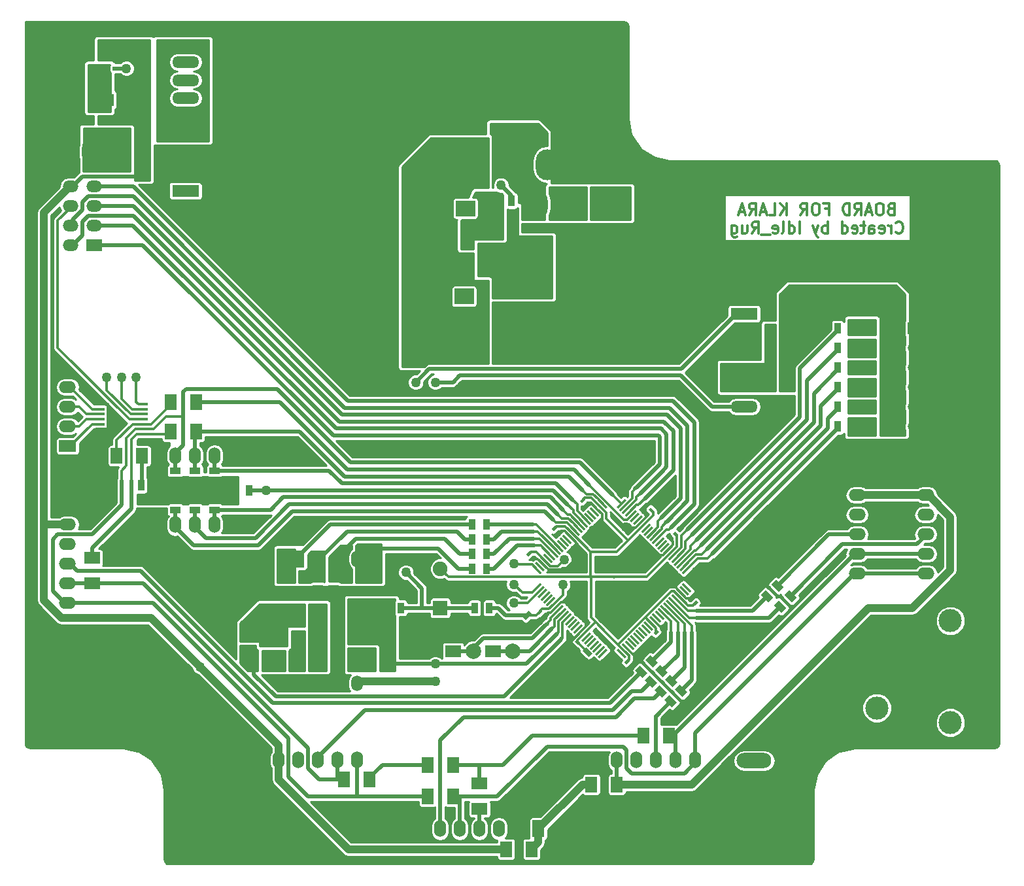
<source format=gbr>
G04 #@! TF.FileFunction,Copper,L2,Bot,Signal*
%FSLAX46Y46*%
G04 Gerber Fmt 4.6, Leading zero omitted, Abs format (unit mm)*
G04 Created by KiCad (PCBNEW (2015-10-27 BZR 6284, Git 48df08c)-product) date Sun 29 Nov 2015 07:35:39 PM CET*
%MOMM*%
G01*
G04 APERTURE LIST*
%ADD10C,0.100000*%
%ADD11C,0.300000*%
%ADD12R,1.270000X0.381000*%
%ADD13R,0.889000X1.397000*%
%ADD14R,2.199640X1.524000*%
%ADD15O,2.199640X1.524000*%
%ADD16R,1.524000X2.199640*%
%ADD17O,1.524000X2.199640*%
%ADD18R,2.032000X1.524000*%
%ADD19C,1.998980*%
%ADD20R,0.635000X1.143000*%
%ADD21R,1.524000X2.032000*%
%ADD22R,1.143000X0.635000*%
%ADD23R,1.000760X0.599440*%
%ADD24R,0.800100X1.300480*%
%ADD25O,1.998980X4.000500*%
%ADD26O,4.000500X1.998980*%
%ADD27O,4.500880X1.998980*%
%ADD28R,1.905000X1.905000*%
%ADD29C,1.905000*%
%ADD30O,1.500000X2.000000*%
%ADD31R,1.500000X2.000000*%
%ADD32O,2.000000X1.500000*%
%ADD33R,2.000000X1.500000*%
%ADD34C,4.000000*%
%ADD35C,3.000000*%
%ADD36R,1.270000X0.610000*%
%ADD37R,1.020000X0.610000*%
%ADD38R,3.810000X3.910000*%
%ADD39R,1.397000X0.889000*%
%ADD40O,2.500000X3.500000*%
%ADD41C,2.400000*%
%ADD42R,3.500000X1.500000*%
%ADD43O,3.500000X1.500000*%
%ADD44O,4.000000X2.000000*%
%ADD45R,2.500000X2.000000*%
%ADD46R,3.200400X1.600200*%
%ADD47R,7.000240X6.499860*%
%ADD48R,1.249680X2.999740*%
%ADD49O,3.000000X4.000000*%
%ADD50C,4.064000*%
%ADD51C,1.270000*%
%ADD52C,0.500000*%
%ADD53C,0.380000*%
%ADD54C,1.000000*%
%ADD55C,0.800000*%
%ADD56C,0.254000*%
G04 APERTURE END LIST*
D10*
D11*
X174535714Y-67692857D02*
X174321428Y-67764286D01*
X174250000Y-67835714D01*
X174178571Y-67978571D01*
X174178571Y-68192857D01*
X174250000Y-68335714D01*
X174321428Y-68407143D01*
X174464286Y-68478571D01*
X175035714Y-68478571D01*
X175035714Y-66978571D01*
X174535714Y-66978571D01*
X174392857Y-67050000D01*
X174321428Y-67121429D01*
X174250000Y-67264286D01*
X174250000Y-67407143D01*
X174321428Y-67550000D01*
X174392857Y-67621429D01*
X174535714Y-67692857D01*
X175035714Y-67692857D01*
X173250000Y-66978571D02*
X172964286Y-66978571D01*
X172821428Y-67050000D01*
X172678571Y-67192857D01*
X172607143Y-67478571D01*
X172607143Y-67978571D01*
X172678571Y-68264286D01*
X172821428Y-68407143D01*
X172964286Y-68478571D01*
X173250000Y-68478571D01*
X173392857Y-68407143D01*
X173535714Y-68264286D01*
X173607143Y-67978571D01*
X173607143Y-67478571D01*
X173535714Y-67192857D01*
X173392857Y-67050000D01*
X173250000Y-66978571D01*
X172035714Y-68050000D02*
X171321428Y-68050000D01*
X172178571Y-68478571D02*
X171678571Y-66978571D01*
X171178571Y-68478571D01*
X169821428Y-68478571D02*
X170321428Y-67764286D01*
X170678571Y-68478571D02*
X170678571Y-66978571D01*
X170107143Y-66978571D01*
X169964285Y-67050000D01*
X169892857Y-67121429D01*
X169821428Y-67264286D01*
X169821428Y-67478571D01*
X169892857Y-67621429D01*
X169964285Y-67692857D01*
X170107143Y-67764286D01*
X170678571Y-67764286D01*
X169178571Y-68478571D02*
X169178571Y-66978571D01*
X168821428Y-66978571D01*
X168607143Y-67050000D01*
X168464285Y-67192857D01*
X168392857Y-67335714D01*
X168321428Y-67621429D01*
X168321428Y-67835714D01*
X168392857Y-68121429D01*
X168464285Y-68264286D01*
X168607143Y-68407143D01*
X168821428Y-68478571D01*
X169178571Y-68478571D01*
X166035714Y-67692857D02*
X166535714Y-67692857D01*
X166535714Y-68478571D02*
X166535714Y-66978571D01*
X165821428Y-66978571D01*
X164964286Y-66978571D02*
X164678572Y-66978571D01*
X164535714Y-67050000D01*
X164392857Y-67192857D01*
X164321429Y-67478571D01*
X164321429Y-67978571D01*
X164392857Y-68264286D01*
X164535714Y-68407143D01*
X164678572Y-68478571D01*
X164964286Y-68478571D01*
X165107143Y-68407143D01*
X165250000Y-68264286D01*
X165321429Y-67978571D01*
X165321429Y-67478571D01*
X165250000Y-67192857D01*
X165107143Y-67050000D01*
X164964286Y-66978571D01*
X162821428Y-68478571D02*
X163321428Y-67764286D01*
X163678571Y-68478571D02*
X163678571Y-66978571D01*
X163107143Y-66978571D01*
X162964285Y-67050000D01*
X162892857Y-67121429D01*
X162821428Y-67264286D01*
X162821428Y-67478571D01*
X162892857Y-67621429D01*
X162964285Y-67692857D01*
X163107143Y-67764286D01*
X163678571Y-67764286D01*
X161035714Y-68478571D02*
X161035714Y-66978571D01*
X160178571Y-68478571D02*
X160821428Y-67621429D01*
X160178571Y-66978571D02*
X161035714Y-67835714D01*
X158821428Y-68478571D02*
X159535714Y-68478571D01*
X159535714Y-66978571D01*
X158392857Y-68050000D02*
X157678571Y-68050000D01*
X158535714Y-68478571D02*
X158035714Y-66978571D01*
X157535714Y-68478571D01*
X156178571Y-68478571D02*
X156678571Y-67764286D01*
X157035714Y-68478571D02*
X157035714Y-66978571D01*
X156464286Y-66978571D01*
X156321428Y-67050000D01*
X156250000Y-67121429D01*
X156178571Y-67264286D01*
X156178571Y-67478571D01*
X156250000Y-67621429D01*
X156321428Y-67692857D01*
X156464286Y-67764286D01*
X157035714Y-67764286D01*
X155607143Y-68050000D02*
X154892857Y-68050000D01*
X155750000Y-68478571D02*
X155250000Y-66978571D01*
X154750000Y-68478571D01*
X175214285Y-70735714D02*
X175285714Y-70807143D01*
X175500000Y-70878571D01*
X175642857Y-70878571D01*
X175857142Y-70807143D01*
X176000000Y-70664286D01*
X176071428Y-70521429D01*
X176142857Y-70235714D01*
X176142857Y-70021429D01*
X176071428Y-69735714D01*
X176000000Y-69592857D01*
X175857142Y-69450000D01*
X175642857Y-69378571D01*
X175500000Y-69378571D01*
X175285714Y-69450000D01*
X175214285Y-69521429D01*
X174571428Y-70878571D02*
X174571428Y-69878571D01*
X174571428Y-70164286D02*
X174500000Y-70021429D01*
X174428571Y-69950000D01*
X174285714Y-69878571D01*
X174142857Y-69878571D01*
X173071429Y-70807143D02*
X173214286Y-70878571D01*
X173500000Y-70878571D01*
X173642857Y-70807143D01*
X173714286Y-70664286D01*
X173714286Y-70092857D01*
X173642857Y-69950000D01*
X173500000Y-69878571D01*
X173214286Y-69878571D01*
X173071429Y-69950000D01*
X173000000Y-70092857D01*
X173000000Y-70235714D01*
X173714286Y-70378571D01*
X171714286Y-70878571D02*
X171714286Y-70092857D01*
X171785715Y-69950000D01*
X171928572Y-69878571D01*
X172214286Y-69878571D01*
X172357143Y-69950000D01*
X171714286Y-70807143D02*
X171857143Y-70878571D01*
X172214286Y-70878571D01*
X172357143Y-70807143D01*
X172428572Y-70664286D01*
X172428572Y-70521429D01*
X172357143Y-70378571D01*
X172214286Y-70307143D01*
X171857143Y-70307143D01*
X171714286Y-70235714D01*
X171214286Y-69878571D02*
X170642857Y-69878571D01*
X171000000Y-69378571D02*
X171000000Y-70664286D01*
X170928572Y-70807143D01*
X170785714Y-70878571D01*
X170642857Y-70878571D01*
X169571429Y-70807143D02*
X169714286Y-70878571D01*
X170000000Y-70878571D01*
X170142857Y-70807143D01*
X170214286Y-70664286D01*
X170214286Y-70092857D01*
X170142857Y-69950000D01*
X170000000Y-69878571D01*
X169714286Y-69878571D01*
X169571429Y-69950000D01*
X169500000Y-70092857D01*
X169500000Y-70235714D01*
X170214286Y-70378571D01*
X168214286Y-70878571D02*
X168214286Y-69378571D01*
X168214286Y-70807143D02*
X168357143Y-70878571D01*
X168642857Y-70878571D01*
X168785715Y-70807143D01*
X168857143Y-70735714D01*
X168928572Y-70592857D01*
X168928572Y-70164286D01*
X168857143Y-70021429D01*
X168785715Y-69950000D01*
X168642857Y-69878571D01*
X168357143Y-69878571D01*
X168214286Y-69950000D01*
X166357143Y-70878571D02*
X166357143Y-69378571D01*
X166357143Y-69950000D02*
X166214286Y-69878571D01*
X165928572Y-69878571D01*
X165785715Y-69950000D01*
X165714286Y-70021429D01*
X165642857Y-70164286D01*
X165642857Y-70592857D01*
X165714286Y-70735714D01*
X165785715Y-70807143D01*
X165928572Y-70878571D01*
X166214286Y-70878571D01*
X166357143Y-70807143D01*
X165142857Y-69878571D02*
X164785714Y-70878571D01*
X164428572Y-69878571D02*
X164785714Y-70878571D01*
X164928572Y-71235714D01*
X165000000Y-71307143D01*
X165142857Y-71378571D01*
X162714286Y-70878571D02*
X162714286Y-69378571D01*
X161357143Y-70878571D02*
X161357143Y-69378571D01*
X161357143Y-70807143D02*
X161500000Y-70878571D01*
X161785714Y-70878571D01*
X161928572Y-70807143D01*
X162000000Y-70735714D01*
X162071429Y-70592857D01*
X162071429Y-70164286D01*
X162000000Y-70021429D01*
X161928572Y-69950000D01*
X161785714Y-69878571D01*
X161500000Y-69878571D01*
X161357143Y-69950000D01*
X160428571Y-70878571D02*
X160571429Y-70807143D01*
X160642857Y-70664286D01*
X160642857Y-69378571D01*
X159285715Y-70807143D02*
X159428572Y-70878571D01*
X159714286Y-70878571D01*
X159857143Y-70807143D01*
X159928572Y-70664286D01*
X159928572Y-70092857D01*
X159857143Y-69950000D01*
X159714286Y-69878571D01*
X159428572Y-69878571D01*
X159285715Y-69950000D01*
X159214286Y-70092857D01*
X159214286Y-70235714D01*
X159928572Y-70378571D01*
X158928572Y-71021429D02*
X157785715Y-71021429D01*
X156571429Y-70878571D02*
X157071429Y-70164286D01*
X157428572Y-70878571D02*
X157428572Y-69378571D01*
X156857144Y-69378571D01*
X156714286Y-69450000D01*
X156642858Y-69521429D01*
X156571429Y-69664286D01*
X156571429Y-69878571D01*
X156642858Y-70021429D01*
X156714286Y-70092857D01*
X156857144Y-70164286D01*
X157428572Y-70164286D01*
X155285715Y-69878571D02*
X155285715Y-70878571D01*
X155928572Y-69878571D02*
X155928572Y-70664286D01*
X155857144Y-70807143D01*
X155714286Y-70878571D01*
X155500001Y-70878571D01*
X155357144Y-70807143D01*
X155285715Y-70735714D01*
X153928572Y-69878571D02*
X153928572Y-71092857D01*
X154000001Y-71235714D01*
X154071429Y-71307143D01*
X154214286Y-71378571D01*
X154428572Y-71378571D01*
X154571429Y-71307143D01*
X153928572Y-70807143D02*
X154071429Y-70878571D01*
X154357143Y-70878571D01*
X154500001Y-70807143D01*
X154571429Y-70735714D01*
X154642858Y-70592857D01*
X154642858Y-70164286D01*
X154571429Y-70021429D01*
X154500001Y-69950000D01*
X154357143Y-69878571D01*
X154071429Y-69878571D01*
X153928572Y-69950000D01*
D10*
G36*
X128106241Y-113943654D02*
X128318373Y-113731522D01*
X129379033Y-114792182D01*
X129166901Y-115004314D01*
X128106241Y-113943654D01*
X128106241Y-113943654D01*
G37*
G36*
X128459794Y-113590101D02*
X128671926Y-113377969D01*
X129732586Y-114438629D01*
X129520454Y-114650761D01*
X128459794Y-113590101D01*
X128459794Y-113590101D01*
G37*
G36*
X128813348Y-113236548D02*
X129025480Y-113024416D01*
X130086140Y-114085076D01*
X129874008Y-114297208D01*
X128813348Y-113236548D01*
X128813348Y-113236548D01*
G37*
G36*
X129166901Y-112882994D02*
X129379033Y-112670862D01*
X130439693Y-113731522D01*
X130227561Y-113943654D01*
X129166901Y-112882994D01*
X129166901Y-112882994D01*
G37*
G36*
X129520455Y-112529441D02*
X129732587Y-112317309D01*
X130793247Y-113377969D01*
X130581115Y-113590101D01*
X129520455Y-112529441D01*
X129520455Y-112529441D01*
G37*
G36*
X129874008Y-112175888D02*
X130086140Y-111963756D01*
X131146800Y-113024416D01*
X130934668Y-113236548D01*
X129874008Y-112175888D01*
X129874008Y-112175888D01*
G37*
G36*
X130227561Y-111822334D02*
X130439693Y-111610202D01*
X131500353Y-112670862D01*
X131288221Y-112882994D01*
X130227561Y-111822334D01*
X130227561Y-111822334D01*
G37*
G36*
X130581115Y-111468781D02*
X130793247Y-111256649D01*
X131853907Y-112317309D01*
X131641775Y-112529441D01*
X130581115Y-111468781D01*
X130581115Y-111468781D01*
G37*
G36*
X130934668Y-111115227D02*
X131146800Y-110903095D01*
X132207460Y-111963755D01*
X131995328Y-112175887D01*
X130934668Y-111115227D01*
X130934668Y-111115227D01*
G37*
G36*
X131288222Y-110761674D02*
X131500354Y-110549542D01*
X132561014Y-111610202D01*
X132348882Y-111822334D01*
X131288222Y-110761674D01*
X131288222Y-110761674D01*
G37*
G36*
X131641775Y-110408121D02*
X131853907Y-110195989D01*
X132914567Y-111256649D01*
X132702435Y-111468781D01*
X131641775Y-110408121D01*
X131641775Y-110408121D01*
G37*
G36*
X131995328Y-110054567D02*
X132207460Y-109842435D01*
X133268120Y-110903095D01*
X133055988Y-111115227D01*
X131995328Y-110054567D01*
X131995328Y-110054567D01*
G37*
G36*
X132348882Y-109701014D02*
X132561014Y-109488882D01*
X133621674Y-110549542D01*
X133409542Y-110761674D01*
X132348882Y-109701014D01*
X132348882Y-109701014D01*
G37*
G36*
X132702435Y-109347460D02*
X132914567Y-109135328D01*
X133975227Y-110195988D01*
X133763095Y-110408120D01*
X132702435Y-109347460D01*
X132702435Y-109347460D01*
G37*
G36*
X133055989Y-108993907D02*
X133268121Y-108781775D01*
X134328781Y-109842435D01*
X134116649Y-110054567D01*
X133055989Y-108993907D01*
X133055989Y-108993907D01*
G37*
G36*
X133409542Y-108640354D02*
X133621674Y-108428222D01*
X134682334Y-109488882D01*
X134470202Y-109701014D01*
X133409542Y-108640354D01*
X133409542Y-108640354D01*
G37*
G36*
X133763095Y-108286800D02*
X133975227Y-108074668D01*
X135035887Y-109135328D01*
X134823755Y-109347460D01*
X133763095Y-108286800D01*
X133763095Y-108286800D01*
G37*
G36*
X134116649Y-107933247D02*
X134328781Y-107721115D01*
X135389441Y-108781775D01*
X135177309Y-108993907D01*
X134116649Y-107933247D01*
X134116649Y-107933247D01*
G37*
G36*
X134470202Y-107579693D02*
X134682334Y-107367561D01*
X135742994Y-108428221D01*
X135530862Y-108640353D01*
X134470202Y-107579693D01*
X134470202Y-107579693D01*
G37*
G36*
X134823756Y-107226140D02*
X135035888Y-107014008D01*
X136096548Y-108074668D01*
X135884416Y-108286800D01*
X134823756Y-107226140D01*
X134823756Y-107226140D01*
G37*
G36*
X135177309Y-106872587D02*
X135389441Y-106660455D01*
X136450101Y-107721115D01*
X136237969Y-107933247D01*
X135177309Y-106872587D01*
X135177309Y-106872587D01*
G37*
G36*
X135530862Y-106519033D02*
X135742994Y-106306901D01*
X136803654Y-107367561D01*
X136591522Y-107579693D01*
X135530862Y-106519033D01*
X135530862Y-106519033D01*
G37*
G36*
X135884416Y-106165480D02*
X136096548Y-105953348D01*
X137157208Y-107014008D01*
X136945076Y-107226140D01*
X135884416Y-106165480D01*
X135884416Y-106165480D01*
G37*
G36*
X136237969Y-105811926D02*
X136450101Y-105599794D01*
X137510761Y-106660454D01*
X137298629Y-106872586D01*
X136237969Y-105811926D01*
X136237969Y-105811926D01*
G37*
G36*
X136591522Y-105458373D02*
X136803654Y-105246241D01*
X137864314Y-106306901D01*
X137652182Y-106519033D01*
X136591522Y-105458373D01*
X136591522Y-105458373D01*
G37*
G36*
X140056346Y-105246241D02*
X140268478Y-105458373D01*
X139207818Y-106519033D01*
X138995686Y-106306901D01*
X140056346Y-105246241D01*
X140056346Y-105246241D01*
G37*
G36*
X140409899Y-105599794D02*
X140622031Y-105811926D01*
X139561371Y-106872586D01*
X139349239Y-106660454D01*
X140409899Y-105599794D01*
X140409899Y-105599794D01*
G37*
G36*
X140763452Y-105953348D02*
X140975584Y-106165480D01*
X139914924Y-107226140D01*
X139702792Y-107014008D01*
X140763452Y-105953348D01*
X140763452Y-105953348D01*
G37*
G36*
X141117006Y-106306901D02*
X141329138Y-106519033D01*
X140268478Y-107579693D01*
X140056346Y-107367561D01*
X141117006Y-106306901D01*
X141117006Y-106306901D01*
G37*
G36*
X141470559Y-106660455D02*
X141682691Y-106872587D01*
X140622031Y-107933247D01*
X140409899Y-107721115D01*
X141470559Y-106660455D01*
X141470559Y-106660455D01*
G37*
G36*
X141824112Y-107014008D02*
X142036244Y-107226140D01*
X140975584Y-108286800D01*
X140763452Y-108074668D01*
X141824112Y-107014008D01*
X141824112Y-107014008D01*
G37*
G36*
X142177666Y-107367561D02*
X142389798Y-107579693D01*
X141329138Y-108640353D01*
X141117006Y-108428221D01*
X142177666Y-107367561D01*
X142177666Y-107367561D01*
G37*
G36*
X142531219Y-107721115D02*
X142743351Y-107933247D01*
X141682691Y-108993907D01*
X141470559Y-108781775D01*
X142531219Y-107721115D01*
X142531219Y-107721115D01*
G37*
G36*
X142884773Y-108074668D02*
X143096905Y-108286800D01*
X142036245Y-109347460D01*
X141824113Y-109135328D01*
X142884773Y-108074668D01*
X142884773Y-108074668D01*
G37*
G36*
X143238326Y-108428222D02*
X143450458Y-108640354D01*
X142389798Y-109701014D01*
X142177666Y-109488882D01*
X143238326Y-108428222D01*
X143238326Y-108428222D01*
G37*
G36*
X143591879Y-108781775D02*
X143804011Y-108993907D01*
X142743351Y-110054567D01*
X142531219Y-109842435D01*
X143591879Y-108781775D01*
X143591879Y-108781775D01*
G37*
G36*
X143945433Y-109135328D02*
X144157565Y-109347460D01*
X143096905Y-110408120D01*
X142884773Y-110195988D01*
X143945433Y-109135328D01*
X143945433Y-109135328D01*
G37*
G36*
X144298986Y-109488882D02*
X144511118Y-109701014D01*
X143450458Y-110761674D01*
X143238326Y-110549542D01*
X144298986Y-109488882D01*
X144298986Y-109488882D01*
G37*
G36*
X144652540Y-109842435D02*
X144864672Y-110054567D01*
X143804012Y-111115227D01*
X143591880Y-110903095D01*
X144652540Y-109842435D01*
X144652540Y-109842435D01*
G37*
G36*
X145006093Y-110195989D02*
X145218225Y-110408121D01*
X144157565Y-111468781D01*
X143945433Y-111256649D01*
X145006093Y-110195989D01*
X145006093Y-110195989D01*
G37*
G36*
X145359646Y-110549542D02*
X145571778Y-110761674D01*
X144511118Y-111822334D01*
X144298986Y-111610202D01*
X145359646Y-110549542D01*
X145359646Y-110549542D01*
G37*
G36*
X145713200Y-110903095D02*
X145925332Y-111115227D01*
X144864672Y-112175887D01*
X144652540Y-111963755D01*
X145713200Y-110903095D01*
X145713200Y-110903095D01*
G37*
G36*
X146066753Y-111256649D02*
X146278885Y-111468781D01*
X145218225Y-112529441D01*
X145006093Y-112317309D01*
X146066753Y-111256649D01*
X146066753Y-111256649D01*
G37*
G36*
X146420307Y-111610202D02*
X146632439Y-111822334D01*
X145571779Y-112882994D01*
X145359647Y-112670862D01*
X146420307Y-111610202D01*
X146420307Y-111610202D01*
G37*
G36*
X146773860Y-111963756D02*
X146985992Y-112175888D01*
X145925332Y-113236548D01*
X145713200Y-113024416D01*
X146773860Y-111963756D01*
X146773860Y-111963756D01*
G37*
G36*
X147127413Y-112317309D02*
X147339545Y-112529441D01*
X146278885Y-113590101D01*
X146066753Y-113377969D01*
X147127413Y-112317309D01*
X147127413Y-112317309D01*
G37*
G36*
X147480967Y-112670862D02*
X147693099Y-112882994D01*
X146632439Y-113943654D01*
X146420307Y-113731522D01*
X147480967Y-112670862D01*
X147480967Y-112670862D01*
G37*
G36*
X147834520Y-113024416D02*
X148046652Y-113236548D01*
X146985992Y-114297208D01*
X146773860Y-114085076D01*
X147834520Y-113024416D01*
X147834520Y-113024416D01*
G37*
G36*
X148188074Y-113377969D02*
X148400206Y-113590101D01*
X147339546Y-114650761D01*
X147127414Y-114438629D01*
X148188074Y-113377969D01*
X148188074Y-113377969D01*
G37*
G36*
X148541627Y-113731522D02*
X148753759Y-113943654D01*
X147693099Y-115004314D01*
X147480967Y-114792182D01*
X148541627Y-113731522D01*
X148541627Y-113731522D01*
G37*
G36*
X147480967Y-116347818D02*
X147693099Y-116135686D01*
X148753759Y-117196346D01*
X148541627Y-117408478D01*
X147480967Y-116347818D01*
X147480967Y-116347818D01*
G37*
G36*
X147127414Y-116701371D02*
X147339546Y-116489239D01*
X148400206Y-117549899D01*
X148188074Y-117762031D01*
X147127414Y-116701371D01*
X147127414Y-116701371D01*
G37*
G36*
X146773860Y-117054924D02*
X146985992Y-116842792D01*
X148046652Y-117903452D01*
X147834520Y-118115584D01*
X146773860Y-117054924D01*
X146773860Y-117054924D01*
G37*
G36*
X146420307Y-117408478D02*
X146632439Y-117196346D01*
X147693099Y-118257006D01*
X147480967Y-118469138D01*
X146420307Y-117408478D01*
X146420307Y-117408478D01*
G37*
G36*
X146066753Y-117762031D02*
X146278885Y-117549899D01*
X147339545Y-118610559D01*
X147127413Y-118822691D01*
X146066753Y-117762031D01*
X146066753Y-117762031D01*
G37*
G36*
X145713200Y-118115584D02*
X145925332Y-117903452D01*
X146985992Y-118964112D01*
X146773860Y-119176244D01*
X145713200Y-118115584D01*
X145713200Y-118115584D01*
G37*
G36*
X145359647Y-118469138D02*
X145571779Y-118257006D01*
X146632439Y-119317666D01*
X146420307Y-119529798D01*
X145359647Y-118469138D01*
X145359647Y-118469138D01*
G37*
G36*
X145006093Y-118822691D02*
X145218225Y-118610559D01*
X146278885Y-119671219D01*
X146066753Y-119883351D01*
X145006093Y-118822691D01*
X145006093Y-118822691D01*
G37*
G36*
X144652540Y-119176245D02*
X144864672Y-118964113D01*
X145925332Y-120024773D01*
X145713200Y-120236905D01*
X144652540Y-119176245D01*
X144652540Y-119176245D01*
G37*
G36*
X144298986Y-119529798D02*
X144511118Y-119317666D01*
X145571778Y-120378326D01*
X145359646Y-120590458D01*
X144298986Y-119529798D01*
X144298986Y-119529798D01*
G37*
G36*
X143945433Y-119883351D02*
X144157565Y-119671219D01*
X145218225Y-120731879D01*
X145006093Y-120944011D01*
X143945433Y-119883351D01*
X143945433Y-119883351D01*
G37*
G36*
X143591880Y-120236905D02*
X143804012Y-120024773D01*
X144864672Y-121085433D01*
X144652540Y-121297565D01*
X143591880Y-120236905D01*
X143591880Y-120236905D01*
G37*
G36*
X143238326Y-120590458D02*
X143450458Y-120378326D01*
X144511118Y-121438986D01*
X144298986Y-121651118D01*
X143238326Y-120590458D01*
X143238326Y-120590458D01*
G37*
G36*
X142884773Y-120944012D02*
X143096905Y-120731880D01*
X144157565Y-121792540D01*
X143945433Y-122004672D01*
X142884773Y-120944012D01*
X142884773Y-120944012D01*
G37*
G36*
X142531219Y-121297565D02*
X142743351Y-121085433D01*
X143804011Y-122146093D01*
X143591879Y-122358225D01*
X142531219Y-121297565D01*
X142531219Y-121297565D01*
G37*
G36*
X142177666Y-121651118D02*
X142389798Y-121438986D01*
X143450458Y-122499646D01*
X143238326Y-122711778D01*
X142177666Y-121651118D01*
X142177666Y-121651118D01*
G37*
G36*
X141824113Y-122004672D02*
X142036245Y-121792540D01*
X143096905Y-122853200D01*
X142884773Y-123065332D01*
X141824113Y-122004672D01*
X141824113Y-122004672D01*
G37*
G36*
X141470559Y-122358225D02*
X141682691Y-122146093D01*
X142743351Y-123206753D01*
X142531219Y-123418885D01*
X141470559Y-122358225D01*
X141470559Y-122358225D01*
G37*
G36*
X141117006Y-122711779D02*
X141329138Y-122499647D01*
X142389798Y-123560307D01*
X142177666Y-123772439D01*
X141117006Y-122711779D01*
X141117006Y-122711779D01*
G37*
G36*
X140763452Y-123065332D02*
X140975584Y-122853200D01*
X142036244Y-123913860D01*
X141824112Y-124125992D01*
X140763452Y-123065332D01*
X140763452Y-123065332D01*
G37*
G36*
X140409899Y-123418885D02*
X140622031Y-123206753D01*
X141682691Y-124267413D01*
X141470559Y-124479545D01*
X140409899Y-123418885D01*
X140409899Y-123418885D01*
G37*
G36*
X140056346Y-123772439D02*
X140268478Y-123560307D01*
X141329138Y-124620967D01*
X141117006Y-124833099D01*
X140056346Y-123772439D01*
X140056346Y-123772439D01*
G37*
G36*
X139702792Y-124125992D02*
X139914924Y-123913860D01*
X140975584Y-124974520D01*
X140763452Y-125186652D01*
X139702792Y-124125992D01*
X139702792Y-124125992D01*
G37*
G36*
X139349239Y-124479546D02*
X139561371Y-124267414D01*
X140622031Y-125328074D01*
X140409899Y-125540206D01*
X139349239Y-124479546D01*
X139349239Y-124479546D01*
G37*
G36*
X138995686Y-124833099D02*
X139207818Y-124620967D01*
X140268478Y-125681627D01*
X140056346Y-125893759D01*
X138995686Y-124833099D01*
X138995686Y-124833099D01*
G37*
G36*
X137652182Y-124620967D02*
X137864314Y-124833099D01*
X136803654Y-125893759D01*
X136591522Y-125681627D01*
X137652182Y-124620967D01*
X137652182Y-124620967D01*
G37*
G36*
X137298629Y-124267414D02*
X137510761Y-124479546D01*
X136450101Y-125540206D01*
X136237969Y-125328074D01*
X137298629Y-124267414D01*
X137298629Y-124267414D01*
G37*
G36*
X136945076Y-123913860D02*
X137157208Y-124125992D01*
X136096548Y-125186652D01*
X135884416Y-124974520D01*
X136945076Y-123913860D01*
X136945076Y-123913860D01*
G37*
G36*
X136591522Y-123560307D02*
X136803654Y-123772439D01*
X135742994Y-124833099D01*
X135530862Y-124620967D01*
X136591522Y-123560307D01*
X136591522Y-123560307D01*
G37*
G36*
X136237969Y-123206753D02*
X136450101Y-123418885D01*
X135389441Y-124479545D01*
X135177309Y-124267413D01*
X136237969Y-123206753D01*
X136237969Y-123206753D01*
G37*
G36*
X135884416Y-122853200D02*
X136096548Y-123065332D01*
X135035888Y-124125992D01*
X134823756Y-123913860D01*
X135884416Y-122853200D01*
X135884416Y-122853200D01*
G37*
G36*
X135530862Y-122499647D02*
X135742994Y-122711779D01*
X134682334Y-123772439D01*
X134470202Y-123560307D01*
X135530862Y-122499647D01*
X135530862Y-122499647D01*
G37*
G36*
X135177309Y-122146093D02*
X135389441Y-122358225D01*
X134328781Y-123418885D01*
X134116649Y-123206753D01*
X135177309Y-122146093D01*
X135177309Y-122146093D01*
G37*
G36*
X134823755Y-121792540D02*
X135035887Y-122004672D01*
X133975227Y-123065332D01*
X133763095Y-122853200D01*
X134823755Y-121792540D01*
X134823755Y-121792540D01*
G37*
G36*
X134470202Y-121438986D02*
X134682334Y-121651118D01*
X133621674Y-122711778D01*
X133409542Y-122499646D01*
X134470202Y-121438986D01*
X134470202Y-121438986D01*
G37*
G36*
X134116649Y-121085433D02*
X134328781Y-121297565D01*
X133268121Y-122358225D01*
X133055989Y-122146093D01*
X134116649Y-121085433D01*
X134116649Y-121085433D01*
G37*
G36*
X133763095Y-120731880D02*
X133975227Y-120944012D01*
X132914567Y-122004672D01*
X132702435Y-121792540D01*
X133763095Y-120731880D01*
X133763095Y-120731880D01*
G37*
G36*
X133409542Y-120378326D02*
X133621674Y-120590458D01*
X132561014Y-121651118D01*
X132348882Y-121438986D01*
X133409542Y-120378326D01*
X133409542Y-120378326D01*
G37*
G36*
X133055988Y-120024773D02*
X133268120Y-120236905D01*
X132207460Y-121297565D01*
X131995328Y-121085433D01*
X133055988Y-120024773D01*
X133055988Y-120024773D01*
G37*
G36*
X132702435Y-119671219D02*
X132914567Y-119883351D01*
X131853907Y-120944011D01*
X131641775Y-120731879D01*
X132702435Y-119671219D01*
X132702435Y-119671219D01*
G37*
G36*
X132348882Y-119317666D02*
X132561014Y-119529798D01*
X131500354Y-120590458D01*
X131288222Y-120378326D01*
X132348882Y-119317666D01*
X132348882Y-119317666D01*
G37*
G36*
X131995328Y-118964113D02*
X132207460Y-119176245D01*
X131146800Y-120236905D01*
X130934668Y-120024773D01*
X131995328Y-118964113D01*
X131995328Y-118964113D01*
G37*
G36*
X131641775Y-118610559D02*
X131853907Y-118822691D01*
X130793247Y-119883351D01*
X130581115Y-119671219D01*
X131641775Y-118610559D01*
X131641775Y-118610559D01*
G37*
G36*
X131288221Y-118257006D02*
X131500353Y-118469138D01*
X130439693Y-119529798D01*
X130227561Y-119317666D01*
X131288221Y-118257006D01*
X131288221Y-118257006D01*
G37*
G36*
X130934668Y-117903452D02*
X131146800Y-118115584D01*
X130086140Y-119176244D01*
X129874008Y-118964112D01*
X130934668Y-117903452D01*
X130934668Y-117903452D01*
G37*
G36*
X130581115Y-117549899D02*
X130793247Y-117762031D01*
X129732587Y-118822691D01*
X129520455Y-118610559D01*
X130581115Y-117549899D01*
X130581115Y-117549899D01*
G37*
G36*
X130227561Y-117196346D02*
X130439693Y-117408478D01*
X129379033Y-118469138D01*
X129166901Y-118257006D01*
X130227561Y-117196346D01*
X130227561Y-117196346D01*
G37*
G36*
X129874008Y-116842792D02*
X130086140Y-117054924D01*
X129025480Y-118115584D01*
X128813348Y-117903452D01*
X129874008Y-116842792D01*
X129874008Y-116842792D01*
G37*
G36*
X129520454Y-116489239D02*
X129732586Y-116701371D01*
X128671926Y-117762031D01*
X128459794Y-117549899D01*
X129520454Y-116489239D01*
X129520454Y-116489239D01*
G37*
G36*
X129166901Y-116135686D02*
X129379033Y-116347818D01*
X128318373Y-117408478D01*
X128106241Y-117196346D01*
X129166901Y-116135686D01*
X129166901Y-116135686D01*
G37*
D12*
X72130920Y-97525840D03*
X72130920Y-96875600D03*
X72130920Y-96225360D03*
X72130920Y-95575120D03*
X72130920Y-94924880D03*
X72130920Y-94274640D03*
X72130920Y-93624400D03*
X72130920Y-92974160D03*
X77729080Y-92974160D03*
X77729080Y-93624400D03*
X77729080Y-94274640D03*
X77729080Y-94924880D03*
X77729080Y-95575120D03*
X77729080Y-96225360D03*
X77729080Y-96875600D03*
X77729080Y-97525840D03*
D13*
X91440000Y-104140000D03*
X89535000Y-104140000D03*
D14*
X179070000Y-102235000D03*
D15*
X179070000Y-104775000D03*
X179070000Y-107315000D03*
X179070000Y-109855000D03*
X179070000Y-112395000D03*
X179070000Y-114935000D03*
D14*
X170180000Y-102235000D03*
D15*
X170180000Y-104775000D03*
X170180000Y-107315000D03*
X170180000Y-109855000D03*
X170180000Y-112395000D03*
X170180000Y-114935000D03*
D10*
G36*
X160376567Y-120011261D02*
X159388739Y-119023433D01*
X160017357Y-118394815D01*
X161005185Y-119382643D01*
X160376567Y-120011261D01*
X160376567Y-120011261D01*
G37*
G36*
X161723605Y-118664223D02*
X160735777Y-117676395D01*
X161364395Y-117047777D01*
X162352223Y-118035605D01*
X161723605Y-118664223D01*
X161723605Y-118664223D01*
G37*
D16*
X92710000Y-139065000D03*
D17*
X95250000Y-139065000D03*
X97790000Y-139065000D03*
X100330000Y-139065000D03*
X102870000Y-139065000D03*
X105410000Y-139065000D03*
D18*
X117856000Y-124968000D03*
X117856000Y-121666000D03*
X123063000Y-124968000D03*
X123063000Y-121666000D03*
D19*
X125603000Y-124968000D03*
X120523000Y-124968000D03*
D10*
G36*
X128622924Y-112959056D02*
X128199056Y-113382924D01*
X127917076Y-113100944D01*
X128340944Y-112677076D01*
X128622924Y-112959056D01*
X128622924Y-112959056D01*
G37*
G36*
X127987122Y-112323254D02*
X127563254Y-112747122D01*
X127281274Y-112465142D01*
X127705142Y-112041274D01*
X127987122Y-112323254D01*
X127987122Y-112323254D01*
G37*
G36*
X131924924Y-109657056D02*
X131501056Y-110080924D01*
X131219076Y-109798944D01*
X131642944Y-109375076D01*
X131924924Y-109657056D01*
X131924924Y-109657056D01*
G37*
G36*
X131289122Y-109021254D02*
X130865254Y-109445122D01*
X130583274Y-109163142D01*
X131007142Y-108739274D01*
X131289122Y-109021254D01*
X131289122Y-109021254D01*
G37*
G36*
X146120944Y-110842924D02*
X145697076Y-110419056D01*
X145979056Y-110137076D01*
X146402924Y-110560944D01*
X146120944Y-110842924D01*
X146120944Y-110842924D01*
G37*
G36*
X146756746Y-110207122D02*
X146332878Y-109783254D01*
X146614858Y-109501274D01*
X147038726Y-109925142D01*
X146756746Y-110207122D01*
X146756746Y-110207122D01*
G37*
G36*
X148237076Y-118180944D02*
X148660944Y-117757076D01*
X148942924Y-118039056D01*
X148519056Y-118462924D01*
X148237076Y-118180944D01*
X148237076Y-118180944D01*
G37*
G36*
X148872878Y-118816746D02*
X149296746Y-118392878D01*
X149578726Y-118674858D01*
X149154858Y-119098726D01*
X148872878Y-118816746D01*
X148872878Y-118816746D01*
G37*
G36*
X141323726Y-126929858D02*
X140899858Y-127353726D01*
X140617878Y-127071746D01*
X141041746Y-126647878D01*
X141323726Y-126929858D01*
X141323726Y-126929858D01*
G37*
G36*
X140687924Y-126294056D02*
X140264056Y-126717924D01*
X139982076Y-126435944D01*
X140405944Y-126012076D01*
X140687924Y-126294056D01*
X140687924Y-126294056D01*
G37*
G36*
X145132924Y-123119056D02*
X144709056Y-123542924D01*
X144427076Y-123260944D01*
X144850944Y-122837076D01*
X145132924Y-123119056D01*
X145132924Y-123119056D01*
G37*
G36*
X144497122Y-122483254D02*
X144073254Y-122907122D01*
X143791274Y-122625142D01*
X144215142Y-122201274D01*
X144497122Y-122483254D01*
X144497122Y-122483254D01*
G37*
D13*
X169545000Y-88265000D03*
X167640000Y-88265000D03*
X169545000Y-95885000D03*
X167640000Y-95885000D03*
X169545000Y-90805000D03*
X167640000Y-90805000D03*
D20*
X71374000Y-51435000D03*
X69850000Y-51435000D03*
X70104000Y-60325000D03*
X68580000Y-60325000D03*
D21*
X106172000Y-119380000D03*
X102870000Y-119380000D03*
D10*
G36*
X134356975Y-126801248D02*
X133548752Y-125993025D01*
X133997765Y-125544012D01*
X134805988Y-126352235D01*
X134356975Y-126801248D01*
X134356975Y-126801248D01*
G37*
G36*
X135434605Y-125723618D02*
X134626382Y-124915395D01*
X135075395Y-124466382D01*
X135883618Y-125274605D01*
X135434605Y-125723618D01*
X135434605Y-125723618D01*
G37*
G36*
X135607924Y-105974056D02*
X135184056Y-106397924D01*
X134902076Y-106115944D01*
X135325944Y-105692076D01*
X135607924Y-105974056D01*
X135607924Y-105974056D01*
G37*
G36*
X134972122Y-105338254D02*
X134548254Y-105762122D01*
X134266274Y-105480142D01*
X134690142Y-105056274D01*
X134972122Y-105338254D01*
X134972122Y-105338254D01*
G37*
G36*
X142945142Y-107668726D02*
X142521274Y-107244858D01*
X142803254Y-106962878D01*
X143227122Y-107386746D01*
X142945142Y-107668726D01*
X142945142Y-107668726D01*
G37*
G36*
X143580944Y-107032924D02*
X143157076Y-106609056D01*
X143439056Y-106327076D01*
X143862924Y-106750944D01*
X143580944Y-107032924D01*
X143580944Y-107032924D01*
G37*
G36*
X133420944Y-124812924D02*
X132997076Y-124389056D01*
X133279056Y-124107076D01*
X133702924Y-124530944D01*
X133420944Y-124812924D01*
X133420944Y-124812924D01*
G37*
G36*
X134056746Y-124177122D02*
X133632878Y-123753254D01*
X133914858Y-123471274D01*
X134338726Y-123895142D01*
X134056746Y-124177122D01*
X134056746Y-124177122D01*
G37*
G36*
X130020726Y-120452858D02*
X129596858Y-120876726D01*
X129314878Y-120594746D01*
X129738746Y-120170878D01*
X130020726Y-120452858D01*
X130020726Y-120452858D01*
G37*
G36*
X129384924Y-119817056D02*
X128961056Y-120240924D01*
X128679076Y-119958944D01*
X129102944Y-119535076D01*
X129384924Y-119817056D01*
X129384924Y-119817056D01*
G37*
G36*
X129152618Y-121232395D02*
X128344395Y-122040618D01*
X127895382Y-121591605D01*
X128703605Y-120783382D01*
X129152618Y-121232395D01*
X129152618Y-121232395D01*
G37*
G36*
X128074988Y-120154765D02*
X127266765Y-120962988D01*
X126817752Y-120513975D01*
X127625975Y-119705752D01*
X128074988Y-120154765D01*
X128074988Y-120154765D01*
G37*
D20*
X95504000Y-114935000D03*
X93980000Y-114935000D03*
D22*
X98552000Y-115316000D03*
X98552000Y-116840000D03*
X104140000Y-115316000D03*
X104140000Y-116840000D03*
D20*
X107950000Y-114935000D03*
X109474000Y-114935000D03*
D23*
X72095360Y-49530000D03*
X74295000Y-49530000D03*
X72730360Y-51435000D03*
X74930000Y-51435000D03*
D24*
X123459240Y-70485000D03*
X125460760Y-70485000D03*
D13*
X80010000Y-51206106D03*
X78105000Y-51206106D03*
X80010000Y-53111106D03*
X78105000Y-53111106D03*
X80010000Y-56921106D03*
X78105000Y-56921106D03*
X80010000Y-55016106D03*
X78105000Y-55016106D03*
X159067500Y-85725000D03*
X160972500Y-85725000D03*
X159067500Y-87630000D03*
X160972500Y-87630000D03*
X159067500Y-89535000D03*
X160972500Y-89535000D03*
X159067500Y-83820000D03*
X160972500Y-83820000D03*
X122555000Y-119380000D03*
X120650000Y-119380000D03*
D25*
X162145980Y-141914880D03*
D26*
X156845000Y-145166080D03*
D27*
X156845000Y-139164060D03*
D28*
X116205000Y-119380000D03*
D29*
X116205000Y-114300000D03*
D30*
X95250000Y-126115000D03*
X95250000Y-129155000D03*
X97790000Y-129155000D03*
X97790000Y-126115000D03*
D31*
X105410000Y-126115000D03*
D30*
X105410000Y-129155000D03*
X102870000Y-126115000D03*
X102870000Y-129155000D03*
X100330000Y-126115000D03*
X100330000Y-129155000D03*
D16*
X136525000Y-139065000D03*
D17*
X139065000Y-139065000D03*
X141605000Y-139065000D03*
X144145000Y-139065000D03*
X146685000Y-139065000D03*
X149225000Y-139065000D03*
D16*
X128905000Y-147955000D03*
D17*
X126365000Y-147955000D03*
X123825000Y-147955000D03*
X121285000Y-147955000D03*
X118745000Y-147955000D03*
X116205000Y-147955000D03*
D14*
X67945000Y-106045000D03*
D15*
X67945000Y-108585000D03*
X67945000Y-111125000D03*
X67945000Y-113665000D03*
X67945000Y-116205000D03*
X67945000Y-118745000D03*
D32*
X71370000Y-62230000D03*
X68330000Y-62230000D03*
X68330000Y-64770000D03*
X71370000Y-64770000D03*
D33*
X71370000Y-72390000D03*
D32*
X68330000Y-72390000D03*
X71370000Y-69850000D03*
X68330000Y-69850000D03*
X71370000Y-67310000D03*
X68330000Y-67310000D03*
D16*
X89535000Y-108585000D03*
D17*
X86995000Y-108585000D03*
X84455000Y-108585000D03*
X81915000Y-108585000D03*
D16*
X89535000Y-99695000D03*
D17*
X86995000Y-99695000D03*
X84455000Y-99695000D03*
X81915000Y-99695000D03*
D14*
X171450000Y-83185000D03*
D15*
X171450000Y-85725000D03*
X171450000Y-88265000D03*
X171450000Y-90805000D03*
X171450000Y-93345000D03*
X171450000Y-95885000D03*
D16*
X97840800Y-113030000D03*
D17*
X100380800Y-113030000D03*
X102920800Y-113030000D03*
X105460800Y-113030000D03*
D14*
X177800000Y-83185000D03*
D15*
X177800000Y-85725000D03*
X177800000Y-88265000D03*
X177800000Y-90805000D03*
X177800000Y-93345000D03*
X177800000Y-95885000D03*
D14*
X174625000Y-83185000D03*
D15*
X174625000Y-85725000D03*
X174625000Y-88265000D03*
X174625000Y-90805000D03*
X174625000Y-93345000D03*
X174625000Y-95885000D03*
D16*
X70485000Y-46990000D03*
D17*
X73025000Y-46990000D03*
D34*
X101265000Y-83185000D03*
D35*
X108565000Y-83185000D03*
X114065000Y-83185000D03*
D10*
G36*
X123095000Y-51880000D02*
X127095000Y-51880000D01*
X127095000Y-54880000D01*
X123095000Y-54880000D01*
X123095000Y-51880000D01*
X123095000Y-51880000D01*
G37*
G36*
X123095000Y-56880000D02*
X127095000Y-56880000D01*
X127095000Y-59880000D01*
X123095000Y-59880000D01*
X123095000Y-56880000D01*
X123095000Y-56880000D01*
G37*
D14*
X67945000Y-98425000D03*
D15*
X67945000Y-95885000D03*
X67945000Y-93345000D03*
X67945000Y-90805000D03*
D36*
X119885000Y-76200000D03*
X119885000Y-74930000D03*
X119885000Y-73660000D03*
X119885000Y-72390000D03*
D37*
X125350000Y-72390000D03*
X125350000Y-73660000D03*
X125350000Y-74930000D03*
X125350000Y-76200000D03*
D38*
X123245000Y-74295000D03*
D13*
X109220000Y-126365000D03*
X107315000Y-126365000D03*
X95885000Y-123190000D03*
X97790000Y-123190000D03*
X92075000Y-126365000D03*
X93980000Y-126365000D03*
D39*
X91440000Y-124777500D03*
X91440000Y-122872500D03*
D13*
X111125000Y-119380000D03*
X109220000Y-119380000D03*
X169545000Y-83185000D03*
X167640000Y-83185000D03*
X169545000Y-85725000D03*
X167640000Y-85725000D03*
X79375000Y-103505000D03*
X77470000Y-103505000D03*
D39*
X81915000Y-104775000D03*
X81915000Y-106680000D03*
X84455000Y-104775000D03*
X84455000Y-106680000D03*
X86995000Y-104775000D03*
X86995000Y-106680000D03*
X81915000Y-103505000D03*
X81915000Y-101600000D03*
X84455000Y-103505000D03*
X84455000Y-101600000D03*
X86995000Y-103505000D03*
X86995000Y-101600000D03*
D13*
X169545000Y-93345000D03*
X167640000Y-93345000D03*
D10*
G36*
X143407433Y-125479739D02*
X144395261Y-126467567D01*
X143766643Y-127096185D01*
X142778815Y-126108357D01*
X143407433Y-125479739D01*
X143407433Y-125479739D01*
G37*
G36*
X142060395Y-126826777D02*
X143048223Y-127814605D01*
X142419605Y-128443223D01*
X141431777Y-127455395D01*
X142060395Y-126826777D01*
X142060395Y-126826777D01*
G37*
G36*
X144677433Y-126749739D02*
X145665261Y-127737567D01*
X145036643Y-128366185D01*
X144048815Y-127378357D01*
X144677433Y-126749739D01*
X144677433Y-126749739D01*
G37*
G36*
X143330395Y-128096777D02*
X144318223Y-129084605D01*
X143689605Y-129713223D01*
X142701777Y-128725395D01*
X143330395Y-128096777D01*
X143330395Y-128096777D01*
G37*
G36*
X145947433Y-128019739D02*
X146935261Y-129007567D01*
X146306643Y-129636185D01*
X145318815Y-128648357D01*
X145947433Y-128019739D01*
X145947433Y-128019739D01*
G37*
G36*
X144600395Y-129366777D02*
X145588223Y-130354605D01*
X144959605Y-130983223D01*
X143971777Y-129995395D01*
X144600395Y-129366777D01*
X144600395Y-129366777D01*
G37*
G36*
X147217433Y-129289739D02*
X148205261Y-130277567D01*
X147576643Y-130906185D01*
X146588815Y-129918357D01*
X147217433Y-129289739D01*
X147217433Y-129289739D01*
G37*
G36*
X145870395Y-130636777D02*
X146858223Y-131624605D01*
X146229605Y-132253223D01*
X145241777Y-131265395D01*
X145870395Y-130636777D01*
X145870395Y-130636777D01*
G37*
G36*
X158675605Y-118664223D02*
X157687777Y-117676395D01*
X158316395Y-117047777D01*
X159304223Y-118035605D01*
X158675605Y-118664223D01*
X158675605Y-118664223D01*
G37*
G36*
X160022643Y-117317185D02*
X159034815Y-116329357D01*
X159663433Y-115700739D01*
X160651261Y-116688567D01*
X160022643Y-117317185D01*
X160022643Y-117317185D01*
G37*
D13*
X120306261Y-108585000D03*
X122211261Y-108585000D03*
X120306261Y-110490000D03*
X122211261Y-110490000D03*
X120306261Y-112395000D03*
X122211261Y-112395000D03*
X120306261Y-114300000D03*
X122211261Y-114300000D03*
X93726000Y-113030000D03*
X95631000Y-113030000D03*
D39*
X100330000Y-116840000D03*
X100330000Y-114935000D03*
X102362000Y-116840000D03*
X102362000Y-114935000D03*
D13*
X109855000Y-113030000D03*
X107950000Y-113030000D03*
X136525000Y-66675000D03*
X134620000Y-66675000D03*
X123507500Y-68580000D03*
X125412500Y-68580000D03*
X125412500Y-66675000D03*
X123507500Y-66675000D03*
D40*
X128885000Y-67120000D03*
X128885000Y-75120000D03*
X131885000Y-67120000D03*
D41*
X132485000Y-74120000D03*
X139085000Y-66620000D03*
D42*
X83215000Y-67885000D03*
D43*
X83215000Y-48685000D03*
X83215000Y-51035000D03*
X83215000Y-53385000D03*
X83215000Y-60385000D03*
X83215000Y-57385000D03*
D44*
X118465000Y-59785000D03*
D45*
X96065000Y-47935000D03*
X119465000Y-67635000D03*
X119465000Y-47935000D03*
X96065000Y-67635000D03*
D44*
X118465000Y-55785000D03*
D42*
X83215000Y-65385000D03*
X155545000Y-78800000D03*
D43*
X155545000Y-98000000D03*
X155545000Y-95650000D03*
X155545000Y-93300000D03*
X155545000Y-86300000D03*
X155545000Y-89300000D03*
D44*
X120295000Y-86900000D03*
D45*
X142695000Y-98750000D03*
X119295000Y-79050000D03*
X119295000Y-98750000D03*
X142695000Y-79050000D03*
D44*
X120295000Y-90900000D03*
D42*
X155545000Y-81300000D03*
D35*
X172720000Y-132334000D03*
X172717460Y-127635000D03*
X172717460Y-122936000D03*
X182245000Y-134231380D03*
X182245000Y-121038620D03*
D46*
X72339200Y-53578760D03*
X72339200Y-58181240D03*
D47*
X66090800Y-55880000D03*
D48*
X102870000Y-122555000D03*
X108117640Y-122555000D03*
X100413820Y-120650000D03*
X95166180Y-120650000D03*
D21*
X84582000Y-96520000D03*
X81280000Y-96520000D03*
X74295000Y-99695000D03*
X77597000Y-99695000D03*
X81280000Y-92710000D03*
X84582000Y-92710000D03*
D18*
X71120000Y-112903000D03*
X71120000Y-116205000D03*
D49*
X130048000Y-49784000D03*
X130048000Y-61976000D03*
D21*
X103759000Y-141605000D03*
X107061000Y-141605000D03*
X114554000Y-139700000D03*
X117856000Y-139700000D03*
X124714000Y-150622000D03*
X128016000Y-150622000D03*
X114554000Y-143764000D03*
X117856000Y-143764000D03*
X142494000Y-135890000D03*
X145796000Y-135890000D03*
D18*
X121285000Y-145415000D03*
X121285000Y-142113000D03*
D21*
X135763000Y-142240000D03*
X139065000Y-142240000D03*
D50*
X65000000Y-46000000D03*
X86000000Y-140000000D03*
X167513000Y-133000000D03*
X138000000Y-46000000D03*
X186000000Y-64000000D03*
D51*
X113284000Y-123444000D03*
X133096000Y-128524000D03*
X113792000Y-113284000D03*
X82804000Y-114300000D03*
X87884000Y-118364000D03*
X128016000Y-98552000D03*
X94488000Y-97805010D03*
X70485000Y-100330000D03*
X134077781Y-119867097D03*
X139700000Y-118110000D03*
X133985000Y-112395000D03*
X136016951Y-109331142D03*
X142240000Y-113030000D03*
X140205732Y-108912713D03*
X79375000Y-101652922D03*
X111760000Y-114767491D03*
X75565000Y-62230000D03*
X115570000Y-126617491D03*
X132080000Y-116337334D03*
X132224722Y-113125885D03*
X115570000Y-128905000D03*
X75565000Y-49530000D03*
X85090000Y-127000000D03*
X125730000Y-113665000D03*
X113030000Y-90170000D03*
X115570000Y-90170000D03*
X73025000Y-89535000D03*
X74930000Y-89535000D03*
X76835000Y-89535000D03*
X124062010Y-64626010D03*
X93615569Y-104140000D03*
X125730000Y-118745000D03*
X125730000Y-116333511D03*
D11*
X117856000Y-121666000D02*
X115062000Y-121666000D01*
X115062000Y-121666000D02*
X113284000Y-123444000D01*
X134177370Y-126172630D02*
X134177370Y-127442630D01*
X134177370Y-127442630D02*
X133096000Y-128524000D01*
X109855000Y-113030000D02*
X113538000Y-113030000D01*
X113538000Y-113030000D02*
X113792000Y-113284000D01*
X93726000Y-113030000D02*
X84074000Y-113030000D01*
X84074000Y-113030000D02*
X82804000Y-114300000D01*
X93980000Y-114935000D02*
X91313000Y-114935000D01*
X91313000Y-114935000D02*
X87884000Y-118364000D01*
X119295000Y-98750000D02*
X127818000Y-98750000D01*
X127818000Y-98750000D02*
X128016000Y-98552000D01*
X132985278Y-110125278D02*
X132305356Y-109445356D01*
X132305356Y-109445356D02*
X131854644Y-109445356D01*
X131854644Y-109445356D02*
X131572000Y-109728000D01*
D52*
X89535000Y-99695000D02*
X92598010Y-99695000D01*
X92598010Y-99695000D02*
X94488000Y-97805010D01*
D11*
X129449744Y-113660812D02*
X128817891Y-113028959D01*
X128817891Y-113028959D02*
X128271041Y-113028959D01*
X128271041Y-113028959D02*
X128270000Y-113030000D01*
D53*
X71384160Y-97525840D02*
X70485000Y-98425000D01*
X70485000Y-98425000D02*
X70485000Y-100330000D01*
X72130920Y-97525840D02*
X71384160Y-97525840D01*
D11*
X131217511Y-119246955D02*
X131849363Y-118615103D01*
X131849363Y-118615103D02*
X132825787Y-118615103D01*
X132825787Y-118615103D02*
X133442782Y-119232098D01*
X133442782Y-119232098D02*
X134077781Y-119867097D01*
X134399491Y-122428936D02*
X135031344Y-121797083D01*
X135031344Y-121797083D02*
X135031344Y-120820660D01*
X135031344Y-120820660D02*
X134077781Y-119867097D01*
X147410256Y-117479188D02*
X146632948Y-116701880D01*
X146632948Y-116701880D02*
X141108120Y-116701880D01*
X141108120Y-116701880D02*
X140334999Y-117475001D01*
X140334999Y-117475001D02*
X139700000Y-118110000D01*
X133985000Y-112395000D02*
X133985000Y-111125000D01*
X133985000Y-111125000D02*
X132985278Y-110125278D01*
X129449744Y-113660812D02*
X130227053Y-114438121D01*
X133985000Y-112821929D02*
X133985000Y-112395000D01*
X130227053Y-114438121D02*
X132368808Y-114438121D01*
X132368808Y-114438121D02*
X133985000Y-112821929D01*
X136520812Y-106589744D02*
X137152664Y-107221596D01*
X137152664Y-107221596D02*
X137152664Y-108195429D01*
X137152664Y-108195429D02*
X136016951Y-109331142D01*
X145642489Y-111893045D02*
X145010637Y-112524897D01*
X145010637Y-112524897D02*
X142745103Y-112524897D01*
X142745103Y-112524897D02*
X142240000Y-113030000D01*
X142106955Y-108357511D02*
X141475103Y-108989363D01*
X141475103Y-108989363D02*
X140282382Y-108989363D01*
X140282382Y-108989363D02*
X140205732Y-108912713D01*
X142106955Y-108357511D02*
X142874198Y-107590268D01*
X142874198Y-107590268D02*
X142874198Y-107315802D01*
X147410256Y-117479188D02*
X148042109Y-118111041D01*
X148042109Y-118111041D02*
X148588959Y-118111041D01*
X148588959Y-118111041D02*
X148590000Y-118110000D01*
X143874722Y-121014722D02*
X145062644Y-122202644D01*
X145062644Y-122202644D02*
X145062644Y-122907356D01*
X145062644Y-122907356D02*
X144780000Y-123190000D01*
X140339188Y-124550256D02*
X141499298Y-125710366D01*
X141253446Y-126718158D02*
X140970802Y-127000802D01*
X141499298Y-125710366D02*
X141499298Y-126472306D01*
X141499298Y-126472306D02*
X141253446Y-126718158D01*
X134399491Y-122428936D02*
X133067356Y-123761071D01*
X133067356Y-123761071D02*
X133067356Y-124177356D01*
X133067356Y-124177356D02*
X133350000Y-124460000D01*
X131217511Y-119246955D02*
X130440202Y-120024264D01*
X130440202Y-120024264D02*
X130167340Y-120024264D01*
X130167340Y-120024264D02*
X129667802Y-120523802D01*
X135537644Y-105762356D02*
X135255000Y-106045000D01*
X136520812Y-106589744D02*
X135693424Y-105762356D01*
X135693424Y-105762356D02*
X135537644Y-105762356D01*
X146050000Y-110490000D02*
X146332644Y-110772644D01*
X146332644Y-110772644D02*
X146332644Y-111202890D01*
X146332644Y-111202890D02*
X146243529Y-111292005D01*
X146243529Y-111292005D02*
X145642489Y-111893045D01*
D53*
X72130920Y-92974160D02*
X73145920Y-92974160D01*
X73145920Y-92974160D02*
X73155921Y-92984161D01*
X73155921Y-92984161D02*
X73155921Y-96215359D01*
X73155921Y-96215359D02*
X73145920Y-96225360D01*
X73145920Y-96225360D02*
X72130920Y-96225360D01*
D52*
X123063000Y-121666000D02*
X121547000Y-121666000D01*
X121547000Y-121666000D02*
X117856000Y-121666000D01*
X123063000Y-121666000D02*
X128270000Y-121666000D01*
X128270000Y-121666000D02*
X128524000Y-121412000D01*
D11*
X128524000Y-121412000D02*
X128779604Y-121412000D01*
X128779604Y-121412000D02*
X129667802Y-120523802D01*
X133350000Y-124460000D02*
X133350000Y-125345260D01*
X133350000Y-125345260D02*
X134177370Y-126172630D01*
D52*
X113277095Y-119380000D02*
X113772847Y-119380000D01*
X113772847Y-119380000D02*
X114474500Y-119380000D01*
X113839500Y-116846991D02*
X113839500Y-119313347D01*
X113839500Y-119313347D02*
X113772847Y-119380000D01*
X113839500Y-116846991D02*
X111760000Y-114767491D01*
X114474500Y-119380000D02*
X116205000Y-119380000D01*
X71120000Y-60325000D02*
X73660000Y-60325000D01*
X73660000Y-60325000D02*
X75565000Y-62230000D01*
X111125000Y-119380000D02*
X113277095Y-119380000D01*
X116205000Y-119380000D02*
X120650000Y-119380000D01*
D11*
X132278171Y-120307615D02*
X131500862Y-121084924D01*
X131500862Y-121084924D02*
X131500862Y-122504750D01*
X131500862Y-122504750D02*
X131148832Y-122856780D01*
D52*
X127388121Y-126617491D02*
X115959953Y-126617491D01*
X115959953Y-126617491D02*
X109853491Y-126617491D01*
X131320806Y-122684806D02*
X131148832Y-122856780D01*
X131148832Y-122856780D02*
X127388121Y-126617491D01*
X109853491Y-126617491D02*
X109601000Y-126365000D01*
X109601000Y-126365000D02*
X109220000Y-126365000D01*
D11*
X147056703Y-117832742D02*
X148252407Y-119028446D01*
X148252407Y-119028446D02*
X148943158Y-119028446D01*
X148943158Y-119028446D02*
X149225802Y-118745802D01*
X135706007Y-120624182D02*
X136374863Y-121293038D01*
X136374863Y-121293038D02*
X137436089Y-122354264D01*
X134753045Y-122782489D02*
X136242496Y-121293038D01*
X136242496Y-121293038D02*
X136374863Y-121293038D01*
X137232462Y-122150637D02*
X137436089Y-122354264D01*
X137436089Y-122354264D02*
X139141059Y-124059234D01*
X135706007Y-115353333D02*
X135706007Y-120624182D01*
X129022344Y-115353333D02*
X135706007Y-115353333D01*
X135706007Y-115353333D02*
X138676097Y-115353333D01*
X135688154Y-112121047D02*
X135688154Y-115335480D01*
X135688154Y-115335480D02*
X135706007Y-115353333D01*
X139141059Y-124059234D02*
X139353782Y-124271957D01*
X142745811Y-120592918D02*
X142742291Y-120592918D01*
X142742291Y-120592918D02*
X139275975Y-124059234D01*
X139275975Y-124059234D02*
X139141059Y-124059234D01*
X138676097Y-115353333D02*
X142889308Y-115353333D01*
X138715999Y-115393235D02*
X138676097Y-115353333D01*
X142742290Y-120592918D02*
X142745811Y-120592918D01*
X117254510Y-115349510D02*
X129018521Y-115349510D01*
X129018521Y-115349510D02*
X129022344Y-115353333D01*
X142889308Y-115353333D02*
X145395003Y-112847638D01*
X145395003Y-112847638D02*
X145996043Y-112246598D01*
X139050526Y-112121047D02*
X140554153Y-110617420D01*
X140554153Y-110617420D02*
X141251053Y-109920520D01*
X137651673Y-107814976D02*
X140454117Y-110617420D01*
X140454117Y-110617420D02*
X140554153Y-110617420D01*
X140986924Y-110184649D02*
X141251053Y-109920520D01*
X141251053Y-109920520D02*
X142460509Y-108711064D01*
X135688154Y-112121047D02*
X139050526Y-112121047D01*
X136874365Y-106236190D02*
X137651673Y-107013498D01*
X137651673Y-107013498D02*
X137651673Y-107814976D01*
X139384595Y-124302770D02*
X139985635Y-124903810D01*
X142745811Y-120589397D02*
X146134319Y-117200889D01*
X143521169Y-121368276D02*
X142745811Y-120592918D01*
X142745811Y-120592918D02*
X142745811Y-120589397D01*
X146134319Y-117200889D02*
X146424850Y-117200889D01*
X146424850Y-117200889D02*
X146455663Y-117231702D01*
X146455663Y-117231702D02*
X147056703Y-117832742D01*
X139985635Y-124903810D02*
X139353782Y-124271957D01*
X133338831Y-109771724D02*
X135688154Y-112121047D01*
X116205000Y-114300000D02*
X117254510Y-115349510D01*
X142460509Y-108711064D02*
X143792644Y-107378929D01*
X143792644Y-107378929D02*
X143792644Y-106962644D01*
X143792644Y-106962644D02*
X143510000Y-106680000D01*
X149158066Y-118811934D02*
X149225000Y-118745000D01*
X147056703Y-117832742D02*
X148035895Y-118811934D01*
X143521169Y-121368276D02*
X144153021Y-122000128D01*
X144153021Y-122000128D02*
X144153021Y-122545375D01*
X144153021Y-122545375D02*
X144144198Y-122554198D01*
X139985635Y-124903810D02*
X140617644Y-125535819D01*
X140617644Y-125535819D02*
X140617644Y-126082356D01*
X140617644Y-126082356D02*
X140335000Y-126365000D01*
X133985802Y-123824198D02*
X133985802Y-123549732D01*
X133985802Y-123549732D02*
X134753045Y-122782489D01*
X131217970Y-108812030D02*
X130937802Y-109092198D01*
X130937802Y-109092198D02*
X130936198Y-109092198D01*
X133338831Y-109771724D02*
X132379137Y-108812030D01*
X132379137Y-108812030D02*
X131217970Y-108812030D01*
X136874365Y-106236190D02*
X135764729Y-105126554D01*
X135764729Y-105126554D02*
X134901842Y-105126554D01*
X134901842Y-105126554D02*
X134619198Y-105409198D01*
X146831654Y-110001654D02*
X146685802Y-109855802D01*
X146685802Y-109855802D02*
X146685802Y-109854198D01*
X145996043Y-112246598D02*
X146831654Y-111410987D01*
X146831654Y-111410987D02*
X146831654Y-110001654D01*
X133985802Y-123824198D02*
X133985802Y-123825802D01*
X133985802Y-123825802D02*
X135255000Y-125095000D01*
X149157066Y-118812934D02*
X149225000Y-118745000D01*
X127634198Y-112394198D02*
X127916842Y-112111554D01*
X127916842Y-112111554D02*
X128607593Y-112111554D01*
X128607593Y-112111554D02*
X129202257Y-112706218D01*
X129202257Y-112706218D02*
X129803297Y-113307258D01*
X132080000Y-116337334D02*
X132080000Y-117677359D01*
X132080000Y-117677359D02*
X130863957Y-118893402D01*
X129803297Y-113307258D02*
X130435150Y-113939111D01*
X130435150Y-113939111D02*
X131411496Y-113939111D01*
X131411496Y-113939111D02*
X132224722Y-113125885D01*
X130863957Y-118893402D02*
X130232105Y-119525254D01*
X130232105Y-119525254D02*
X129394746Y-119525254D01*
X129394746Y-119525254D02*
X129314644Y-119605356D01*
X129314644Y-119605356D02*
X129032000Y-119888000D01*
D52*
X122555000Y-119380000D02*
X123725002Y-119380000D01*
X123725002Y-119380000D02*
X124679372Y-120334370D01*
X127446370Y-120334370D02*
X124679372Y-120334370D01*
X127384740Y-120396000D02*
X127446370Y-120334370D01*
D11*
X127446370Y-120334370D02*
X128585630Y-120334370D01*
X128585630Y-120334370D02*
X129032000Y-119888000D01*
D54*
X105410000Y-128905000D02*
X115570000Y-128905000D01*
D52*
X74295000Y-49530000D02*
X75565000Y-49530000D01*
D54*
X64889990Y-68166544D02*
X64889990Y-108650294D01*
X64889990Y-108650294D02*
X64889990Y-110330053D01*
X64955284Y-108585000D02*
X64889990Y-108650294D01*
X67945000Y-108585000D02*
X64955284Y-108585000D01*
X64889990Y-109540190D02*
X64889990Y-110330053D01*
X64889990Y-110330053D02*
X64889990Y-118378247D01*
X68580000Y-64770000D02*
X68286534Y-64770000D01*
X68286534Y-64770000D02*
X64889990Y-68166544D01*
X85090000Y-127000000D02*
X95250000Y-137160000D01*
X67161743Y-120650000D02*
X78740000Y-120650000D01*
X78740000Y-120650000D02*
X85090000Y-127000000D01*
X64889990Y-118378247D02*
X67161743Y-120650000D01*
D55*
X68580000Y-64770000D02*
X68427955Y-64770000D01*
D52*
X78085010Y-63519990D02*
X78105000Y-63500000D01*
X78105000Y-63500000D02*
X78105000Y-56921106D01*
X69830010Y-63519990D02*
X78085010Y-63519990D01*
X68580000Y-64770000D02*
X69830010Y-63519990D01*
D55*
X67945000Y-108585000D02*
X68164990Y-108804990D01*
D52*
X68282820Y-108585000D02*
X67945000Y-108585000D01*
D54*
X122952000Y-150622000D02*
X124714000Y-150622000D01*
X95250000Y-137160000D02*
X95250000Y-139065000D01*
X95250000Y-139065000D02*
X95250000Y-141580358D01*
X95250000Y-141580358D02*
X104291642Y-150622000D01*
X104291642Y-150622000D02*
X122952000Y-150622000D01*
D11*
X128110784Y-113736065D02*
X125801065Y-113736065D01*
X125801065Y-113736065D02*
X125730000Y-113665000D01*
X128742637Y-114367918D02*
X128110784Y-113736065D01*
X147763810Y-114014365D02*
X149298507Y-112479668D01*
X149298507Y-112479668D02*
X150026526Y-112479668D01*
X150026526Y-112479668D02*
X150746194Y-111760000D01*
D52*
X167640000Y-93599000D02*
X166370000Y-94869000D01*
X166370000Y-94869000D02*
X166370000Y-96136194D01*
X166370000Y-96136194D02*
X150746194Y-111760000D01*
X167640000Y-93345000D02*
X167640000Y-93599000D01*
D11*
X148117363Y-114367918D02*
X149505203Y-112980078D01*
X149505203Y-112980078D02*
X149505203Y-112978678D01*
X149505203Y-112978678D02*
X150800322Y-112978678D01*
X150800322Y-112978678D02*
X151384000Y-112395000D01*
D52*
X167640000Y-95885000D02*
X167640000Y-96139000D01*
X167640000Y-96139000D02*
X151384000Y-112395000D01*
D11*
X146703149Y-118186295D02*
X148266844Y-119749990D01*
X148266844Y-119749990D02*
X149352000Y-119749990D01*
D52*
X156602010Y-119749990D02*
X149352000Y-119749990D01*
X158496000Y-117856000D02*
X156602010Y-119749990D01*
D11*
X146349596Y-118539848D02*
X148459748Y-120650000D01*
X148459748Y-120650000D02*
X149352000Y-120650000D01*
D52*
X156974806Y-120650000D02*
X149352000Y-120650000D01*
X160196962Y-119203038D02*
X158750000Y-120650000D01*
X158750000Y-120650000D02*
X156974806Y-120650000D01*
D11*
X146950010Y-121261583D02*
X146950010Y-122185010D01*
X146950010Y-122185010D02*
X146950010Y-122555000D01*
D52*
X146950010Y-125464990D02*
X146950010Y-122555000D01*
D11*
X145288936Y-119600509D02*
X146950010Y-121261583D01*
D52*
X144857038Y-127557962D02*
X146950010Y-125464990D01*
D11*
X146349596Y-112600152D02*
X147387736Y-111562012D01*
X147387736Y-111562012D02*
X147387736Y-110027234D01*
X147387736Y-110027234D02*
X148194970Y-109220000D01*
D52*
X161727485Y-95687485D02*
X148194970Y-109220000D01*
X162769960Y-94645010D02*
X161727485Y-95687485D01*
X162769960Y-90843428D02*
X162769960Y-94645010D01*
X162769960Y-88309040D02*
X162769960Y-90843428D01*
X167640000Y-83185000D02*
X167640000Y-83439000D01*
X167640000Y-83439000D02*
X162769960Y-88309040D01*
D11*
X147955000Y-111701854D02*
X147955000Y-110732776D01*
X147955000Y-110732776D02*
X148765282Y-109922494D01*
X146703149Y-112953705D02*
X147955000Y-111701854D01*
D52*
X163669970Y-95017806D02*
X148765282Y-109922494D01*
X163669970Y-91216224D02*
X163669970Y-95017806D01*
X163669970Y-89949030D02*
X163669970Y-91216224D01*
X167640000Y-85979000D02*
X163669970Y-89949030D01*
X167640000Y-85725000D02*
X167640000Y-85979000D01*
D11*
X146050000Y-121068680D02*
X146050000Y-122555000D01*
D52*
X146050000Y-123825000D02*
X146050000Y-122555000D01*
X143587038Y-126287962D02*
X146050000Y-123825000D01*
D11*
X144935382Y-119954062D02*
X146050000Y-121068680D01*
D52*
X124468418Y-130810000D02*
X131745385Y-123533033D01*
X131745385Y-123533033D02*
X131957209Y-123321209D01*
D11*
X132631724Y-120661169D02*
X131999872Y-121293021D01*
X131999872Y-121293021D02*
X131999872Y-123278546D01*
X131999872Y-123278546D02*
X131745385Y-123533033D01*
D52*
X92075000Y-126365000D02*
X92075000Y-127997781D01*
X92075000Y-127997781D02*
X94887219Y-130810000D01*
X94887219Y-130810000D02*
X124468418Y-130810000D01*
D53*
X66675000Y-69215000D02*
X66675000Y-85682982D01*
X68580000Y-67310000D02*
X66675000Y-69215000D01*
X66675000Y-85682982D02*
X75916898Y-94924880D01*
X75916898Y-94924880D02*
X77729080Y-94924880D01*
X68580000Y-67310000D02*
X67945000Y-67310000D01*
D52*
X68580000Y-67310000D02*
X68580000Y-67370087D01*
X144967797Y-101663397D02*
X142302884Y-104328310D01*
X142302884Y-104328310D02*
X142048097Y-104583097D01*
D11*
X141605000Y-105323932D02*
X141605000Y-105026194D01*
X141605000Y-105026194D02*
X142302884Y-104328310D01*
X140339188Y-106589744D02*
X141605000Y-105323932D01*
D52*
X145495011Y-101136183D02*
X144967797Y-101663397D01*
X145495011Y-96857203D02*
X145495011Y-101136183D01*
X71120000Y-69850000D02*
X76418774Y-69850000D01*
X76418774Y-69850000D02*
X102718824Y-96150050D01*
X102718824Y-96150050D02*
X144787859Y-96150051D01*
X144787859Y-96150051D02*
X145495011Y-96857203D01*
X144595000Y-100763388D02*
X141623511Y-103734877D01*
X141623511Y-103734877D02*
X141411694Y-103946694D01*
D11*
X139985635Y-106236190D02*
X141039719Y-105182106D01*
X141039719Y-105182106D02*
X141039719Y-104318669D01*
X141039719Y-104318669D02*
X141623511Y-103734877D01*
D52*
X144595001Y-100763387D02*
X144595000Y-100763388D01*
X144595001Y-97229999D02*
X144595001Y-100763387D01*
X102346028Y-97050060D02*
X144415062Y-97050060D01*
X144415062Y-97050060D02*
X144595001Y-97229999D01*
X77470000Y-72390000D02*
X77685968Y-72390000D01*
X77685968Y-72390000D02*
X102346028Y-97050060D01*
X71120000Y-72390000D02*
X77470000Y-72390000D01*
D11*
X145487107Y-109220000D02*
X145801612Y-109220000D01*
X145801612Y-109220000D02*
X146243834Y-108777778D01*
X144228276Y-110478831D02*
X145487107Y-109220000D01*
D52*
X149095047Y-105926565D02*
X146243834Y-108777778D01*
X146243834Y-108777778D02*
X146052806Y-108968806D01*
X149095048Y-95366022D02*
X149095047Y-105926565D01*
X130334990Y-92550010D02*
X146279040Y-92550012D01*
X146279040Y-92550012D02*
X149095048Y-95366022D01*
X76429998Y-64770000D02*
X104210008Y-92550010D01*
X104210008Y-92550010D02*
X130334990Y-92550010D01*
X76200000Y-64770000D02*
X76429998Y-64770000D01*
X72515280Y-64770000D02*
X76200000Y-64770000D01*
X71120000Y-64770000D02*
X72515280Y-64770000D01*
D11*
X143521169Y-109771724D02*
X144361481Y-108931412D01*
X144361481Y-108931412D02*
X144361481Y-108114519D01*
X144361481Y-108114519D02*
X144780000Y-107696000D01*
D52*
X147295029Y-105180971D02*
X144780000Y-107696000D01*
X147295029Y-96111613D02*
X147295029Y-105180971D01*
X129589398Y-94350030D02*
X145533446Y-94350030D01*
X145533446Y-94350030D02*
X147295029Y-96111613D01*
X71120000Y-67310000D02*
X76424386Y-67310000D01*
X76424386Y-67310000D02*
X103464416Y-94350030D01*
X103464416Y-94350030D02*
X129589398Y-94350030D01*
D11*
X144860491Y-109139509D02*
X144860491Y-108888315D01*
X144860491Y-108888315D02*
X145416403Y-108332403D01*
X143874722Y-110125278D02*
X144860491Y-109139509D01*
D52*
X148195038Y-105553768D02*
X145618585Y-108130221D01*
X145618585Y-108130221D02*
X145416403Y-108332403D01*
X148195039Y-95738817D02*
X148195038Y-105553768D01*
X129962194Y-93450020D02*
X145906243Y-93450021D01*
X145906243Y-93450021D02*
X148195039Y-95738817D01*
X103837212Y-93450020D02*
X129962194Y-93450020D01*
X76427192Y-66040000D02*
X103837212Y-93450020D01*
X73025000Y-66040000D02*
X76427192Y-66040000D01*
X70622219Y-66040000D02*
X73025000Y-66040000D01*
X68580000Y-69850000D02*
X68580000Y-69077781D01*
X68580000Y-69077781D02*
X69850000Y-67807781D01*
X69850000Y-67807781D02*
X69850000Y-66812219D01*
X69850000Y-66812219D02*
X70622219Y-66040000D01*
X146912585Y-88450010D02*
X114749990Y-88450010D01*
X114749990Y-88450010D02*
X113030000Y-90170000D01*
X155545000Y-81300000D02*
X154545000Y-81300000D01*
X147394990Y-88450010D02*
X146912585Y-88450010D01*
X154545000Y-81300000D02*
X147394990Y-88450010D01*
X147320000Y-89250020D02*
X118752935Y-89250020D01*
X118752935Y-89250020D02*
X117832955Y-90170000D01*
X117832955Y-90170000D02*
X115570000Y-90170000D01*
X151369980Y-93300000D02*
X147320000Y-89250020D01*
X155545000Y-93300000D02*
X151369980Y-93300000D01*
D11*
X141591039Y-106045000D02*
X141859000Y-106045000D01*
X141859000Y-106045000D02*
X142684500Y-105219500D01*
X141591039Y-106045000D02*
X141591039Y-106043599D01*
D52*
X145867806Y-102036194D02*
X142892914Y-105011086D01*
X142892914Y-105011086D02*
X142684500Y-105219500D01*
D11*
X140692742Y-106943297D02*
X141591039Y-106045000D01*
D52*
X146395020Y-101508980D02*
X145867806Y-102036194D01*
X146395020Y-96484408D02*
X146395020Y-101508980D01*
X103091620Y-95250040D02*
X145160656Y-95250042D01*
X145160656Y-95250042D02*
X146395020Y-96484408D01*
X73025000Y-68580000D02*
X76421580Y-68580000D01*
X76421580Y-68580000D02*
X103091620Y-95250040D01*
X70622219Y-68580000D02*
X73025000Y-68580000D01*
X68580000Y-72390000D02*
X69869990Y-71100010D01*
X69869990Y-71100010D02*
X69869990Y-69332229D01*
X69869990Y-69332229D02*
X70622219Y-68580000D01*
X128514288Y-124218518D02*
X130433715Y-122299091D01*
X130433715Y-122299091D02*
X130684403Y-122048403D01*
D11*
X131001852Y-120876828D02*
X131001852Y-121730954D01*
X131001852Y-121730954D02*
X130433715Y-122299091D01*
X131924618Y-119954062D02*
X131001852Y-120876828D01*
D52*
X127764806Y-124968000D02*
X128514288Y-124218518D01*
X125603000Y-124968000D02*
X127764806Y-124968000D01*
X125603000Y-124968000D02*
X123063000Y-124968000D01*
X128141491Y-123318509D02*
X129747181Y-121712819D01*
X129747181Y-121712819D02*
X130048000Y-121412000D01*
D11*
X130502842Y-120668731D02*
X130502842Y-120957158D01*
X130502842Y-120957158D02*
X129747181Y-121712819D01*
X131571064Y-119600509D02*
X130502842Y-120668731D01*
D52*
X120523000Y-124968000D02*
X120523000Y-124559998D01*
X120523000Y-124559998D02*
X121764489Y-123318509D01*
X121764489Y-123318509D02*
X128141491Y-123318509D01*
X120523000Y-124968000D02*
X117856000Y-124968000D01*
D53*
X76086916Y-94274640D02*
X73025000Y-91212724D01*
X73025000Y-91212724D02*
X73025000Y-89535000D01*
X77729080Y-94274640D02*
X76086916Y-94274640D01*
X76256934Y-93624400D02*
X74930000Y-92297466D01*
X74930000Y-92297466D02*
X74930000Y-89535000D01*
X77729080Y-93624400D02*
X76256934Y-93624400D01*
X77099160Y-92974160D02*
X76835000Y-92710000D01*
X76835000Y-92710000D02*
X76835000Y-89535000D01*
X77729080Y-92974160D02*
X77099160Y-92974160D01*
D52*
X177919010Y-111132990D02*
X168267010Y-111132990D01*
X168267010Y-111132990D02*
X167759010Y-111640990D01*
X167759010Y-111640990D02*
X161544000Y-117856000D01*
X179070000Y-109982000D02*
X177919010Y-111132990D01*
X179070000Y-109855000D02*
X179070000Y-109982000D01*
X170180000Y-109855000D02*
X166497000Y-109855000D01*
X166497000Y-109855000D02*
X159843038Y-116508962D01*
X144780000Y-130175000D02*
X143878587Y-131076413D01*
X143878587Y-131076413D02*
X141344199Y-131076413D01*
X141344199Y-131076413D02*
X138910582Y-133510030D01*
X138910582Y-133510030D02*
X119219970Y-133510030D01*
X119219970Y-133510030D02*
X116205000Y-136525000D01*
X116205000Y-136525000D02*
X116205000Y-146355180D01*
X116205000Y-146355180D02*
X116205000Y-147955000D01*
X116205000Y-147617180D02*
X116205000Y-147955000D01*
D11*
X135106598Y-108003957D02*
X133917264Y-106814623D01*
X133917264Y-106814623D02*
X133917264Y-105971652D01*
X133917264Y-105971652D02*
X133350000Y-105404388D01*
D52*
X131185604Y-103239992D02*
X133350000Y-105404388D01*
X131179990Y-103239990D02*
X131179992Y-103239992D01*
X131179992Y-103239992D02*
X131185604Y-103239992D01*
X129912796Y-103239990D02*
X131179990Y-103239990D01*
X129540000Y-103239990D02*
X129912796Y-103239990D01*
X86995000Y-101600000D02*
X101804744Y-101600000D01*
X101804744Y-101600000D02*
X103444734Y-103239990D01*
X103444734Y-103239990D02*
X106945010Y-103239990D01*
X106945010Y-103239990D02*
X129540000Y-103239990D01*
X86995000Y-99695000D02*
X86995000Y-99357180D01*
X86995000Y-99695000D02*
X86995000Y-101600000D01*
X86995000Y-99695000D02*
X86995000Y-99203178D01*
D11*
X133003427Y-107315000D02*
X132715000Y-107315000D01*
X132715000Y-107315000D02*
X132080000Y-106680000D01*
X134399491Y-108711064D02*
X133003427Y-107315000D01*
D52*
X130440010Y-105040010D02*
X132080000Y-106680000D01*
X86995000Y-108585000D02*
X86995000Y-106680000D01*
X130434398Y-105040010D02*
X130440010Y-105040010D01*
X129540000Y-105040010D02*
X130434398Y-105040010D01*
X95885000Y-105040010D02*
X129540000Y-105040010D01*
X94245010Y-106680000D02*
X95885000Y-105040010D01*
X86995000Y-106680000D02*
X94245010Y-106680000D01*
X86995000Y-108585000D02*
X86995000Y-109076822D01*
X86995000Y-108585000D02*
X86995000Y-108922820D01*
X69171820Y-114554000D02*
X76893118Y-114554000D01*
X94514423Y-131710010D02*
X77358413Y-114554000D01*
X77358413Y-114554000D02*
X76893118Y-114554000D01*
X67945000Y-113665000D02*
X68282820Y-113665000D01*
X68282820Y-113665000D02*
X69171820Y-114554000D01*
X94514423Y-131710010D02*
X138164990Y-131710010D01*
X138164990Y-131710010D02*
X142240000Y-127635000D01*
X144145000Y-139065000D02*
X144145000Y-133350000D01*
X144145000Y-133350000D02*
X144160001Y-133334999D01*
X146050000Y-131445000D02*
X144160001Y-133334999D01*
X138537786Y-132610020D02*
X106447160Y-132610020D01*
X106447160Y-132610020D02*
X100330000Y-138727180D01*
X100330000Y-138727180D02*
X100330000Y-139065000D01*
X143510000Y-128905000D02*
X142238597Y-130176403D01*
X142238597Y-130176403D02*
X140971403Y-130176403D01*
X140971403Y-130176403D02*
X138537786Y-132610020D01*
X100330000Y-139065000D02*
X100535297Y-139065000D01*
D53*
X77729080Y-95575120D02*
X78744080Y-95575120D01*
X78744080Y-95575120D02*
X81280000Y-93039200D01*
X81280000Y-93039200D02*
X81280000Y-92710000D01*
X77729080Y-95575120D02*
X76374044Y-95575120D01*
X74295000Y-97654164D02*
X74295000Y-99695000D01*
X76374044Y-95575120D02*
X74295000Y-97654164D01*
D11*
X133692385Y-109418171D02*
X132587234Y-108313020D01*
X132587234Y-108313020D02*
X131167408Y-108313020D01*
X131167408Y-108313020D02*
X130807194Y-107952806D01*
D52*
X129694418Y-106840030D02*
X130807194Y-107952806D01*
X129540000Y-106840030D02*
X129694418Y-106840030D01*
X81915000Y-108585000D02*
X81915000Y-106680000D01*
X129540000Y-106840030D02*
X129688806Y-106840030D01*
X97026704Y-106840030D02*
X129540000Y-106840030D01*
X84227011Y-111234831D02*
X84227019Y-111234839D01*
X84227019Y-111234839D02*
X92631895Y-111234839D01*
X92631895Y-111234839D02*
X97026704Y-106840030D01*
X81915000Y-108585000D02*
X81915000Y-108922820D01*
X81915000Y-108922820D02*
X84227011Y-111234831D01*
D11*
X133414085Y-108431364D02*
X132796731Y-107814010D01*
X132796731Y-107814010D02*
X131941204Y-107814010D01*
X131941204Y-107814010D02*
X131443597Y-107316403D01*
X134045938Y-109064618D02*
X133414085Y-108432765D01*
X133414085Y-108432765D02*
X133414085Y-108431364D01*
D52*
X130067214Y-105940020D02*
X131443597Y-107316403D01*
X130061602Y-105940020D02*
X130067214Y-105940020D01*
X84455000Y-108585000D02*
X84455000Y-106680000D01*
X129540000Y-105940020D02*
X130061602Y-105940020D01*
X96653908Y-105940020D02*
X129540000Y-105940020D01*
X92259098Y-110334830D02*
X96653908Y-105940020D01*
X85867001Y-110334821D02*
X85867010Y-110334830D01*
X85867010Y-110334830D02*
X92259098Y-110334830D01*
X84455000Y-108585000D02*
X84455000Y-108922820D01*
X84455000Y-108922820D02*
X85867001Y-110334821D01*
D53*
X77729080Y-96875600D02*
X80924400Y-96875600D01*
X80924400Y-96875600D02*
X81280000Y-96520000D01*
X76884098Y-96875600D02*
X77729080Y-96875600D01*
X76200000Y-97559698D02*
X76884098Y-96875600D01*
X76200000Y-102870000D02*
X76200000Y-97559698D01*
D52*
X76200000Y-106561000D02*
X76200000Y-102870000D01*
X71120000Y-111641000D02*
X76200000Y-106561000D01*
X71120000Y-112903000D02*
X71120000Y-111641000D01*
D53*
X80690720Y-94615000D02*
X82907442Y-94615000D01*
X82907442Y-94615000D02*
X82931000Y-94591442D01*
D52*
X82931000Y-98341180D02*
X82931000Y-94591442D01*
X82931000Y-94591442D02*
X82931000Y-91412998D01*
X82931000Y-91412998D02*
X83299999Y-91043999D01*
X83299999Y-91043999D02*
X95067161Y-91043999D01*
X81915000Y-99357180D02*
X82931000Y-98341180D01*
X105453392Y-143764000D02*
X114554000Y-143764000D01*
X99060000Y-143764000D02*
X105453392Y-143764000D01*
X105453392Y-143764000D02*
X105410000Y-143720608D01*
X105410000Y-143720608D02*
X105410000Y-139065000D01*
X96520000Y-141224000D02*
X99060000Y-143764000D01*
D11*
X139632082Y-105882637D02*
X138483728Y-104734283D01*
D52*
X134289407Y-100539962D02*
X138483728Y-104734283D01*
X95067161Y-91043999D02*
X104563122Y-100539960D01*
X104563122Y-100539960D02*
X129540000Y-100539960D01*
X129540000Y-100539960D02*
X134289407Y-100539962D01*
X67945000Y-118745000D02*
X79003801Y-118745000D01*
X79003801Y-118745000D02*
X96520000Y-136261199D01*
X67945000Y-118745000D02*
X68282820Y-118745000D01*
X66040000Y-117177820D02*
X67607180Y-118745000D01*
X67607180Y-118745000D02*
X67945000Y-118745000D01*
X74930000Y-102870000D02*
X74930000Y-106045000D01*
X74930000Y-106045000D02*
X71120000Y-109855000D01*
X71120000Y-109855000D02*
X66675000Y-109855000D01*
X66675000Y-109855000D02*
X66040000Y-110490000D01*
X66040000Y-110490000D02*
X66040000Y-117177820D01*
D53*
X74930000Y-101600000D02*
X74930000Y-102870000D01*
X75565000Y-100965000D02*
X74930000Y-101600000D01*
X75565000Y-97374440D02*
X75565000Y-100965000D01*
X77729080Y-96225360D02*
X76714080Y-96225360D01*
X76714080Y-96225360D02*
X75565000Y-97374440D01*
X77729080Y-96225360D02*
X79080360Y-96225360D01*
X79080360Y-96225360D02*
X80690720Y-94615000D01*
D52*
X81915000Y-99695000D02*
X82407999Y-99202001D01*
X81915000Y-99695000D02*
X81915000Y-99357180D01*
D11*
X139611802Y-105896468D02*
X139611802Y-105896992D01*
D52*
X81915000Y-99695000D02*
X81915000Y-101600000D01*
X96520000Y-136261199D02*
X96520000Y-141224000D01*
D11*
X95631000Y-113030000D02*
X97840800Y-113030000D01*
D52*
X97840800Y-113030000D02*
X97840800Y-112692180D01*
X97840800Y-112692180D02*
X101947980Y-108585000D01*
X119361761Y-108585000D02*
X120306261Y-108585000D01*
X101947980Y-108585000D02*
X119361761Y-108585000D01*
X97840800Y-113030000D02*
X98046097Y-113030000D01*
X104131087Y-109485010D02*
X118356771Y-109485010D01*
X118356771Y-109485010D02*
X119361761Y-110490000D01*
X119361761Y-110490000D02*
X120306261Y-110490000D01*
X100380800Y-113030000D02*
X100380800Y-113235297D01*
X100380800Y-113235297D02*
X104131087Y-109485010D01*
X116735021Y-110385021D02*
X118745000Y-112395000D01*
X118745000Y-112395000D02*
X120306261Y-112395000D01*
X102920800Y-112692180D02*
X105227959Y-110385021D01*
X105227959Y-110385021D02*
X116735021Y-110385021D01*
X102920800Y-113030000D02*
X102920800Y-112692180D01*
X120306261Y-114300000D02*
X118576702Y-114300000D01*
X108071301Y-111681499D02*
X106722800Y-113030000D01*
X118576702Y-114300000D02*
X115958201Y-111681499D01*
X115958201Y-111681499D02*
X108071301Y-111681499D01*
X106722800Y-113030000D02*
X105460800Y-113030000D01*
X105460800Y-113030000D02*
X105460800Y-111430180D01*
X105460800Y-111430180D02*
X105605950Y-111285030D01*
X105460800Y-112692180D02*
X105460800Y-113030000D01*
D11*
X128395570Y-111285030D02*
X129195282Y-111285030D01*
D52*
X127635000Y-111285030D02*
X128395570Y-111285030D01*
D11*
X129195282Y-111285030D02*
X130510404Y-112600152D01*
D52*
X126170731Y-111285030D02*
X127635000Y-111285030D01*
X122211261Y-114300000D02*
X123155761Y-114300000D01*
X123155761Y-114300000D02*
X126170731Y-111285030D01*
X127635000Y-110385020D02*
X128259845Y-110385020D01*
D11*
X128259845Y-110385020D02*
X129002379Y-110385020D01*
D52*
X122211261Y-112395000D02*
X123155761Y-112395000D01*
X123155761Y-112395000D02*
X125165741Y-110385020D01*
X125165741Y-110385020D02*
X127635000Y-110385020D01*
D11*
X129002379Y-110385020D02*
X130863957Y-112246598D01*
X128266199Y-109485010D02*
X128809476Y-109485010D01*
D52*
X127635000Y-109485010D02*
X128266199Y-109485010D01*
D11*
X128809476Y-109485010D02*
X131217511Y-111893045D01*
D52*
X124160751Y-109485010D02*
X127635000Y-109485010D01*
X122211261Y-110490000D02*
X123155761Y-110490000D01*
X123155761Y-110490000D02*
X124160751Y-109485010D01*
X122211261Y-108585000D02*
X128177247Y-108585000D01*
D11*
X128616573Y-108585000D02*
X128177247Y-108585000D01*
D52*
X127416965Y-108585000D02*
X128177247Y-108585000D01*
X122211261Y-108585000D02*
X127416965Y-108585000D01*
X127416965Y-108585000D02*
X127635000Y-108585000D01*
D11*
X131571064Y-111539491D02*
X128616573Y-108585000D01*
D52*
X124062010Y-64626010D02*
X125412500Y-65976500D01*
X125412500Y-65976500D02*
X125412500Y-66675000D01*
X164569979Y-95390603D02*
X149520230Y-110440352D01*
X149520230Y-110440352D02*
X149347791Y-110612791D01*
D11*
X148590000Y-111773961D02*
X148590000Y-111370582D01*
X148590000Y-111370582D02*
X149520230Y-110440352D01*
X147056703Y-113307258D02*
X148590000Y-111773961D01*
D52*
X164569980Y-95390602D02*
X164569979Y-95390603D01*
X164569980Y-91589020D02*
X164569980Y-95390602D01*
X167640000Y-88265000D02*
X167640000Y-88519000D01*
X167640000Y-88519000D02*
X164569980Y-91589020D01*
D11*
X147410256Y-113660812D02*
X148042109Y-113028959D01*
X148042109Y-113028959D02*
X148042109Y-113027558D01*
X148042109Y-113027558D02*
X149089009Y-111980658D01*
X149089009Y-111980658D02*
X149252730Y-111980658D01*
X149252730Y-111980658D02*
X149984194Y-111249194D01*
D52*
X165469988Y-95763400D02*
X149984194Y-111249194D01*
X165469990Y-95763398D02*
X165469988Y-95763400D01*
X165469990Y-94496204D02*
X165469990Y-95763398D01*
X165469990Y-93229010D02*
X165469990Y-94496204D01*
X167640000Y-90805000D02*
X167640000Y-91059000D01*
X167640000Y-91059000D02*
X165469990Y-93229010D01*
D11*
X148750030Y-121647389D02*
X148750030Y-122555000D01*
D52*
X148750030Y-124943388D02*
X148750030Y-122555000D01*
X148750030Y-128744970D02*
X148750030Y-124943388D01*
D11*
X145996043Y-118893402D02*
X148750030Y-121647389D01*
D52*
X147397038Y-130097962D02*
X148750030Y-128744970D01*
D11*
X147850020Y-121454486D02*
X147850020Y-122555000D01*
D52*
X147850020Y-125316184D02*
X147850020Y-122555000D01*
X147850020Y-127104980D02*
X147850020Y-125316184D01*
D11*
X145642489Y-119246955D02*
X147850020Y-121454486D01*
D52*
X146127038Y-128827962D02*
X147850020Y-127104980D01*
D53*
X67945000Y-98425000D02*
X68282820Y-98425000D01*
X68282820Y-98425000D02*
X71132700Y-95575120D01*
X71132700Y-95575120D02*
X72130920Y-95575120D01*
X67945000Y-95885000D02*
X69424820Y-95885000D01*
X69424820Y-95885000D02*
X70384940Y-94924880D01*
X70384940Y-94924880D02*
X71115920Y-94924880D01*
X71115920Y-94924880D02*
X72130920Y-94924880D01*
X67945000Y-93345000D02*
X69424820Y-93345000D01*
X69424820Y-93345000D02*
X70354460Y-94274640D01*
X70354460Y-94274640D02*
X71115920Y-94274640D01*
X71115920Y-94274640D02*
X72130920Y-94274640D01*
X67945000Y-90805000D02*
X68282820Y-90805000D01*
X68282820Y-90805000D02*
X71102220Y-93624400D01*
X71102220Y-93624400D02*
X71115920Y-93624400D01*
X71115920Y-93624400D02*
X72130920Y-93624400D01*
X68580000Y-90805000D02*
X68580000Y-91088480D01*
D11*
X132715000Y-106042194D02*
X133414085Y-106741279D01*
X133414085Y-106741279D02*
X133414085Y-107018551D01*
X133414085Y-107018551D02*
X134152005Y-107756471D01*
X134152005Y-107756471D02*
X134753045Y-108357511D01*
D52*
X130812807Y-104140001D02*
X132715000Y-106042194D01*
X93615569Y-104140000D02*
X129540000Y-104140000D01*
X91440000Y-104140000D02*
X93615569Y-104140000D01*
X130807194Y-104140000D02*
X130812807Y-104140001D01*
X129540000Y-104140000D02*
X130807194Y-104140000D01*
D11*
X129096190Y-117125635D02*
X127476825Y-118745000D01*
X127476825Y-118745000D02*
X125730000Y-118745000D01*
X128110784Y-117403935D02*
X126800424Y-117403935D01*
X126800424Y-117403935D02*
X125730000Y-116333511D01*
X128742637Y-116772082D02*
X128110784Y-117403935D01*
D52*
X84582000Y-92710000D02*
X95460356Y-92710000D01*
X95460356Y-92710000D02*
X104190326Y-101439970D01*
X104190326Y-101439970D02*
X133490959Y-101439970D01*
X133490959Y-101439970D02*
X135499599Y-103448610D01*
D11*
X139979692Y-107928703D02*
X135499599Y-103448610D01*
X141046295Y-107296851D02*
X140414443Y-107928703D01*
X140414443Y-107928703D02*
X139979692Y-107928703D01*
D52*
X121285000Y-145415000D02*
X121285000Y-147955000D01*
X121285000Y-148292820D02*
X121285000Y-147955000D01*
X77597000Y-99695000D02*
X77597000Y-103378000D01*
X77597000Y-103378000D02*
X77470000Y-103505000D01*
D54*
X182245000Y-107612180D02*
X179407820Y-104775000D01*
X179407820Y-104775000D02*
X179070000Y-104775000D01*
X179070000Y-104775000D02*
X170180000Y-104775000D01*
D52*
X139065000Y-139065000D02*
X139065000Y-142240000D01*
X139065000Y-138727180D02*
X139065000Y-139065000D01*
D54*
X182245000Y-114448257D02*
X182245000Y-107612180D01*
X139065000Y-142240000D02*
X148738257Y-142240000D01*
X171598257Y-119380000D02*
X177313257Y-119380000D01*
X148738257Y-142240000D02*
X171598257Y-119380000D01*
X177313257Y-119380000D02*
X182245000Y-114448257D01*
X135763000Y-142240000D02*
X134620000Y-142240000D01*
D52*
X135763000Y-141605000D02*
X135763000Y-141859000D01*
D54*
X128905000Y-149733000D02*
X128016000Y-150622000D01*
X128905000Y-147955000D02*
X128905000Y-149733000D01*
X134620000Y-142240000D02*
X128905000Y-147955000D01*
D52*
X128905000Y-147955000D02*
X128905000Y-147447000D01*
X128905000Y-147955000D02*
X129047001Y-147812999D01*
X128905000Y-148292820D02*
X128905000Y-147955000D01*
X84455000Y-96520000D02*
X84455000Y-99695000D01*
X84455000Y-99695000D02*
X84455000Y-101600000D01*
X84455000Y-99695000D02*
X84455000Y-99357180D01*
X106572214Y-102339980D02*
X129540000Y-102339980D01*
X84455000Y-96520000D02*
X97997550Y-96520000D01*
X97997550Y-96520000D02*
X103817530Y-102339980D01*
X103817530Y-102339980D02*
X106572214Y-102339980D01*
X132819980Y-102339980D02*
X133985000Y-103505000D01*
X129540000Y-102339980D02*
X132819980Y-102339980D01*
D11*
X134620000Y-104140000D02*
X135107544Y-104627544D01*
X135107544Y-104627544D02*
X135972825Y-104627544D01*
X135972825Y-104627544D02*
X136626878Y-105281597D01*
X136626878Y-105281597D02*
X137227918Y-105882637D01*
D52*
X133985000Y-103505000D02*
X134620000Y-104140000D01*
X146685000Y-135552180D02*
X146685000Y-135914690D01*
X146685000Y-135914690D02*
X146685000Y-137465180D01*
X146660310Y-135890000D02*
X146685000Y-135914690D01*
X170180000Y-112395000D02*
X169842180Y-112395000D01*
X169842180Y-112395000D02*
X146685000Y-135552180D01*
X146685000Y-137465180D02*
X146685000Y-139065000D01*
X146685000Y-139065000D02*
X146685000Y-139402820D01*
X170180000Y-112395000D02*
X169545000Y-112395000D01*
X179070000Y-112395000D02*
X170180000Y-112395000D01*
X145796000Y-135890000D02*
X146660310Y-135890000D01*
X145796000Y-135890000D02*
X145796000Y-135636000D01*
X107061000Y-141605000D02*
X107061000Y-141351000D01*
X107061000Y-141351000D02*
X108712000Y-139700000D01*
X108712000Y-139700000D02*
X113292000Y-139700000D01*
X113292000Y-139700000D02*
X114554000Y-139700000D01*
X121307222Y-139700000D02*
X124325000Y-139700000D01*
X117856000Y-139700000D02*
X121307222Y-139700000D01*
X121307222Y-139700000D02*
X121285000Y-139722222D01*
X121285000Y-139722222D02*
X121285000Y-142113000D01*
X124325000Y-139700000D02*
X128135000Y-135890000D01*
X117856000Y-139700000D02*
X118872000Y-139700000D01*
X142494000Y-135890000D02*
X128135000Y-135890000D01*
X102870000Y-139065000D02*
X102870000Y-141605000D01*
X77736607Y-116205000D02*
X99067990Y-137536383D01*
X67945000Y-116205000D02*
X71120000Y-116205000D01*
X71120000Y-116205000D02*
X77736607Y-116205000D01*
X102870000Y-139402820D02*
X102870000Y-139065000D01*
X103378000Y-139402820D02*
X103378000Y-139065000D01*
X102870000Y-141605000D02*
X104013000Y-141605000D01*
X100535297Y-141605000D02*
X99067990Y-140137693D01*
X102870000Y-141605000D02*
X100535297Y-141605000D01*
X99067990Y-140137693D02*
X99067990Y-137536383D01*
X117856000Y-143764000D02*
X118918068Y-143764000D01*
X118918068Y-143764000D02*
X123571000Y-143764000D01*
X118745000Y-147955000D02*
X118745000Y-143937068D01*
X118745000Y-143937068D02*
X118918068Y-143764000D01*
X123571000Y-143764000D02*
X130019821Y-137315179D01*
X130019821Y-137315179D02*
X139855179Y-137315179D01*
X149225000Y-139402820D02*
X149225000Y-139065000D01*
X139855179Y-137315179D02*
X140335000Y-137795000D01*
X141020127Y-140814830D02*
X147812990Y-140814830D01*
X140335000Y-137795000D02*
X140335000Y-140129703D01*
X140335000Y-140129703D02*
X141020127Y-140814830D01*
X147812990Y-140814830D02*
X149225000Y-139402820D01*
X170180000Y-114935000D02*
X169842180Y-114935000D01*
X169842180Y-114935000D02*
X149225000Y-135552180D01*
X149225000Y-135552180D02*
X149225000Y-137465180D01*
X149225000Y-137465180D02*
X149225000Y-139065000D01*
X179070000Y-114935000D02*
X170180000Y-114935000D01*
D56*
G36*
X140196568Y-43525445D02*
X140363209Y-43636791D01*
X140474555Y-43803432D01*
X140523000Y-44046982D01*
X140523000Y-56000000D01*
X140532165Y-56046076D01*
X140532165Y-56093058D01*
X140912767Y-58006475D01*
X140983991Y-58178424D01*
X142067855Y-59800541D01*
X142199459Y-59932146D01*
X142199463Y-59932148D01*
X143821576Y-61016009D01*
X143993525Y-61087233D01*
X145906942Y-61467835D01*
X145953924Y-61467835D01*
X146000000Y-61477000D01*
X187953018Y-61477000D01*
X188196568Y-61525445D01*
X188363209Y-61636791D01*
X188474555Y-61803432D01*
X188523000Y-62046982D01*
X188523000Y-136953018D01*
X188474555Y-137196568D01*
X188363209Y-137363209D01*
X188196568Y-137474555D01*
X187953018Y-137523000D01*
X170000000Y-137523000D01*
X169953924Y-137532165D01*
X169906942Y-137532165D01*
X167993525Y-137912767D01*
X167821576Y-137983991D01*
X166199463Y-139067852D01*
X166199459Y-139067854D01*
X166067855Y-139199459D01*
X164983991Y-140821576D01*
X164912767Y-140993525D01*
X164532165Y-142906942D01*
X164532165Y-142953924D01*
X164523000Y-143000000D01*
X164523000Y-151953018D01*
X164474555Y-152196568D01*
X164363209Y-152363209D01*
X164196568Y-152474555D01*
X163953018Y-152523000D01*
X81046982Y-152523000D01*
X80803432Y-152474555D01*
X80636791Y-152363209D01*
X80525445Y-152196568D01*
X80477000Y-151953018D01*
X80477000Y-143000000D01*
X80467835Y-142953924D01*
X80467835Y-142906942D01*
X80087233Y-140993525D01*
X80016009Y-140821576D01*
X78932148Y-139199463D01*
X78932146Y-139199459D01*
X78800541Y-139067855D01*
X77178424Y-137983991D01*
X77006475Y-137912767D01*
X75093058Y-137532165D01*
X75046076Y-137532165D01*
X75000000Y-137523000D01*
X63046982Y-137523000D01*
X62803432Y-137474555D01*
X62636791Y-137363209D01*
X62525445Y-137196568D01*
X62477000Y-136953018D01*
X62477000Y-68166544D01*
X63962990Y-68166544D01*
X63962990Y-118378247D01*
X64033554Y-118732995D01*
X64233839Y-119032743D01*
X64234502Y-119033735D01*
X66506255Y-121305488D01*
X66806995Y-121506436D01*
X67161743Y-121577000D01*
X78356024Y-121577000D01*
X84054907Y-127275883D01*
X84189155Y-127600789D01*
X84487640Y-127899795D01*
X84814573Y-128035549D01*
X94323000Y-137543976D01*
X94323000Y-137985600D01*
X94151507Y-138242257D01*
X94061000Y-138697268D01*
X94061000Y-139432732D01*
X94151507Y-139887743D01*
X94323000Y-140144400D01*
X94323000Y-141580358D01*
X94393564Y-141935106D01*
X94590917Y-142230466D01*
X94594512Y-142235846D01*
X103636154Y-151277488D01*
X103936895Y-151478437D01*
X104291642Y-151549000D01*
X123516635Y-151549000D01*
X123516635Y-151638000D01*
X123546409Y-151796237D01*
X123639927Y-151941567D01*
X123782619Y-152039064D01*
X123952000Y-152073365D01*
X125476000Y-152073365D01*
X125634237Y-152043591D01*
X125779567Y-151950073D01*
X125877064Y-151807381D01*
X125911365Y-151638000D01*
X125911365Y-149606000D01*
X126818635Y-149606000D01*
X126818635Y-151638000D01*
X126848409Y-151796237D01*
X126941927Y-151941567D01*
X127084619Y-152039064D01*
X127254000Y-152073365D01*
X128778000Y-152073365D01*
X128936237Y-152043591D01*
X129081567Y-151950073D01*
X129179064Y-151807381D01*
X129213365Y-151638000D01*
X129213365Y-150735611D01*
X129560488Y-150388488D01*
X129761437Y-150087747D01*
X129832000Y-149733000D01*
X129832000Y-149456059D01*
X129970567Y-149366893D01*
X130068064Y-149224201D01*
X130102365Y-149054820D01*
X130102365Y-148068611D01*
X134658576Y-143512400D01*
X134688927Y-143559567D01*
X134831619Y-143657064D01*
X135001000Y-143691365D01*
X136525000Y-143691365D01*
X136683237Y-143661591D01*
X136828567Y-143568073D01*
X136926064Y-143425381D01*
X136960365Y-143256000D01*
X136960365Y-141224000D01*
X136930591Y-141065763D01*
X136837073Y-140920433D01*
X136694381Y-140822936D01*
X136525000Y-140788635D01*
X135001000Y-140788635D01*
X134842763Y-140818409D01*
X134697433Y-140911927D01*
X134599936Y-141054619D01*
X134565635Y-141224000D01*
X134565635Y-141323814D01*
X134265253Y-141383563D01*
X133964512Y-141584512D01*
X129129209Y-146419815D01*
X128143000Y-146419815D01*
X127984763Y-146449589D01*
X127839433Y-146543107D01*
X127741936Y-146685799D01*
X127707635Y-146855180D01*
X127707635Y-149054820D01*
X127729427Y-149170635D01*
X127254000Y-149170635D01*
X127095763Y-149200409D01*
X126950433Y-149293927D01*
X126852936Y-149436619D01*
X126818635Y-149606000D01*
X125911365Y-149606000D01*
X125881591Y-149447763D01*
X125788073Y-149302433D01*
X125645381Y-149204936D01*
X125476000Y-149170635D01*
X124655045Y-149170635D01*
X124665750Y-149163482D01*
X124923493Y-148777743D01*
X125014000Y-148322732D01*
X125014000Y-147587268D01*
X124923493Y-147132257D01*
X124665750Y-146746518D01*
X124280011Y-146488775D01*
X123825000Y-146398268D01*
X123369989Y-146488775D01*
X122984250Y-146746518D01*
X122726507Y-147132257D01*
X122636000Y-147587268D01*
X122636000Y-148322732D01*
X122726507Y-148777743D01*
X122984250Y-149163482D01*
X123369989Y-149421225D01*
X123546926Y-149456420D01*
X123516635Y-149606000D01*
X123516635Y-149695000D01*
X104675618Y-149695000D01*
X99421618Y-144441000D01*
X113356635Y-144441000D01*
X113356635Y-144780000D01*
X113386409Y-144938237D01*
X113479927Y-145083567D01*
X113622619Y-145181064D01*
X113792000Y-145215365D01*
X115316000Y-145215365D01*
X115474237Y-145185591D01*
X115528000Y-145150995D01*
X115528000Y-146637104D01*
X115364250Y-146746518D01*
X115106507Y-147132257D01*
X115016000Y-147587268D01*
X115016000Y-148322732D01*
X115106507Y-148777743D01*
X115364250Y-149163482D01*
X115749989Y-149421225D01*
X116205000Y-149511732D01*
X116660011Y-149421225D01*
X117045750Y-149163482D01*
X117303493Y-148777743D01*
X117394000Y-148322732D01*
X117394000Y-147587268D01*
X117303493Y-147132257D01*
X117045750Y-146746518D01*
X116882000Y-146637104D01*
X116882000Y-145151944D01*
X116924619Y-145181064D01*
X117094000Y-145215365D01*
X118068000Y-145215365D01*
X118068000Y-146637104D01*
X117904250Y-146746518D01*
X117646507Y-147132257D01*
X117556000Y-147587268D01*
X117556000Y-148322732D01*
X117646507Y-148777743D01*
X117904250Y-149163482D01*
X118289989Y-149421225D01*
X118745000Y-149511732D01*
X119200011Y-149421225D01*
X119585750Y-149163482D01*
X119843493Y-148777743D01*
X119934000Y-148322732D01*
X119934000Y-147587268D01*
X119843493Y-147132257D01*
X119585750Y-146746518D01*
X119422000Y-146637104D01*
X119422000Y-144441000D01*
X119897056Y-144441000D01*
X119867936Y-144483619D01*
X119833635Y-144653000D01*
X119833635Y-146177000D01*
X119863409Y-146335237D01*
X119956927Y-146480567D01*
X120099619Y-146578064D01*
X120269000Y-146612365D01*
X120608000Y-146612365D01*
X120608000Y-146637104D01*
X120444250Y-146746518D01*
X120186507Y-147132257D01*
X120096000Y-147587268D01*
X120096000Y-148322732D01*
X120186507Y-148777743D01*
X120444250Y-149163482D01*
X120829989Y-149421225D01*
X121285000Y-149511732D01*
X121740011Y-149421225D01*
X122125750Y-149163482D01*
X122383493Y-148777743D01*
X122474000Y-148322732D01*
X122474000Y-147587268D01*
X122383493Y-147132257D01*
X122125750Y-146746518D01*
X121962000Y-146637104D01*
X121962000Y-146612365D01*
X122301000Y-146612365D01*
X122459237Y-146582591D01*
X122604567Y-146489073D01*
X122702064Y-146346381D01*
X122736365Y-146177000D01*
X122736365Y-144653000D01*
X122706591Y-144494763D01*
X122671995Y-144441000D01*
X123571000Y-144441000D01*
X123830077Y-144389466D01*
X124049711Y-144242711D01*
X130300243Y-137992179D01*
X138133604Y-137992179D01*
X137966507Y-138242257D01*
X137876000Y-138697268D01*
X137876000Y-139432732D01*
X137966507Y-139887743D01*
X138224250Y-140273482D01*
X138388000Y-140382896D01*
X138388000Y-140788635D01*
X138303000Y-140788635D01*
X138144763Y-140818409D01*
X137999433Y-140911927D01*
X137901936Y-141054619D01*
X137867635Y-141224000D01*
X137867635Y-143256000D01*
X137897409Y-143414237D01*
X137990927Y-143559567D01*
X138133619Y-143657064D01*
X138303000Y-143691365D01*
X139827000Y-143691365D01*
X139985237Y-143661591D01*
X140130567Y-143568073D01*
X140228064Y-143425381D01*
X140262365Y-143256000D01*
X140262365Y-143167000D01*
X148738257Y-143167000D01*
X149093005Y-143096436D01*
X149393745Y-142895488D01*
X153125173Y-139164060D01*
X154115106Y-139164060D01*
X154223691Y-139709954D01*
X154532915Y-140172741D01*
X154995702Y-140481965D01*
X155541596Y-140590550D01*
X158148404Y-140590550D01*
X158694298Y-140481965D01*
X159157085Y-140172741D01*
X159466309Y-139709954D01*
X159574894Y-139164060D01*
X159466309Y-138618166D01*
X159157085Y-138155379D01*
X158694298Y-137846155D01*
X158148404Y-137737570D01*
X155541596Y-137737570D01*
X154995702Y-137846155D01*
X154532915Y-138155379D01*
X154223691Y-138618166D01*
X154115106Y-139164060D01*
X153125173Y-139164060D01*
X157676231Y-134613002D01*
X180317666Y-134613002D01*
X180610416Y-135321512D01*
X181152017Y-135864058D01*
X181860014Y-136158045D01*
X182626622Y-136158714D01*
X183335132Y-135865964D01*
X183877678Y-135324363D01*
X184171665Y-134616366D01*
X184172334Y-133849758D01*
X183879584Y-133141248D01*
X183337983Y-132598702D01*
X182629986Y-132304715D01*
X181863378Y-132304046D01*
X181154868Y-132596796D01*
X180612322Y-133138397D01*
X180318335Y-133846394D01*
X180317666Y-134613002D01*
X157676231Y-134613002D01*
X159573611Y-132715622D01*
X170792666Y-132715622D01*
X171085416Y-133424132D01*
X171627017Y-133966678D01*
X172335014Y-134260665D01*
X173101622Y-134261334D01*
X173810132Y-133968584D01*
X174352678Y-133426983D01*
X174646665Y-132718986D01*
X174647334Y-131952378D01*
X174354584Y-131243868D01*
X173812983Y-130701322D01*
X173104986Y-130407335D01*
X172338378Y-130406666D01*
X171629868Y-130699416D01*
X171087322Y-131241017D01*
X170793335Y-131949014D01*
X170792666Y-132715622D01*
X159573611Y-132715622D01*
X170868991Y-121420242D01*
X180317666Y-121420242D01*
X180610416Y-122128752D01*
X181152017Y-122671298D01*
X181860014Y-122965285D01*
X182626622Y-122965954D01*
X183335132Y-122673204D01*
X183877678Y-122131603D01*
X184171665Y-121423606D01*
X184172334Y-120656998D01*
X183879584Y-119948488D01*
X183337983Y-119405942D01*
X182629986Y-119111955D01*
X181863378Y-119111286D01*
X181154868Y-119404036D01*
X180612322Y-119945637D01*
X180318335Y-120653634D01*
X180317666Y-121420242D01*
X170868991Y-121420242D01*
X171982233Y-120307000D01*
X177313257Y-120307000D01*
X177668005Y-120236436D01*
X177968745Y-120035488D01*
X182900488Y-115103745D01*
X183101437Y-114803004D01*
X183172000Y-114448257D01*
X183172000Y-107612180D01*
X183101436Y-107257432D01*
X182900488Y-106956692D01*
X180603872Y-104660076D01*
X180536225Y-104319989D01*
X180278482Y-103934250D01*
X179892743Y-103676507D01*
X179437732Y-103586000D01*
X178702268Y-103586000D01*
X178247257Y-103676507D01*
X177990600Y-103848000D01*
X171259400Y-103848000D01*
X171002743Y-103676507D01*
X170547732Y-103586000D01*
X169812268Y-103586000D01*
X169357257Y-103676507D01*
X168971518Y-103934250D01*
X168713775Y-104319989D01*
X168623268Y-104775000D01*
X168713775Y-105230011D01*
X168971518Y-105615750D01*
X169357257Y-105873493D01*
X169812268Y-105964000D01*
X170547732Y-105964000D01*
X171002743Y-105873493D01*
X171259400Y-105702000D01*
X177990600Y-105702000D01*
X178247257Y-105873493D01*
X178702268Y-105964000D01*
X179285844Y-105964000D01*
X179450355Y-106128511D01*
X179437732Y-106126000D01*
X178702268Y-106126000D01*
X178247257Y-106216507D01*
X177861518Y-106474250D01*
X177603775Y-106859989D01*
X177513268Y-107315000D01*
X177603775Y-107770011D01*
X177861518Y-108155750D01*
X178247257Y-108413493D01*
X178702268Y-108504000D01*
X179437732Y-108504000D01*
X179892743Y-108413493D01*
X180278482Y-108155750D01*
X180536225Y-107770011D01*
X180626732Y-107315000D01*
X180624221Y-107302377D01*
X181318000Y-107996156D01*
X181318000Y-114064281D01*
X180596959Y-114785322D01*
X180536225Y-114479989D01*
X180278482Y-114094250D01*
X179892743Y-113836507D01*
X179437732Y-113746000D01*
X178702268Y-113746000D01*
X178247257Y-113836507D01*
X177861518Y-114094250D01*
X177752104Y-114258000D01*
X171497896Y-114258000D01*
X171388482Y-114094250D01*
X171002743Y-113836507D01*
X170547732Y-113746000D01*
X169812268Y-113746000D01*
X169358303Y-113836299D01*
X169644060Y-113550542D01*
X169812268Y-113584000D01*
X170547732Y-113584000D01*
X171002743Y-113493493D01*
X171388482Y-113235750D01*
X171497896Y-113072000D01*
X177752104Y-113072000D01*
X177861518Y-113235750D01*
X178247257Y-113493493D01*
X178702268Y-113584000D01*
X179437732Y-113584000D01*
X179892743Y-113493493D01*
X180278482Y-113235750D01*
X180536225Y-112850011D01*
X180626732Y-112395000D01*
X180536225Y-111939989D01*
X180278482Y-111554250D01*
X179892743Y-111296507D01*
X179437732Y-111206000D01*
X178803422Y-111206000D01*
X178965422Y-111044000D01*
X179437732Y-111044000D01*
X179892743Y-110953493D01*
X180278482Y-110695750D01*
X180536225Y-110310011D01*
X180626732Y-109855000D01*
X180536225Y-109399989D01*
X180278482Y-109014250D01*
X179892743Y-108756507D01*
X179437732Y-108666000D01*
X178702268Y-108666000D01*
X178247257Y-108756507D01*
X177861518Y-109014250D01*
X177603775Y-109399989D01*
X177513268Y-109855000D01*
X177603775Y-110310011D01*
X177676190Y-110418388D01*
X177638588Y-110455990D01*
X171548685Y-110455990D01*
X171646225Y-110310011D01*
X171736732Y-109855000D01*
X171646225Y-109399989D01*
X171388482Y-109014250D01*
X171002743Y-108756507D01*
X170547732Y-108666000D01*
X169812268Y-108666000D01*
X169357257Y-108756507D01*
X168971518Y-109014250D01*
X168862104Y-109178000D01*
X166497000Y-109178000D01*
X166237923Y-109229534D01*
X166137977Y-109296316D01*
X166018288Y-109376289D01*
X159986486Y-115408092D01*
X159971283Y-115392889D01*
X159838339Y-115302053D01*
X159669447Y-115265416D01*
X159499608Y-115297373D01*
X159355583Y-115392889D01*
X158726965Y-116021507D01*
X158636129Y-116154451D01*
X158599492Y-116323343D01*
X158631449Y-116493182D01*
X158726965Y-116637207D01*
X159714793Y-117625035D01*
X159847737Y-117715871D01*
X160016629Y-117752508D01*
X160186468Y-117720551D01*
X160306896Y-117640684D01*
X160300454Y-117670381D01*
X160332411Y-117840220D01*
X160427927Y-117984245D01*
X161415755Y-118972073D01*
X161548699Y-119062909D01*
X161717591Y-119099546D01*
X161887430Y-119067589D01*
X162031455Y-118972073D01*
X162660073Y-118343455D01*
X162750909Y-118210511D01*
X162787546Y-118041619D01*
X162755589Y-117871780D01*
X162660073Y-117727755D01*
X162644870Y-117712552D01*
X168237721Y-112119702D01*
X168237723Y-112119699D01*
X168547433Y-111809990D01*
X168800638Y-111809990D01*
X168713775Y-111939989D01*
X168623268Y-112395000D01*
X168666652Y-112613106D01*
X146774575Y-134505183D01*
X146727381Y-134472936D01*
X146558000Y-134438635D01*
X145034000Y-134438635D01*
X144875763Y-134468409D01*
X144822000Y-134503005D01*
X144822000Y-133630422D01*
X145906552Y-132545870D01*
X145921755Y-132561073D01*
X146054699Y-132651909D01*
X146223591Y-132688546D01*
X146393430Y-132656589D01*
X146537455Y-132561073D01*
X147166073Y-131932455D01*
X147256909Y-131799511D01*
X147293546Y-131630619D01*
X147261589Y-131460780D01*
X147166073Y-131316755D01*
X146178245Y-130328927D01*
X146045301Y-130238091D01*
X145998584Y-130227957D01*
X145991589Y-130190780D01*
X145896073Y-130046755D01*
X144908245Y-129058927D01*
X144775301Y-128968091D01*
X144728584Y-128957957D01*
X144721589Y-128920780D01*
X144626073Y-128776755D01*
X143638245Y-127788927D01*
X143505301Y-127698091D01*
X143458584Y-127687957D01*
X143451589Y-127650780D01*
X143356073Y-127506755D01*
X142368245Y-126518927D01*
X142235301Y-126428091D01*
X142066409Y-126391454D01*
X141896570Y-126423411D01*
X141752545Y-126518927D01*
X141123927Y-127147545D01*
X141033091Y-127280489D01*
X140996454Y-127449381D01*
X141028411Y-127619220D01*
X141123927Y-127763245D01*
X141139130Y-127778448D01*
X137884568Y-131033010D01*
X125202830Y-131033010D01*
X132224096Y-124011745D01*
X132224098Y-124011742D01*
X132435920Y-123799921D01*
X132582675Y-123580285D01*
X132634208Y-123321209D01*
X132582675Y-123062133D01*
X132576872Y-123053448D01*
X132576872Y-122282677D01*
X132606717Y-122312522D01*
X132693819Y-122372036D01*
X132748139Y-122453943D01*
X132960271Y-122666075D01*
X133047371Y-122725587D01*
X133101692Y-122807496D01*
X133313824Y-123019628D01*
X133446768Y-123110464D01*
X133580137Y-123139395D01*
X133577801Y-123141731D01*
X133475309Y-123295123D01*
X133325028Y-123445404D01*
X133234192Y-123578348D01*
X133197555Y-123747240D01*
X133229512Y-123917079D01*
X133325028Y-124061104D01*
X133748896Y-124484972D01*
X133881840Y-124575808D01*
X133930323Y-124586325D01*
X134202168Y-124858170D01*
X134191059Y-124909381D01*
X134223016Y-125079220D01*
X134318532Y-125223245D01*
X135126755Y-126031468D01*
X135259699Y-126122304D01*
X135428591Y-126158941D01*
X135598430Y-126126984D01*
X135742455Y-126031468D01*
X136034059Y-125739864D01*
X136142251Y-125848056D01*
X136229351Y-125907568D01*
X136283672Y-125989477D01*
X136495804Y-126201609D01*
X136628748Y-126292445D01*
X136797640Y-126329082D01*
X136967479Y-126297125D01*
X137111504Y-126201609D01*
X138172164Y-125140949D01*
X138263000Y-125008005D01*
X138299637Y-124839113D01*
X138267680Y-124669274D01*
X138172164Y-124525249D01*
X137960032Y-124313117D01*
X137872932Y-124253605D01*
X137818611Y-124171696D01*
X137606479Y-123959564D01*
X137519380Y-123900052D01*
X137465058Y-123818142D01*
X137252926Y-123606010D01*
X137165824Y-123546496D01*
X137111504Y-123464589D01*
X136899372Y-123252457D01*
X136812273Y-123192945D01*
X136757951Y-123111035D01*
X136545819Y-122898903D01*
X136458719Y-122839391D01*
X136404398Y-122757482D01*
X136192266Y-122545350D01*
X136105164Y-122485836D01*
X136050844Y-122403929D01*
X135999225Y-122352310D01*
X136308679Y-122042856D01*
X137028088Y-122762265D01*
X138733056Y-124467232D01*
X138733058Y-124467235D01*
X138739454Y-124473631D01*
X138687836Y-124525249D01*
X138597000Y-124658193D01*
X138560363Y-124827085D01*
X138592320Y-124996924D01*
X138687836Y-125140949D01*
X139674604Y-126127717D01*
X139674226Y-126128094D01*
X139583390Y-126261038D01*
X139546753Y-126429930D01*
X139578710Y-126599769D01*
X139674226Y-126743794D01*
X139956206Y-127025774D01*
X140089150Y-127116610D01*
X140258042Y-127153247D01*
X140427881Y-127121290D01*
X140571906Y-127025774D01*
X140995774Y-126601906D01*
X141086610Y-126468962D01*
X141109045Y-126365538D01*
X141150722Y-126303164D01*
X141194645Y-126082356D01*
X141194644Y-126082351D01*
X141194644Y-125535824D01*
X141194645Y-125535819D01*
X141150722Y-125315011D01*
X141127742Y-125280619D01*
X141118632Y-125266984D01*
X141280831Y-125236465D01*
X141424856Y-125140949D01*
X141636988Y-124928817D01*
X141696502Y-124841715D01*
X141778409Y-124787395D01*
X141990541Y-124575263D01*
X142050053Y-124488163D01*
X142131962Y-124433842D01*
X142344094Y-124221710D01*
X142403606Y-124134611D01*
X142485516Y-124080289D01*
X142697648Y-123868157D01*
X142757162Y-123781055D01*
X142839069Y-123726735D01*
X143051201Y-123514603D01*
X143110713Y-123427504D01*
X143192623Y-123373182D01*
X143404755Y-123161050D01*
X143464269Y-123073948D01*
X143546176Y-123019628D01*
X143558118Y-123007686D01*
X143765404Y-123214972D01*
X143898348Y-123305808D01*
X144067240Y-123342445D01*
X144237079Y-123310488D01*
X144381104Y-123214972D01*
X144804972Y-122791104D01*
X144895808Y-122658160D01*
X144932445Y-122489268D01*
X144900488Y-122319429D01*
X144804972Y-122175404D01*
X144730021Y-122100453D01*
X144730021Y-122000133D01*
X144730022Y-122000128D01*
X144686099Y-121779320D01*
X144664394Y-121746836D01*
X144654120Y-121731459D01*
X144816365Y-121700931D01*
X144960390Y-121605415D01*
X145172522Y-121393283D01*
X145232036Y-121306181D01*
X145313943Y-121251861D01*
X145365561Y-121200243D01*
X145473000Y-121307682D01*
X145473000Y-122223389D01*
X145424534Y-122295923D01*
X145373000Y-122555000D01*
X145373000Y-123544578D01*
X143730486Y-125187092D01*
X143715283Y-125171889D01*
X143582339Y-125081053D01*
X143413447Y-125044416D01*
X143243608Y-125076373D01*
X143099583Y-125171889D01*
X142470965Y-125800507D01*
X142380129Y-125933451D01*
X142343492Y-126102343D01*
X142375449Y-126272182D01*
X142470965Y-126416207D01*
X143458793Y-127404035D01*
X143591737Y-127494871D01*
X143638454Y-127505005D01*
X143645449Y-127542182D01*
X143740965Y-127686207D01*
X144728793Y-128674035D01*
X144861737Y-128764871D01*
X144908454Y-128775005D01*
X144915449Y-128812182D01*
X145010965Y-128956207D01*
X145998793Y-129944035D01*
X146131737Y-130034871D01*
X146178454Y-130045005D01*
X146185449Y-130082182D01*
X146280965Y-130226207D01*
X147268793Y-131214035D01*
X147401737Y-131304871D01*
X147570629Y-131341508D01*
X147740468Y-131309551D01*
X147884493Y-131214035D01*
X148513111Y-130585417D01*
X148603947Y-130452473D01*
X148640584Y-130283581D01*
X148608627Y-130113742D01*
X148513111Y-129969717D01*
X148497908Y-129954514D01*
X149228742Y-129223681D01*
X149375497Y-129004046D01*
X149427030Y-128744970D01*
X149427030Y-122555000D01*
X149375496Y-122295923D01*
X149327030Y-122223389D01*
X149327030Y-121647394D01*
X149327031Y-121647389D01*
X149283108Y-121426581D01*
X149242866Y-121366354D01*
X149195812Y-121295932D01*
X149352000Y-121327000D01*
X158750000Y-121327000D01*
X159009077Y-121275466D01*
X159228711Y-121128711D01*
X160053514Y-120303908D01*
X160068717Y-120319111D01*
X160201661Y-120409947D01*
X160370553Y-120446584D01*
X160540392Y-120414627D01*
X160684417Y-120319111D01*
X161313035Y-119690493D01*
X161403871Y-119557549D01*
X161440508Y-119388657D01*
X161408551Y-119218818D01*
X161313035Y-119074793D01*
X160325207Y-118086965D01*
X160192263Y-117996129D01*
X160023371Y-117959492D01*
X159853532Y-117991449D01*
X159733104Y-118071316D01*
X159739546Y-118041619D01*
X159707589Y-117871780D01*
X159612073Y-117727755D01*
X158624245Y-116739927D01*
X158491301Y-116649091D01*
X158322409Y-116612454D01*
X158152570Y-116644411D01*
X158008545Y-116739927D01*
X157379927Y-117368545D01*
X157289091Y-117501489D01*
X157252454Y-117670381D01*
X157284411Y-117840220D01*
X157379927Y-117984245D01*
X157395130Y-117999448D01*
X156321588Y-119072990D01*
X149796294Y-119072990D01*
X149886576Y-118982708D01*
X149977412Y-118849764D01*
X150014049Y-118680872D01*
X149982092Y-118511033D01*
X149886576Y-118367008D01*
X149604596Y-118085028D01*
X149471652Y-117994192D01*
X149302760Y-117957555D01*
X149132921Y-117989512D01*
X148988896Y-118085028D01*
X148622478Y-118451446D01*
X148491408Y-118451446D01*
X148228566Y-118188603D01*
X148351899Y-118165397D01*
X148495924Y-118069881D01*
X148708056Y-117857749D01*
X148767568Y-117770649D01*
X148849477Y-117716328D01*
X149061609Y-117504196D01*
X149152445Y-117371252D01*
X149189082Y-117202360D01*
X149157125Y-117032521D01*
X149061609Y-116888496D01*
X148000949Y-115827836D01*
X147868005Y-115737000D01*
X147699113Y-115700363D01*
X147529274Y-115732320D01*
X147385249Y-115827836D01*
X147173117Y-116039968D01*
X147113605Y-116127068D01*
X147031696Y-116181389D01*
X146819564Y-116393521D01*
X146728728Y-116526465D01*
X146692091Y-116695357D01*
X146692840Y-116699337D01*
X146645658Y-116667811D01*
X146424850Y-116623888D01*
X146424845Y-116623889D01*
X146134324Y-116623889D01*
X146134319Y-116623888D01*
X145913511Y-116667811D01*
X145726318Y-116792888D01*
X142337810Y-120181396D01*
X142336400Y-120183507D01*
X142334289Y-120184917D01*
X142334287Y-120184920D01*
X139208517Y-123310690D01*
X136782864Y-120885037D01*
X136782861Y-120885035D01*
X136283007Y-120385180D01*
X136283007Y-115930333D01*
X138515400Y-115930333D01*
X138715999Y-115970236D01*
X138916598Y-115930333D01*
X142889303Y-115930333D01*
X142889308Y-115930334D01*
X143110116Y-115886411D01*
X143297309Y-115761334D01*
X145565864Y-113492780D01*
X145617482Y-113544398D01*
X145704582Y-113603910D01*
X145758903Y-113685819D01*
X145971035Y-113897951D01*
X146058137Y-113957465D01*
X146112457Y-114039372D01*
X146324589Y-114251504D01*
X146411688Y-114311016D01*
X146466010Y-114392926D01*
X146678142Y-114605058D01*
X146765244Y-114664572D01*
X146819564Y-114746479D01*
X147031696Y-114958611D01*
X147118796Y-115018123D01*
X147173117Y-115100032D01*
X147385249Y-115312164D01*
X147518193Y-115403000D01*
X147687085Y-115439637D01*
X147856924Y-115407680D01*
X148000949Y-115312164D01*
X149061609Y-114251504D01*
X149087129Y-114214154D01*
X149745605Y-113555678D01*
X150800317Y-113555678D01*
X150800322Y-113555679D01*
X151021130Y-113511756D01*
X151208323Y-113386679D01*
X151557516Y-113037485D01*
X151643076Y-113020466D01*
X151862711Y-112873711D01*
X157421422Y-107315000D01*
X168623268Y-107315000D01*
X168713775Y-107770011D01*
X168971518Y-108155750D01*
X169357257Y-108413493D01*
X169812268Y-108504000D01*
X170547732Y-108504000D01*
X171002743Y-108413493D01*
X171388482Y-108155750D01*
X171646225Y-107770011D01*
X171736732Y-107315000D01*
X171646225Y-106859989D01*
X171388482Y-106474250D01*
X171002743Y-106216507D01*
X170547732Y-106126000D01*
X169812268Y-106126000D01*
X169357257Y-106216507D01*
X168971518Y-106474250D01*
X168713775Y-106859989D01*
X168623268Y-107315000D01*
X157421422Y-107315000D01*
X167717558Y-97018865D01*
X168084500Y-97018865D01*
X168242737Y-96989091D01*
X168388067Y-96895573D01*
X168483000Y-96756634D01*
X168483000Y-97155000D01*
X168512202Y-97310196D01*
X168603923Y-97452735D01*
X168743873Y-97548358D01*
X168910000Y-97582000D01*
X176530000Y-97582000D01*
X176685196Y-97552798D01*
X176827735Y-97461077D01*
X176923358Y-97321127D01*
X176957000Y-97155000D01*
X176957000Y-78740000D01*
X176925616Y-78579323D01*
X176831935Y-78438065D01*
X175561935Y-77168065D01*
X175426127Y-77076642D01*
X175260000Y-77043000D01*
X161290000Y-77043000D01*
X161129323Y-77074384D01*
X160988065Y-77168065D01*
X159718065Y-78438065D01*
X159626642Y-78573873D01*
X159593000Y-78740000D01*
X159593000Y-82123000D01*
X158115000Y-82123000D01*
X157959804Y-82152202D01*
X157817265Y-82243923D01*
X157721642Y-82383873D01*
X157688000Y-82550000D01*
X157688000Y-87203000D01*
X152400000Y-87203000D01*
X152244804Y-87232202D01*
X152102265Y-87323923D01*
X152006642Y-87463873D01*
X151973000Y-87630000D01*
X151973000Y-91440000D01*
X152002202Y-91595196D01*
X152093923Y-91737735D01*
X152233873Y-91833358D01*
X152400000Y-91867000D01*
X162092960Y-91867000D01*
X162092960Y-94364588D01*
X147716259Y-108741289D01*
X147569504Y-108960924D01*
X147552485Y-109046484D01*
X147164126Y-109434842D01*
X146922708Y-109193424D01*
X146841260Y-109137774D01*
X149573758Y-106405276D01*
X149609973Y-106351077D01*
X149720513Y-106185642D01*
X149772047Y-105926565D01*
X149772048Y-95366022D01*
X149720514Y-95106945D01*
X149573759Y-94887311D01*
X146757751Y-92071301D01*
X146708607Y-92038464D01*
X146538117Y-91924546D01*
X146279040Y-91873012D01*
X130334990Y-91873010D01*
X104490430Y-91873010D01*
X77252420Y-64635000D01*
X81029635Y-64635000D01*
X81029635Y-66135000D01*
X81059409Y-66293237D01*
X81152927Y-66438567D01*
X81295619Y-66536064D01*
X81465000Y-66570365D01*
X84965000Y-66570365D01*
X85123237Y-66540591D01*
X85268567Y-66447073D01*
X85366064Y-66304381D01*
X85400365Y-66135000D01*
X85400365Y-64635000D01*
X85370591Y-64476763D01*
X85277073Y-64331433D01*
X85134381Y-64233936D01*
X84965000Y-64199635D01*
X81465000Y-64199635D01*
X81306763Y-64229409D01*
X81161433Y-64322927D01*
X81063936Y-64465619D01*
X81029635Y-64635000D01*
X77252420Y-64635000D01*
X77179420Y-64562000D01*
X78740000Y-64562000D01*
X78895196Y-64532798D01*
X79037735Y-64441077D01*
X79133358Y-64301127D01*
X79167000Y-64135000D01*
X79167000Y-62230000D01*
X110698000Y-62230000D01*
X110698000Y-88265000D01*
X110727202Y-88420196D01*
X110818923Y-88562735D01*
X110958873Y-88658358D01*
X111125000Y-88692000D01*
X113550578Y-88692000D01*
X113134487Y-89108091D01*
X112819682Y-89107816D01*
X112429211Y-89269155D01*
X112130205Y-89567640D01*
X111968185Y-89957828D01*
X111967816Y-90380318D01*
X112129155Y-90770789D01*
X112427640Y-91069795D01*
X112817828Y-91231815D01*
X113240318Y-91232184D01*
X113630789Y-91070845D01*
X113929795Y-90772360D01*
X114091815Y-90382172D01*
X114092092Y-90065330D01*
X115030412Y-89127010D01*
X115313229Y-89127010D01*
X114969211Y-89269155D01*
X114670205Y-89567640D01*
X114508185Y-89957828D01*
X114507816Y-90380318D01*
X114669155Y-90770789D01*
X114967640Y-91069795D01*
X115357828Y-91231815D01*
X115780318Y-91232184D01*
X116170789Y-91070845D01*
X116395025Y-90847000D01*
X117832955Y-90847000D01*
X118092032Y-90795466D01*
X118311666Y-90648711D01*
X119033357Y-89927020D01*
X147039578Y-89927020D01*
X150891269Y-93778712D01*
X151110904Y-93925467D01*
X151369980Y-93977000D01*
X153566341Y-93977000D01*
X153670085Y-94132265D01*
X154051932Y-94387406D01*
X154502350Y-94477000D01*
X156587650Y-94477000D01*
X157038068Y-94387406D01*
X157419915Y-94132265D01*
X157675056Y-93750418D01*
X157764650Y-93300000D01*
X157675056Y-92849582D01*
X157419915Y-92467735D01*
X157038068Y-92212594D01*
X156587650Y-92123000D01*
X154502350Y-92123000D01*
X154051932Y-92212594D01*
X153670085Y-92467735D01*
X153566341Y-92623000D01*
X151650403Y-92623000D01*
X147914912Y-88887510D01*
X154317057Y-82485365D01*
X157295000Y-82485365D01*
X157453237Y-82455591D01*
X157598567Y-82362073D01*
X157696064Y-82219381D01*
X157730365Y-82050000D01*
X157730365Y-80550000D01*
X157700591Y-80391763D01*
X157607073Y-80246433D01*
X157464381Y-80148936D01*
X157295000Y-80114635D01*
X153795000Y-80114635D01*
X153636763Y-80144409D01*
X153491433Y-80237927D01*
X153393936Y-80380619D01*
X153359635Y-80550000D01*
X153359635Y-81527943D01*
X147114568Y-87773010D01*
X122982000Y-87773010D01*
X122982000Y-79802000D01*
X130810000Y-79802000D01*
X130965196Y-79772798D01*
X131107735Y-79681077D01*
X131203358Y-79541127D01*
X131237000Y-79375000D01*
X131237000Y-71120000D01*
X131207798Y-70964804D01*
X131116077Y-70822265D01*
X130976127Y-70726642D01*
X130810000Y-70693000D01*
X126792000Y-70693000D01*
X126792000Y-69642000D01*
X140970000Y-69642000D01*
X141125196Y-69612798D01*
X141267735Y-69521077D01*
X141363358Y-69381127D01*
X141397000Y-69215000D01*
X141397000Y-65873000D01*
X152994429Y-65873000D01*
X152994429Y-71827000D01*
X177005571Y-71827000D01*
X177005571Y-65873000D01*
X152994429Y-65873000D01*
X141397000Y-65873000D01*
X141397000Y-64770000D01*
X141367798Y-64614804D01*
X141276077Y-64472265D01*
X141136127Y-64376642D01*
X140970000Y-64343000D01*
X130602000Y-64343000D01*
X130602000Y-57785000D01*
X130570616Y-57624323D01*
X130476935Y-57483065D01*
X129206935Y-56213065D01*
X129071127Y-56121642D01*
X128905000Y-56088000D01*
X122555000Y-56088000D01*
X122399804Y-56117202D01*
X122257265Y-56208923D01*
X122161642Y-56348873D01*
X122128000Y-56515000D01*
X122128000Y-57993000D01*
X114935000Y-57993000D01*
X114774323Y-58024384D01*
X114633065Y-58118065D01*
X110823065Y-61928065D01*
X110731642Y-62063873D01*
X110698000Y-62230000D01*
X79167000Y-62230000D01*
X79167000Y-59419748D01*
X79208873Y-59448358D01*
X79375000Y-59482000D01*
X86360000Y-59482000D01*
X86515196Y-59452798D01*
X86657735Y-59361077D01*
X86753358Y-59221127D01*
X86787000Y-59055000D01*
X86787000Y-45720000D01*
X86757798Y-45564804D01*
X86666077Y-45422265D01*
X86526127Y-45326642D01*
X86360000Y-45293000D01*
X79375000Y-45293000D01*
X79219804Y-45322202D01*
X79077265Y-45413923D01*
X79058439Y-45441476D01*
X79046077Y-45422265D01*
X78906127Y-45326642D01*
X78740000Y-45293000D01*
X71755000Y-45293000D01*
X71599804Y-45322202D01*
X71457265Y-45413923D01*
X71361642Y-45553873D01*
X71328000Y-45720000D01*
X71328000Y-48468000D01*
X70485000Y-48468000D01*
X70329804Y-48497202D01*
X70187265Y-48588923D01*
X70091642Y-48728873D01*
X70058000Y-48895000D01*
X70058000Y-55245000D01*
X70087202Y-55400196D01*
X70178923Y-55542735D01*
X70318873Y-55638358D01*
X70485000Y-55672000D01*
X71328000Y-55672000D01*
X71328000Y-56723000D01*
X69850000Y-56723000D01*
X69694804Y-56752202D01*
X69552265Y-56843923D01*
X69456642Y-56983873D01*
X69423000Y-57150000D01*
X69423000Y-59529142D01*
X69385436Y-59584119D01*
X69351135Y-59753500D01*
X69351135Y-60896500D01*
X69380909Y-61054737D01*
X69423000Y-61120148D01*
X69423000Y-62993370D01*
X69381216Y-63021289D01*
X69351299Y-63041279D01*
X68767786Y-63624792D01*
X68607957Y-63593000D01*
X68052043Y-63593000D01*
X67601625Y-63682594D01*
X67219778Y-63937735D01*
X66964637Y-64319582D01*
X66875043Y-64770000D01*
X66891720Y-64853838D01*
X64234502Y-67511056D01*
X64033554Y-67811796D01*
X63962990Y-68166544D01*
X62477000Y-68166544D01*
X62477000Y-43477000D01*
X139953018Y-43477000D01*
X140196568Y-43525445D01*
X140196568Y-43525445D01*
G37*
X140196568Y-43525445D02*
X140363209Y-43636791D01*
X140474555Y-43803432D01*
X140523000Y-44046982D01*
X140523000Y-56000000D01*
X140532165Y-56046076D01*
X140532165Y-56093058D01*
X140912767Y-58006475D01*
X140983991Y-58178424D01*
X142067855Y-59800541D01*
X142199459Y-59932146D01*
X142199463Y-59932148D01*
X143821576Y-61016009D01*
X143993525Y-61087233D01*
X145906942Y-61467835D01*
X145953924Y-61467835D01*
X146000000Y-61477000D01*
X187953018Y-61477000D01*
X188196568Y-61525445D01*
X188363209Y-61636791D01*
X188474555Y-61803432D01*
X188523000Y-62046982D01*
X188523000Y-136953018D01*
X188474555Y-137196568D01*
X188363209Y-137363209D01*
X188196568Y-137474555D01*
X187953018Y-137523000D01*
X170000000Y-137523000D01*
X169953924Y-137532165D01*
X169906942Y-137532165D01*
X167993525Y-137912767D01*
X167821576Y-137983991D01*
X166199463Y-139067852D01*
X166199459Y-139067854D01*
X166067855Y-139199459D01*
X164983991Y-140821576D01*
X164912767Y-140993525D01*
X164532165Y-142906942D01*
X164532165Y-142953924D01*
X164523000Y-143000000D01*
X164523000Y-151953018D01*
X164474555Y-152196568D01*
X164363209Y-152363209D01*
X164196568Y-152474555D01*
X163953018Y-152523000D01*
X81046982Y-152523000D01*
X80803432Y-152474555D01*
X80636791Y-152363209D01*
X80525445Y-152196568D01*
X80477000Y-151953018D01*
X80477000Y-143000000D01*
X80467835Y-142953924D01*
X80467835Y-142906942D01*
X80087233Y-140993525D01*
X80016009Y-140821576D01*
X78932148Y-139199463D01*
X78932146Y-139199459D01*
X78800541Y-139067855D01*
X77178424Y-137983991D01*
X77006475Y-137912767D01*
X75093058Y-137532165D01*
X75046076Y-137532165D01*
X75000000Y-137523000D01*
X63046982Y-137523000D01*
X62803432Y-137474555D01*
X62636791Y-137363209D01*
X62525445Y-137196568D01*
X62477000Y-136953018D01*
X62477000Y-68166544D01*
X63962990Y-68166544D01*
X63962990Y-118378247D01*
X64033554Y-118732995D01*
X64233839Y-119032743D01*
X64234502Y-119033735D01*
X66506255Y-121305488D01*
X66806995Y-121506436D01*
X67161743Y-121577000D01*
X78356024Y-121577000D01*
X84054907Y-127275883D01*
X84189155Y-127600789D01*
X84487640Y-127899795D01*
X84814573Y-128035549D01*
X94323000Y-137543976D01*
X94323000Y-137985600D01*
X94151507Y-138242257D01*
X94061000Y-138697268D01*
X94061000Y-139432732D01*
X94151507Y-139887743D01*
X94323000Y-140144400D01*
X94323000Y-141580358D01*
X94393564Y-141935106D01*
X94590917Y-142230466D01*
X94594512Y-142235846D01*
X103636154Y-151277488D01*
X103936895Y-151478437D01*
X104291642Y-151549000D01*
X123516635Y-151549000D01*
X123516635Y-151638000D01*
X123546409Y-151796237D01*
X123639927Y-151941567D01*
X123782619Y-152039064D01*
X123952000Y-152073365D01*
X125476000Y-152073365D01*
X125634237Y-152043591D01*
X125779567Y-151950073D01*
X125877064Y-151807381D01*
X125911365Y-151638000D01*
X125911365Y-149606000D01*
X126818635Y-149606000D01*
X126818635Y-151638000D01*
X126848409Y-151796237D01*
X126941927Y-151941567D01*
X127084619Y-152039064D01*
X127254000Y-152073365D01*
X128778000Y-152073365D01*
X128936237Y-152043591D01*
X129081567Y-151950073D01*
X129179064Y-151807381D01*
X129213365Y-151638000D01*
X129213365Y-150735611D01*
X129560488Y-150388488D01*
X129761437Y-150087747D01*
X129832000Y-149733000D01*
X129832000Y-149456059D01*
X129970567Y-149366893D01*
X130068064Y-149224201D01*
X130102365Y-149054820D01*
X130102365Y-148068611D01*
X134658576Y-143512400D01*
X134688927Y-143559567D01*
X134831619Y-143657064D01*
X135001000Y-143691365D01*
X136525000Y-143691365D01*
X136683237Y-143661591D01*
X136828567Y-143568073D01*
X136926064Y-143425381D01*
X136960365Y-143256000D01*
X136960365Y-141224000D01*
X136930591Y-141065763D01*
X136837073Y-140920433D01*
X136694381Y-140822936D01*
X136525000Y-140788635D01*
X135001000Y-140788635D01*
X134842763Y-140818409D01*
X134697433Y-140911927D01*
X134599936Y-141054619D01*
X134565635Y-141224000D01*
X134565635Y-141323814D01*
X134265253Y-141383563D01*
X133964512Y-141584512D01*
X129129209Y-146419815D01*
X128143000Y-146419815D01*
X127984763Y-146449589D01*
X127839433Y-146543107D01*
X127741936Y-146685799D01*
X127707635Y-146855180D01*
X127707635Y-149054820D01*
X127729427Y-149170635D01*
X127254000Y-149170635D01*
X127095763Y-149200409D01*
X126950433Y-149293927D01*
X126852936Y-149436619D01*
X126818635Y-149606000D01*
X125911365Y-149606000D01*
X125881591Y-149447763D01*
X125788073Y-149302433D01*
X125645381Y-149204936D01*
X125476000Y-149170635D01*
X124655045Y-149170635D01*
X124665750Y-149163482D01*
X124923493Y-148777743D01*
X125014000Y-148322732D01*
X125014000Y-147587268D01*
X124923493Y-147132257D01*
X124665750Y-146746518D01*
X124280011Y-146488775D01*
X123825000Y-146398268D01*
X123369989Y-146488775D01*
X122984250Y-146746518D01*
X122726507Y-147132257D01*
X122636000Y-147587268D01*
X122636000Y-148322732D01*
X122726507Y-148777743D01*
X122984250Y-149163482D01*
X123369989Y-149421225D01*
X123546926Y-149456420D01*
X123516635Y-149606000D01*
X123516635Y-149695000D01*
X104675618Y-149695000D01*
X99421618Y-144441000D01*
X113356635Y-144441000D01*
X113356635Y-144780000D01*
X113386409Y-144938237D01*
X113479927Y-145083567D01*
X113622619Y-145181064D01*
X113792000Y-145215365D01*
X115316000Y-145215365D01*
X115474237Y-145185591D01*
X115528000Y-145150995D01*
X115528000Y-146637104D01*
X115364250Y-146746518D01*
X115106507Y-147132257D01*
X115016000Y-147587268D01*
X115016000Y-148322732D01*
X115106507Y-148777743D01*
X115364250Y-149163482D01*
X115749989Y-149421225D01*
X116205000Y-149511732D01*
X116660011Y-149421225D01*
X117045750Y-149163482D01*
X117303493Y-148777743D01*
X117394000Y-148322732D01*
X117394000Y-147587268D01*
X117303493Y-147132257D01*
X117045750Y-146746518D01*
X116882000Y-146637104D01*
X116882000Y-145151944D01*
X116924619Y-145181064D01*
X117094000Y-145215365D01*
X118068000Y-145215365D01*
X118068000Y-146637104D01*
X117904250Y-146746518D01*
X117646507Y-147132257D01*
X117556000Y-147587268D01*
X117556000Y-148322732D01*
X117646507Y-148777743D01*
X117904250Y-149163482D01*
X118289989Y-149421225D01*
X118745000Y-149511732D01*
X119200011Y-149421225D01*
X119585750Y-149163482D01*
X119843493Y-148777743D01*
X119934000Y-148322732D01*
X119934000Y-147587268D01*
X119843493Y-147132257D01*
X119585750Y-146746518D01*
X119422000Y-146637104D01*
X119422000Y-144441000D01*
X119897056Y-144441000D01*
X119867936Y-144483619D01*
X119833635Y-144653000D01*
X119833635Y-146177000D01*
X119863409Y-146335237D01*
X119956927Y-146480567D01*
X120099619Y-146578064D01*
X120269000Y-146612365D01*
X120608000Y-146612365D01*
X120608000Y-146637104D01*
X120444250Y-146746518D01*
X120186507Y-147132257D01*
X120096000Y-147587268D01*
X120096000Y-148322732D01*
X120186507Y-148777743D01*
X120444250Y-149163482D01*
X120829989Y-149421225D01*
X121285000Y-149511732D01*
X121740011Y-149421225D01*
X122125750Y-149163482D01*
X122383493Y-148777743D01*
X122474000Y-148322732D01*
X122474000Y-147587268D01*
X122383493Y-147132257D01*
X122125750Y-146746518D01*
X121962000Y-146637104D01*
X121962000Y-146612365D01*
X122301000Y-146612365D01*
X122459237Y-146582591D01*
X122604567Y-146489073D01*
X122702064Y-146346381D01*
X122736365Y-146177000D01*
X122736365Y-144653000D01*
X122706591Y-144494763D01*
X122671995Y-144441000D01*
X123571000Y-144441000D01*
X123830077Y-144389466D01*
X124049711Y-144242711D01*
X130300243Y-137992179D01*
X138133604Y-137992179D01*
X137966507Y-138242257D01*
X137876000Y-138697268D01*
X137876000Y-139432732D01*
X137966507Y-139887743D01*
X138224250Y-140273482D01*
X138388000Y-140382896D01*
X138388000Y-140788635D01*
X138303000Y-140788635D01*
X138144763Y-140818409D01*
X137999433Y-140911927D01*
X137901936Y-141054619D01*
X137867635Y-141224000D01*
X137867635Y-143256000D01*
X137897409Y-143414237D01*
X137990927Y-143559567D01*
X138133619Y-143657064D01*
X138303000Y-143691365D01*
X139827000Y-143691365D01*
X139985237Y-143661591D01*
X140130567Y-143568073D01*
X140228064Y-143425381D01*
X140262365Y-143256000D01*
X140262365Y-143167000D01*
X148738257Y-143167000D01*
X149093005Y-143096436D01*
X149393745Y-142895488D01*
X153125173Y-139164060D01*
X154115106Y-139164060D01*
X154223691Y-139709954D01*
X154532915Y-140172741D01*
X154995702Y-140481965D01*
X155541596Y-140590550D01*
X158148404Y-140590550D01*
X158694298Y-140481965D01*
X159157085Y-140172741D01*
X159466309Y-139709954D01*
X159574894Y-139164060D01*
X159466309Y-138618166D01*
X159157085Y-138155379D01*
X158694298Y-137846155D01*
X158148404Y-137737570D01*
X155541596Y-137737570D01*
X154995702Y-137846155D01*
X154532915Y-138155379D01*
X154223691Y-138618166D01*
X154115106Y-139164060D01*
X153125173Y-139164060D01*
X157676231Y-134613002D01*
X180317666Y-134613002D01*
X180610416Y-135321512D01*
X181152017Y-135864058D01*
X181860014Y-136158045D01*
X182626622Y-136158714D01*
X183335132Y-135865964D01*
X183877678Y-135324363D01*
X184171665Y-134616366D01*
X184172334Y-133849758D01*
X183879584Y-133141248D01*
X183337983Y-132598702D01*
X182629986Y-132304715D01*
X181863378Y-132304046D01*
X181154868Y-132596796D01*
X180612322Y-133138397D01*
X180318335Y-133846394D01*
X180317666Y-134613002D01*
X157676231Y-134613002D01*
X159573611Y-132715622D01*
X170792666Y-132715622D01*
X171085416Y-133424132D01*
X171627017Y-133966678D01*
X172335014Y-134260665D01*
X173101622Y-134261334D01*
X173810132Y-133968584D01*
X174352678Y-133426983D01*
X174646665Y-132718986D01*
X174647334Y-131952378D01*
X174354584Y-131243868D01*
X173812983Y-130701322D01*
X173104986Y-130407335D01*
X172338378Y-130406666D01*
X171629868Y-130699416D01*
X171087322Y-131241017D01*
X170793335Y-131949014D01*
X170792666Y-132715622D01*
X159573611Y-132715622D01*
X170868991Y-121420242D01*
X180317666Y-121420242D01*
X180610416Y-122128752D01*
X181152017Y-122671298D01*
X181860014Y-122965285D01*
X182626622Y-122965954D01*
X183335132Y-122673204D01*
X183877678Y-122131603D01*
X184171665Y-121423606D01*
X184172334Y-120656998D01*
X183879584Y-119948488D01*
X183337983Y-119405942D01*
X182629986Y-119111955D01*
X181863378Y-119111286D01*
X181154868Y-119404036D01*
X180612322Y-119945637D01*
X180318335Y-120653634D01*
X180317666Y-121420242D01*
X170868991Y-121420242D01*
X171982233Y-120307000D01*
X177313257Y-120307000D01*
X177668005Y-120236436D01*
X177968745Y-120035488D01*
X182900488Y-115103745D01*
X183101437Y-114803004D01*
X183172000Y-114448257D01*
X183172000Y-107612180D01*
X183101436Y-107257432D01*
X182900488Y-106956692D01*
X180603872Y-104660076D01*
X180536225Y-104319989D01*
X180278482Y-103934250D01*
X179892743Y-103676507D01*
X179437732Y-103586000D01*
X178702268Y-103586000D01*
X178247257Y-103676507D01*
X177990600Y-103848000D01*
X171259400Y-103848000D01*
X171002743Y-103676507D01*
X170547732Y-103586000D01*
X169812268Y-103586000D01*
X169357257Y-103676507D01*
X168971518Y-103934250D01*
X168713775Y-104319989D01*
X168623268Y-104775000D01*
X168713775Y-105230011D01*
X168971518Y-105615750D01*
X169357257Y-105873493D01*
X169812268Y-105964000D01*
X170547732Y-105964000D01*
X171002743Y-105873493D01*
X171259400Y-105702000D01*
X177990600Y-105702000D01*
X178247257Y-105873493D01*
X178702268Y-105964000D01*
X179285844Y-105964000D01*
X179450355Y-106128511D01*
X179437732Y-106126000D01*
X178702268Y-106126000D01*
X178247257Y-106216507D01*
X177861518Y-106474250D01*
X177603775Y-106859989D01*
X177513268Y-107315000D01*
X177603775Y-107770011D01*
X177861518Y-108155750D01*
X178247257Y-108413493D01*
X178702268Y-108504000D01*
X179437732Y-108504000D01*
X179892743Y-108413493D01*
X180278482Y-108155750D01*
X180536225Y-107770011D01*
X180626732Y-107315000D01*
X180624221Y-107302377D01*
X181318000Y-107996156D01*
X181318000Y-114064281D01*
X180596959Y-114785322D01*
X180536225Y-114479989D01*
X180278482Y-114094250D01*
X179892743Y-113836507D01*
X179437732Y-113746000D01*
X178702268Y-113746000D01*
X178247257Y-113836507D01*
X177861518Y-114094250D01*
X177752104Y-114258000D01*
X171497896Y-114258000D01*
X171388482Y-114094250D01*
X171002743Y-113836507D01*
X170547732Y-113746000D01*
X169812268Y-113746000D01*
X169358303Y-113836299D01*
X169644060Y-113550542D01*
X169812268Y-113584000D01*
X170547732Y-113584000D01*
X171002743Y-113493493D01*
X171388482Y-113235750D01*
X171497896Y-113072000D01*
X177752104Y-113072000D01*
X177861518Y-113235750D01*
X178247257Y-113493493D01*
X178702268Y-113584000D01*
X179437732Y-113584000D01*
X179892743Y-113493493D01*
X180278482Y-113235750D01*
X180536225Y-112850011D01*
X180626732Y-112395000D01*
X180536225Y-111939989D01*
X180278482Y-111554250D01*
X179892743Y-111296507D01*
X179437732Y-111206000D01*
X178803422Y-111206000D01*
X178965422Y-111044000D01*
X179437732Y-111044000D01*
X179892743Y-110953493D01*
X180278482Y-110695750D01*
X180536225Y-110310011D01*
X180626732Y-109855000D01*
X180536225Y-109399989D01*
X180278482Y-109014250D01*
X179892743Y-108756507D01*
X179437732Y-108666000D01*
X178702268Y-108666000D01*
X178247257Y-108756507D01*
X177861518Y-109014250D01*
X177603775Y-109399989D01*
X177513268Y-109855000D01*
X177603775Y-110310011D01*
X177676190Y-110418388D01*
X177638588Y-110455990D01*
X171548685Y-110455990D01*
X171646225Y-110310011D01*
X171736732Y-109855000D01*
X171646225Y-109399989D01*
X171388482Y-109014250D01*
X171002743Y-108756507D01*
X170547732Y-108666000D01*
X169812268Y-108666000D01*
X169357257Y-108756507D01*
X168971518Y-109014250D01*
X168862104Y-109178000D01*
X166497000Y-109178000D01*
X166237923Y-109229534D01*
X166137977Y-109296316D01*
X166018288Y-109376289D01*
X159986486Y-115408092D01*
X159971283Y-115392889D01*
X159838339Y-115302053D01*
X159669447Y-115265416D01*
X159499608Y-115297373D01*
X159355583Y-115392889D01*
X158726965Y-116021507D01*
X158636129Y-116154451D01*
X158599492Y-116323343D01*
X158631449Y-116493182D01*
X158726965Y-116637207D01*
X159714793Y-117625035D01*
X159847737Y-117715871D01*
X160016629Y-117752508D01*
X160186468Y-117720551D01*
X160306896Y-117640684D01*
X160300454Y-117670381D01*
X160332411Y-117840220D01*
X160427927Y-117984245D01*
X161415755Y-118972073D01*
X161548699Y-119062909D01*
X161717591Y-119099546D01*
X161887430Y-119067589D01*
X162031455Y-118972073D01*
X162660073Y-118343455D01*
X162750909Y-118210511D01*
X162787546Y-118041619D01*
X162755589Y-117871780D01*
X162660073Y-117727755D01*
X162644870Y-117712552D01*
X168237721Y-112119702D01*
X168237723Y-112119699D01*
X168547433Y-111809990D01*
X168800638Y-111809990D01*
X168713775Y-111939989D01*
X168623268Y-112395000D01*
X168666652Y-112613106D01*
X146774575Y-134505183D01*
X146727381Y-134472936D01*
X146558000Y-134438635D01*
X145034000Y-134438635D01*
X144875763Y-134468409D01*
X144822000Y-134503005D01*
X144822000Y-133630422D01*
X145906552Y-132545870D01*
X145921755Y-132561073D01*
X146054699Y-132651909D01*
X146223591Y-132688546D01*
X146393430Y-132656589D01*
X146537455Y-132561073D01*
X147166073Y-131932455D01*
X147256909Y-131799511D01*
X147293546Y-131630619D01*
X147261589Y-131460780D01*
X147166073Y-131316755D01*
X146178245Y-130328927D01*
X146045301Y-130238091D01*
X145998584Y-130227957D01*
X145991589Y-130190780D01*
X145896073Y-130046755D01*
X144908245Y-129058927D01*
X144775301Y-128968091D01*
X144728584Y-128957957D01*
X144721589Y-128920780D01*
X144626073Y-128776755D01*
X143638245Y-127788927D01*
X143505301Y-127698091D01*
X143458584Y-127687957D01*
X143451589Y-127650780D01*
X143356073Y-127506755D01*
X142368245Y-126518927D01*
X142235301Y-126428091D01*
X142066409Y-126391454D01*
X141896570Y-126423411D01*
X141752545Y-126518927D01*
X141123927Y-127147545D01*
X141033091Y-127280489D01*
X140996454Y-127449381D01*
X141028411Y-127619220D01*
X141123927Y-127763245D01*
X141139130Y-127778448D01*
X137884568Y-131033010D01*
X125202830Y-131033010D01*
X132224096Y-124011745D01*
X132224098Y-124011742D01*
X132435920Y-123799921D01*
X132582675Y-123580285D01*
X132634208Y-123321209D01*
X132582675Y-123062133D01*
X132576872Y-123053448D01*
X132576872Y-122282677D01*
X132606717Y-122312522D01*
X132693819Y-122372036D01*
X132748139Y-122453943D01*
X132960271Y-122666075D01*
X133047371Y-122725587D01*
X133101692Y-122807496D01*
X133313824Y-123019628D01*
X133446768Y-123110464D01*
X133580137Y-123139395D01*
X133577801Y-123141731D01*
X133475309Y-123295123D01*
X133325028Y-123445404D01*
X133234192Y-123578348D01*
X133197555Y-123747240D01*
X133229512Y-123917079D01*
X133325028Y-124061104D01*
X133748896Y-124484972D01*
X133881840Y-124575808D01*
X133930323Y-124586325D01*
X134202168Y-124858170D01*
X134191059Y-124909381D01*
X134223016Y-125079220D01*
X134318532Y-125223245D01*
X135126755Y-126031468D01*
X135259699Y-126122304D01*
X135428591Y-126158941D01*
X135598430Y-126126984D01*
X135742455Y-126031468D01*
X136034059Y-125739864D01*
X136142251Y-125848056D01*
X136229351Y-125907568D01*
X136283672Y-125989477D01*
X136495804Y-126201609D01*
X136628748Y-126292445D01*
X136797640Y-126329082D01*
X136967479Y-126297125D01*
X137111504Y-126201609D01*
X138172164Y-125140949D01*
X138263000Y-125008005D01*
X138299637Y-124839113D01*
X138267680Y-124669274D01*
X138172164Y-124525249D01*
X137960032Y-124313117D01*
X137872932Y-124253605D01*
X137818611Y-124171696D01*
X137606479Y-123959564D01*
X137519380Y-123900052D01*
X137465058Y-123818142D01*
X137252926Y-123606010D01*
X137165824Y-123546496D01*
X137111504Y-123464589D01*
X136899372Y-123252457D01*
X136812273Y-123192945D01*
X136757951Y-123111035D01*
X136545819Y-122898903D01*
X136458719Y-122839391D01*
X136404398Y-122757482D01*
X136192266Y-122545350D01*
X136105164Y-122485836D01*
X136050844Y-122403929D01*
X135999225Y-122352310D01*
X136308679Y-122042856D01*
X137028088Y-122762265D01*
X138733056Y-124467232D01*
X138733058Y-124467235D01*
X138739454Y-124473631D01*
X138687836Y-124525249D01*
X138597000Y-124658193D01*
X138560363Y-124827085D01*
X138592320Y-124996924D01*
X138687836Y-125140949D01*
X139674604Y-126127717D01*
X139674226Y-126128094D01*
X139583390Y-126261038D01*
X139546753Y-126429930D01*
X139578710Y-126599769D01*
X139674226Y-126743794D01*
X139956206Y-127025774D01*
X140089150Y-127116610D01*
X140258042Y-127153247D01*
X140427881Y-127121290D01*
X140571906Y-127025774D01*
X140995774Y-126601906D01*
X141086610Y-126468962D01*
X141109045Y-126365538D01*
X141150722Y-126303164D01*
X141194645Y-126082356D01*
X141194644Y-126082351D01*
X141194644Y-125535824D01*
X141194645Y-125535819D01*
X141150722Y-125315011D01*
X141127742Y-125280619D01*
X141118632Y-125266984D01*
X141280831Y-125236465D01*
X141424856Y-125140949D01*
X141636988Y-124928817D01*
X141696502Y-124841715D01*
X141778409Y-124787395D01*
X141990541Y-124575263D01*
X142050053Y-124488163D01*
X142131962Y-124433842D01*
X142344094Y-124221710D01*
X142403606Y-124134611D01*
X142485516Y-124080289D01*
X142697648Y-123868157D01*
X142757162Y-123781055D01*
X142839069Y-123726735D01*
X143051201Y-123514603D01*
X143110713Y-123427504D01*
X143192623Y-123373182D01*
X143404755Y-123161050D01*
X143464269Y-123073948D01*
X143546176Y-123019628D01*
X143558118Y-123007686D01*
X143765404Y-123214972D01*
X143898348Y-123305808D01*
X144067240Y-123342445D01*
X144237079Y-123310488D01*
X144381104Y-123214972D01*
X144804972Y-122791104D01*
X144895808Y-122658160D01*
X144932445Y-122489268D01*
X144900488Y-122319429D01*
X144804972Y-122175404D01*
X144730021Y-122100453D01*
X144730021Y-122000133D01*
X144730022Y-122000128D01*
X144686099Y-121779320D01*
X144664394Y-121746836D01*
X144654120Y-121731459D01*
X144816365Y-121700931D01*
X144960390Y-121605415D01*
X145172522Y-121393283D01*
X145232036Y-121306181D01*
X145313943Y-121251861D01*
X145365561Y-121200243D01*
X145473000Y-121307682D01*
X145473000Y-122223389D01*
X145424534Y-122295923D01*
X145373000Y-122555000D01*
X145373000Y-123544578D01*
X143730486Y-125187092D01*
X143715283Y-125171889D01*
X143582339Y-125081053D01*
X143413447Y-125044416D01*
X143243608Y-125076373D01*
X143099583Y-125171889D01*
X142470965Y-125800507D01*
X142380129Y-125933451D01*
X142343492Y-126102343D01*
X142375449Y-126272182D01*
X142470965Y-126416207D01*
X143458793Y-127404035D01*
X143591737Y-127494871D01*
X143638454Y-127505005D01*
X143645449Y-127542182D01*
X143740965Y-127686207D01*
X144728793Y-128674035D01*
X144861737Y-128764871D01*
X144908454Y-128775005D01*
X144915449Y-128812182D01*
X145010965Y-128956207D01*
X145998793Y-129944035D01*
X146131737Y-130034871D01*
X146178454Y-130045005D01*
X146185449Y-130082182D01*
X146280965Y-130226207D01*
X147268793Y-131214035D01*
X147401737Y-131304871D01*
X147570629Y-131341508D01*
X147740468Y-131309551D01*
X147884493Y-131214035D01*
X148513111Y-130585417D01*
X148603947Y-130452473D01*
X148640584Y-130283581D01*
X148608627Y-130113742D01*
X148513111Y-129969717D01*
X148497908Y-129954514D01*
X149228742Y-129223681D01*
X149375497Y-129004046D01*
X149427030Y-128744970D01*
X149427030Y-122555000D01*
X149375496Y-122295923D01*
X149327030Y-122223389D01*
X149327030Y-121647394D01*
X149327031Y-121647389D01*
X149283108Y-121426581D01*
X149242866Y-121366354D01*
X149195812Y-121295932D01*
X149352000Y-121327000D01*
X158750000Y-121327000D01*
X159009077Y-121275466D01*
X159228711Y-121128711D01*
X160053514Y-120303908D01*
X160068717Y-120319111D01*
X160201661Y-120409947D01*
X160370553Y-120446584D01*
X160540392Y-120414627D01*
X160684417Y-120319111D01*
X161313035Y-119690493D01*
X161403871Y-119557549D01*
X161440508Y-119388657D01*
X161408551Y-119218818D01*
X161313035Y-119074793D01*
X160325207Y-118086965D01*
X160192263Y-117996129D01*
X160023371Y-117959492D01*
X159853532Y-117991449D01*
X159733104Y-118071316D01*
X159739546Y-118041619D01*
X159707589Y-117871780D01*
X159612073Y-117727755D01*
X158624245Y-116739927D01*
X158491301Y-116649091D01*
X158322409Y-116612454D01*
X158152570Y-116644411D01*
X158008545Y-116739927D01*
X157379927Y-117368545D01*
X157289091Y-117501489D01*
X157252454Y-117670381D01*
X157284411Y-117840220D01*
X157379927Y-117984245D01*
X157395130Y-117999448D01*
X156321588Y-119072990D01*
X149796294Y-119072990D01*
X149886576Y-118982708D01*
X149977412Y-118849764D01*
X150014049Y-118680872D01*
X149982092Y-118511033D01*
X149886576Y-118367008D01*
X149604596Y-118085028D01*
X149471652Y-117994192D01*
X149302760Y-117957555D01*
X149132921Y-117989512D01*
X148988896Y-118085028D01*
X148622478Y-118451446D01*
X148491408Y-118451446D01*
X148228566Y-118188603D01*
X148351899Y-118165397D01*
X148495924Y-118069881D01*
X148708056Y-117857749D01*
X148767568Y-117770649D01*
X148849477Y-117716328D01*
X149061609Y-117504196D01*
X149152445Y-117371252D01*
X149189082Y-117202360D01*
X149157125Y-117032521D01*
X149061609Y-116888496D01*
X148000949Y-115827836D01*
X147868005Y-115737000D01*
X147699113Y-115700363D01*
X147529274Y-115732320D01*
X147385249Y-115827836D01*
X147173117Y-116039968D01*
X147113605Y-116127068D01*
X147031696Y-116181389D01*
X146819564Y-116393521D01*
X146728728Y-116526465D01*
X146692091Y-116695357D01*
X146692840Y-116699337D01*
X146645658Y-116667811D01*
X146424850Y-116623888D01*
X146424845Y-116623889D01*
X146134324Y-116623889D01*
X146134319Y-116623888D01*
X145913511Y-116667811D01*
X145726318Y-116792888D01*
X142337810Y-120181396D01*
X142336400Y-120183507D01*
X142334289Y-120184917D01*
X142334287Y-120184920D01*
X139208517Y-123310690D01*
X136782864Y-120885037D01*
X136782861Y-120885035D01*
X136283007Y-120385180D01*
X136283007Y-115930333D01*
X138515400Y-115930333D01*
X138715999Y-115970236D01*
X138916598Y-115930333D01*
X142889303Y-115930333D01*
X142889308Y-115930334D01*
X143110116Y-115886411D01*
X143297309Y-115761334D01*
X145565864Y-113492780D01*
X145617482Y-113544398D01*
X145704582Y-113603910D01*
X145758903Y-113685819D01*
X145971035Y-113897951D01*
X146058137Y-113957465D01*
X146112457Y-114039372D01*
X146324589Y-114251504D01*
X146411688Y-114311016D01*
X146466010Y-114392926D01*
X146678142Y-114605058D01*
X146765244Y-114664572D01*
X146819564Y-114746479D01*
X147031696Y-114958611D01*
X147118796Y-115018123D01*
X147173117Y-115100032D01*
X147385249Y-115312164D01*
X147518193Y-115403000D01*
X147687085Y-115439637D01*
X147856924Y-115407680D01*
X148000949Y-115312164D01*
X149061609Y-114251504D01*
X149087129Y-114214154D01*
X149745605Y-113555678D01*
X150800317Y-113555678D01*
X150800322Y-113555679D01*
X151021130Y-113511756D01*
X151208323Y-113386679D01*
X151557516Y-113037485D01*
X151643076Y-113020466D01*
X151862711Y-112873711D01*
X157421422Y-107315000D01*
X168623268Y-107315000D01*
X168713775Y-107770011D01*
X168971518Y-108155750D01*
X169357257Y-108413493D01*
X169812268Y-108504000D01*
X170547732Y-108504000D01*
X171002743Y-108413493D01*
X171388482Y-108155750D01*
X171646225Y-107770011D01*
X171736732Y-107315000D01*
X171646225Y-106859989D01*
X171388482Y-106474250D01*
X171002743Y-106216507D01*
X170547732Y-106126000D01*
X169812268Y-106126000D01*
X169357257Y-106216507D01*
X168971518Y-106474250D01*
X168713775Y-106859989D01*
X168623268Y-107315000D01*
X157421422Y-107315000D01*
X167717558Y-97018865D01*
X168084500Y-97018865D01*
X168242737Y-96989091D01*
X168388067Y-96895573D01*
X168483000Y-96756634D01*
X168483000Y-97155000D01*
X168512202Y-97310196D01*
X168603923Y-97452735D01*
X168743873Y-97548358D01*
X168910000Y-97582000D01*
X176530000Y-97582000D01*
X176685196Y-97552798D01*
X176827735Y-97461077D01*
X176923358Y-97321127D01*
X176957000Y-97155000D01*
X176957000Y-78740000D01*
X176925616Y-78579323D01*
X176831935Y-78438065D01*
X175561935Y-77168065D01*
X175426127Y-77076642D01*
X175260000Y-77043000D01*
X161290000Y-77043000D01*
X161129323Y-77074384D01*
X160988065Y-77168065D01*
X159718065Y-78438065D01*
X159626642Y-78573873D01*
X159593000Y-78740000D01*
X159593000Y-82123000D01*
X158115000Y-82123000D01*
X157959804Y-82152202D01*
X157817265Y-82243923D01*
X157721642Y-82383873D01*
X157688000Y-82550000D01*
X157688000Y-87203000D01*
X152400000Y-87203000D01*
X152244804Y-87232202D01*
X152102265Y-87323923D01*
X152006642Y-87463873D01*
X151973000Y-87630000D01*
X151973000Y-91440000D01*
X152002202Y-91595196D01*
X152093923Y-91737735D01*
X152233873Y-91833358D01*
X152400000Y-91867000D01*
X162092960Y-91867000D01*
X162092960Y-94364588D01*
X147716259Y-108741289D01*
X147569504Y-108960924D01*
X147552485Y-109046484D01*
X147164126Y-109434842D01*
X146922708Y-109193424D01*
X146841260Y-109137774D01*
X149573758Y-106405276D01*
X149609973Y-106351077D01*
X149720513Y-106185642D01*
X149772047Y-105926565D01*
X149772048Y-95366022D01*
X149720514Y-95106945D01*
X149573759Y-94887311D01*
X146757751Y-92071301D01*
X146708607Y-92038464D01*
X146538117Y-91924546D01*
X146279040Y-91873012D01*
X130334990Y-91873010D01*
X104490430Y-91873010D01*
X77252420Y-64635000D01*
X81029635Y-64635000D01*
X81029635Y-66135000D01*
X81059409Y-66293237D01*
X81152927Y-66438567D01*
X81295619Y-66536064D01*
X81465000Y-66570365D01*
X84965000Y-66570365D01*
X85123237Y-66540591D01*
X85268567Y-66447073D01*
X85366064Y-66304381D01*
X85400365Y-66135000D01*
X85400365Y-64635000D01*
X85370591Y-64476763D01*
X85277073Y-64331433D01*
X85134381Y-64233936D01*
X84965000Y-64199635D01*
X81465000Y-64199635D01*
X81306763Y-64229409D01*
X81161433Y-64322927D01*
X81063936Y-64465619D01*
X81029635Y-64635000D01*
X77252420Y-64635000D01*
X77179420Y-64562000D01*
X78740000Y-64562000D01*
X78895196Y-64532798D01*
X79037735Y-64441077D01*
X79133358Y-64301127D01*
X79167000Y-64135000D01*
X79167000Y-62230000D01*
X110698000Y-62230000D01*
X110698000Y-88265000D01*
X110727202Y-88420196D01*
X110818923Y-88562735D01*
X110958873Y-88658358D01*
X111125000Y-88692000D01*
X113550578Y-88692000D01*
X113134487Y-89108091D01*
X112819682Y-89107816D01*
X112429211Y-89269155D01*
X112130205Y-89567640D01*
X111968185Y-89957828D01*
X111967816Y-90380318D01*
X112129155Y-90770789D01*
X112427640Y-91069795D01*
X112817828Y-91231815D01*
X113240318Y-91232184D01*
X113630789Y-91070845D01*
X113929795Y-90772360D01*
X114091815Y-90382172D01*
X114092092Y-90065330D01*
X115030412Y-89127010D01*
X115313229Y-89127010D01*
X114969211Y-89269155D01*
X114670205Y-89567640D01*
X114508185Y-89957828D01*
X114507816Y-90380318D01*
X114669155Y-90770789D01*
X114967640Y-91069795D01*
X115357828Y-91231815D01*
X115780318Y-91232184D01*
X116170789Y-91070845D01*
X116395025Y-90847000D01*
X117832955Y-90847000D01*
X118092032Y-90795466D01*
X118311666Y-90648711D01*
X119033357Y-89927020D01*
X147039578Y-89927020D01*
X150891269Y-93778712D01*
X151110904Y-93925467D01*
X151369980Y-93977000D01*
X153566341Y-93977000D01*
X153670085Y-94132265D01*
X154051932Y-94387406D01*
X154502350Y-94477000D01*
X156587650Y-94477000D01*
X157038068Y-94387406D01*
X157419915Y-94132265D01*
X157675056Y-93750418D01*
X157764650Y-93300000D01*
X157675056Y-92849582D01*
X157419915Y-92467735D01*
X157038068Y-92212594D01*
X156587650Y-92123000D01*
X154502350Y-92123000D01*
X154051932Y-92212594D01*
X153670085Y-92467735D01*
X153566341Y-92623000D01*
X151650403Y-92623000D01*
X147914912Y-88887510D01*
X154317057Y-82485365D01*
X157295000Y-82485365D01*
X157453237Y-82455591D01*
X157598567Y-82362073D01*
X157696064Y-82219381D01*
X157730365Y-82050000D01*
X157730365Y-80550000D01*
X157700591Y-80391763D01*
X157607073Y-80246433D01*
X157464381Y-80148936D01*
X157295000Y-80114635D01*
X153795000Y-80114635D01*
X153636763Y-80144409D01*
X153491433Y-80237927D01*
X153393936Y-80380619D01*
X153359635Y-80550000D01*
X153359635Y-81527943D01*
X147114568Y-87773010D01*
X122982000Y-87773010D01*
X122982000Y-79802000D01*
X130810000Y-79802000D01*
X130965196Y-79772798D01*
X131107735Y-79681077D01*
X131203358Y-79541127D01*
X131237000Y-79375000D01*
X131237000Y-71120000D01*
X131207798Y-70964804D01*
X131116077Y-70822265D01*
X130976127Y-70726642D01*
X130810000Y-70693000D01*
X126792000Y-70693000D01*
X126792000Y-69642000D01*
X140970000Y-69642000D01*
X141125196Y-69612798D01*
X141267735Y-69521077D01*
X141363358Y-69381127D01*
X141397000Y-69215000D01*
X141397000Y-65873000D01*
X152994429Y-65873000D01*
X152994429Y-71827000D01*
X177005571Y-71827000D01*
X177005571Y-65873000D01*
X152994429Y-65873000D01*
X141397000Y-65873000D01*
X141397000Y-64770000D01*
X141367798Y-64614804D01*
X141276077Y-64472265D01*
X141136127Y-64376642D01*
X140970000Y-64343000D01*
X130602000Y-64343000D01*
X130602000Y-57785000D01*
X130570616Y-57624323D01*
X130476935Y-57483065D01*
X129206935Y-56213065D01*
X129071127Y-56121642D01*
X128905000Y-56088000D01*
X122555000Y-56088000D01*
X122399804Y-56117202D01*
X122257265Y-56208923D01*
X122161642Y-56348873D01*
X122128000Y-56515000D01*
X122128000Y-57993000D01*
X114935000Y-57993000D01*
X114774323Y-58024384D01*
X114633065Y-58118065D01*
X110823065Y-61928065D01*
X110731642Y-62063873D01*
X110698000Y-62230000D01*
X79167000Y-62230000D01*
X79167000Y-59419748D01*
X79208873Y-59448358D01*
X79375000Y-59482000D01*
X86360000Y-59482000D01*
X86515196Y-59452798D01*
X86657735Y-59361077D01*
X86753358Y-59221127D01*
X86787000Y-59055000D01*
X86787000Y-45720000D01*
X86757798Y-45564804D01*
X86666077Y-45422265D01*
X86526127Y-45326642D01*
X86360000Y-45293000D01*
X79375000Y-45293000D01*
X79219804Y-45322202D01*
X79077265Y-45413923D01*
X79058439Y-45441476D01*
X79046077Y-45422265D01*
X78906127Y-45326642D01*
X78740000Y-45293000D01*
X71755000Y-45293000D01*
X71599804Y-45322202D01*
X71457265Y-45413923D01*
X71361642Y-45553873D01*
X71328000Y-45720000D01*
X71328000Y-48468000D01*
X70485000Y-48468000D01*
X70329804Y-48497202D01*
X70187265Y-48588923D01*
X70091642Y-48728873D01*
X70058000Y-48895000D01*
X70058000Y-55245000D01*
X70087202Y-55400196D01*
X70178923Y-55542735D01*
X70318873Y-55638358D01*
X70485000Y-55672000D01*
X71328000Y-55672000D01*
X71328000Y-56723000D01*
X69850000Y-56723000D01*
X69694804Y-56752202D01*
X69552265Y-56843923D01*
X69456642Y-56983873D01*
X69423000Y-57150000D01*
X69423000Y-59529142D01*
X69385436Y-59584119D01*
X69351135Y-59753500D01*
X69351135Y-60896500D01*
X69380909Y-61054737D01*
X69423000Y-61120148D01*
X69423000Y-62993370D01*
X69381216Y-63021289D01*
X69351299Y-63041279D01*
X68767786Y-63624792D01*
X68607957Y-63593000D01*
X68052043Y-63593000D01*
X67601625Y-63682594D01*
X67219778Y-63937735D01*
X66964637Y-64319582D01*
X66875043Y-64770000D01*
X66891720Y-64853838D01*
X64234502Y-67511056D01*
X64033554Y-67811796D01*
X63962990Y-68166544D01*
X62477000Y-68166544D01*
X62477000Y-43477000D01*
X139953018Y-43477000D01*
X140196568Y-43525445D01*
G36*
X80781135Y-107124500D02*
X80810909Y-107282737D01*
X80904427Y-107428067D01*
X80997372Y-107491574D01*
X80816507Y-107762257D01*
X80726000Y-108217268D01*
X80726000Y-108952732D01*
X80816507Y-109407743D01*
X81074250Y-109793482D01*
X81459989Y-110051225D01*
X81915000Y-110141732D01*
X82133106Y-110098348D01*
X83748299Y-111713542D01*
X83748307Y-111713550D01*
X83851978Y-111782820D01*
X83967942Y-111860305D01*
X84227019Y-111911839D01*
X92631895Y-111911839D01*
X92890972Y-111860305D01*
X93110606Y-111713550D01*
X97307127Y-107517030D01*
X119647391Y-107517030D01*
X119558194Y-107574427D01*
X119460697Y-107717119D01*
X119426396Y-107886500D01*
X119426396Y-107908000D01*
X101947980Y-107908000D01*
X101688904Y-107959533D01*
X101469269Y-108106288D01*
X98369558Y-111206000D01*
X94996000Y-111206000D01*
X94840804Y-111235202D01*
X94698265Y-111326923D01*
X94602642Y-111466873D01*
X94569000Y-111633000D01*
X94569000Y-116205000D01*
X94598202Y-116360196D01*
X94689923Y-116502735D01*
X94829873Y-116598358D01*
X94996000Y-116632000D01*
X108712000Y-116632000D01*
X108867196Y-116602798D01*
X109009735Y-116511077D01*
X109105358Y-116371127D01*
X109139000Y-116205000D01*
X109139000Y-112358499D01*
X115677779Y-112358499D01*
X116239810Y-112920530D01*
X115931804Y-112920261D01*
X115424597Y-113129835D01*
X115036199Y-113517556D01*
X114825740Y-114024397D01*
X114825261Y-114573196D01*
X115034835Y-115080403D01*
X115422556Y-115468801D01*
X115929397Y-115679260D01*
X116478196Y-115679739D01*
X116683789Y-115594790D01*
X116846507Y-115757508D01*
X116846509Y-115757511D01*
X117033702Y-115882588D01*
X117254510Y-115926510D01*
X124749085Y-115926510D01*
X124668185Y-116121339D01*
X124667816Y-116543829D01*
X124829155Y-116934300D01*
X125127640Y-117233306D01*
X125517828Y-117395326D01*
X125940318Y-117395695D01*
X125965696Y-117385209D01*
X126392423Y-117811936D01*
X126579616Y-117937013D01*
X126800424Y-117980935D01*
X127424888Y-117980935D01*
X127237823Y-118168000D01*
X126640674Y-118168000D01*
X126630845Y-118144211D01*
X126332360Y-117845205D01*
X125942172Y-117683185D01*
X125519682Y-117682816D01*
X125129211Y-117844155D01*
X124830205Y-118142640D01*
X124668185Y-118532828D01*
X124667816Y-118955318D01*
X124829155Y-119345789D01*
X125127640Y-119644795D01*
X125157924Y-119657370D01*
X124959794Y-119657370D01*
X124203713Y-118901289D01*
X124153629Y-118867824D01*
X123984079Y-118754534D01*
X123725002Y-118703000D01*
X123434865Y-118703000D01*
X123434865Y-118681500D01*
X123405091Y-118523263D01*
X123311573Y-118377933D01*
X123168881Y-118280436D01*
X122999500Y-118246135D01*
X122110500Y-118246135D01*
X121952263Y-118275909D01*
X121806933Y-118369427D01*
X121709436Y-118512119D01*
X121675135Y-118681500D01*
X121675135Y-120078500D01*
X121704909Y-120236737D01*
X121798427Y-120382067D01*
X121941119Y-120479564D01*
X122110500Y-120513865D01*
X122999500Y-120513865D01*
X123157737Y-120484091D01*
X123303067Y-120390573D01*
X123400564Y-120247881D01*
X123434865Y-120078500D01*
X123434865Y-120057000D01*
X123444580Y-120057000D01*
X124200661Y-120813081D01*
X124420295Y-120959836D01*
X124679372Y-121011370D01*
X126699447Y-121011370D01*
X126958915Y-121270838D01*
X127091859Y-121361674D01*
X127260751Y-121398311D01*
X127430590Y-121366354D01*
X127574615Y-121270838D01*
X127934083Y-120911370D01*
X128585625Y-120911370D01*
X128585630Y-120911371D01*
X128806438Y-120867448D01*
X128993631Y-120742371D01*
X129084024Y-120651978D01*
X129124881Y-120644290D01*
X129268906Y-120548774D01*
X129692774Y-120124906D01*
X129708251Y-120102254D01*
X130232100Y-120102254D01*
X130232105Y-120102255D01*
X130258583Y-120096988D01*
X130094841Y-120260730D01*
X129969764Y-120447923D01*
X129925841Y-120668731D01*
X129925842Y-120668736D01*
X129925842Y-120718156D01*
X129874483Y-120769515D01*
X129788924Y-120786534D01*
X129569288Y-120933289D01*
X129268473Y-121234105D01*
X129268470Y-121234107D01*
X127861069Y-122641509D01*
X121764489Y-122641509D01*
X121505413Y-122693042D01*
X121285778Y-122839797D01*
X120584013Y-123541563D01*
X120240498Y-123541263D01*
X119716014Y-123757975D01*
X119314385Y-124158903D01*
X119303456Y-124185224D01*
X119277591Y-124047763D01*
X119184073Y-123902433D01*
X119041381Y-123804936D01*
X118872000Y-123770635D01*
X116840000Y-123770635D01*
X116681763Y-123800409D01*
X116536433Y-123893927D01*
X116438936Y-124036619D01*
X116404635Y-124206000D01*
X116404635Y-125730000D01*
X116434409Y-125888237D01*
X116468034Y-125940491D01*
X116394767Y-125940491D01*
X116172360Y-125717696D01*
X115782172Y-125555676D01*
X115359682Y-125555307D01*
X114969211Y-125716646D01*
X114744975Y-125940491D01*
X110917000Y-125940491D01*
X110917000Y-120513865D01*
X111569500Y-120513865D01*
X111727737Y-120484091D01*
X111873067Y-120390573D01*
X111970564Y-120247881D01*
X112004865Y-120078500D01*
X112004865Y-120057000D01*
X114817135Y-120057000D01*
X114817135Y-120332500D01*
X114846909Y-120490737D01*
X114940427Y-120636067D01*
X115083119Y-120733564D01*
X115252500Y-120767865D01*
X117157500Y-120767865D01*
X117315737Y-120738091D01*
X117461067Y-120644573D01*
X117558564Y-120501881D01*
X117592865Y-120332500D01*
X117592865Y-120057000D01*
X119770135Y-120057000D01*
X119770135Y-120078500D01*
X119799909Y-120236737D01*
X119893427Y-120382067D01*
X120036119Y-120479564D01*
X120205500Y-120513865D01*
X121094500Y-120513865D01*
X121252737Y-120484091D01*
X121398067Y-120390573D01*
X121495564Y-120247881D01*
X121529865Y-120078500D01*
X121529865Y-118681500D01*
X121500091Y-118523263D01*
X121406573Y-118377933D01*
X121263881Y-118280436D01*
X121094500Y-118246135D01*
X120205500Y-118246135D01*
X120047263Y-118275909D01*
X119901933Y-118369427D01*
X119804436Y-118512119D01*
X119770135Y-118681500D01*
X119770135Y-118703000D01*
X117592865Y-118703000D01*
X117592865Y-118427500D01*
X117563091Y-118269263D01*
X117469573Y-118123933D01*
X117326881Y-118026436D01*
X117157500Y-117992135D01*
X115252500Y-117992135D01*
X115094263Y-118021909D01*
X114948933Y-118115427D01*
X114851436Y-118258119D01*
X114817135Y-118427500D01*
X114817135Y-118703000D01*
X114516500Y-118703000D01*
X114516500Y-116846991D01*
X114464966Y-116587914D01*
X114318211Y-116368280D01*
X112821909Y-114871978D01*
X112822184Y-114557173D01*
X112660845Y-114166702D01*
X112362360Y-113867696D01*
X111972172Y-113705676D01*
X111549682Y-113705307D01*
X111159211Y-113866646D01*
X110860205Y-114165131D01*
X110698185Y-114555319D01*
X110697816Y-114977809D01*
X110859155Y-115368280D01*
X111157640Y-115667286D01*
X111547828Y-115829306D01*
X111864670Y-115829583D01*
X113162500Y-117127413D01*
X113162500Y-118703000D01*
X112004865Y-118703000D01*
X112004865Y-118681500D01*
X111975091Y-118523263D01*
X111881573Y-118377933D01*
X111738881Y-118280436D01*
X111569500Y-118246135D01*
X110917000Y-118246135D01*
X110917000Y-118110000D01*
X110887798Y-117954804D01*
X110796077Y-117812265D01*
X110656127Y-117716642D01*
X110490000Y-117683000D01*
X104140000Y-117683000D01*
X103984804Y-117712202D01*
X103842265Y-117803923D01*
X103746642Y-117943873D01*
X103713000Y-118110000D01*
X103713000Y-127635000D01*
X103742202Y-127790196D01*
X103833923Y-127932735D01*
X103973873Y-128028358D01*
X104140000Y-128062000D01*
X104566228Y-128062000D01*
X104322594Y-128426625D01*
X104233000Y-128877043D01*
X104233000Y-129432957D01*
X104322594Y-129883375D01*
X104489387Y-130133000D01*
X95167641Y-130133000D01*
X93096641Y-128062000D01*
X101600000Y-128062000D01*
X101755196Y-128032798D01*
X101897735Y-127941077D01*
X101993358Y-127801127D01*
X102027000Y-127635000D01*
X102027000Y-118745000D01*
X101997798Y-118589804D01*
X101906077Y-118447265D01*
X101766127Y-118351642D01*
X101600000Y-118318000D01*
X92710000Y-118318000D01*
X92549323Y-118349384D01*
X92408065Y-118443065D01*
X89868065Y-120983065D01*
X89776642Y-121118873D01*
X89743000Y-121285000D01*
X89743000Y-125981165D01*
X77837124Y-114075289D01*
X77785168Y-114040573D01*
X77617490Y-113928534D01*
X77358413Y-113877000D01*
X72507944Y-113877000D01*
X72537064Y-113834381D01*
X72571365Y-113665000D01*
X72571365Y-112141000D01*
X72541591Y-111982763D01*
X72448073Y-111837433D01*
X72305381Y-111739936D01*
X72136000Y-111705635D01*
X72012787Y-111705635D01*
X76678711Y-107039711D01*
X76726042Y-106968875D01*
X76825466Y-106820077D01*
X76877000Y-106561000D01*
X76877000Y-106472000D01*
X80781135Y-106472000D01*
X80781135Y-107124500D01*
X80781135Y-107124500D01*
G37*
X80781135Y-107124500D02*
X80810909Y-107282737D01*
X80904427Y-107428067D01*
X80997372Y-107491574D01*
X80816507Y-107762257D01*
X80726000Y-108217268D01*
X80726000Y-108952732D01*
X80816507Y-109407743D01*
X81074250Y-109793482D01*
X81459989Y-110051225D01*
X81915000Y-110141732D01*
X82133106Y-110098348D01*
X83748299Y-111713542D01*
X83748307Y-111713550D01*
X83851978Y-111782820D01*
X83967942Y-111860305D01*
X84227019Y-111911839D01*
X92631895Y-111911839D01*
X92890972Y-111860305D01*
X93110606Y-111713550D01*
X97307127Y-107517030D01*
X119647391Y-107517030D01*
X119558194Y-107574427D01*
X119460697Y-107717119D01*
X119426396Y-107886500D01*
X119426396Y-107908000D01*
X101947980Y-107908000D01*
X101688904Y-107959533D01*
X101469269Y-108106288D01*
X98369558Y-111206000D01*
X94996000Y-111206000D01*
X94840804Y-111235202D01*
X94698265Y-111326923D01*
X94602642Y-111466873D01*
X94569000Y-111633000D01*
X94569000Y-116205000D01*
X94598202Y-116360196D01*
X94689923Y-116502735D01*
X94829873Y-116598358D01*
X94996000Y-116632000D01*
X108712000Y-116632000D01*
X108867196Y-116602798D01*
X109009735Y-116511077D01*
X109105358Y-116371127D01*
X109139000Y-116205000D01*
X109139000Y-112358499D01*
X115677779Y-112358499D01*
X116239810Y-112920530D01*
X115931804Y-112920261D01*
X115424597Y-113129835D01*
X115036199Y-113517556D01*
X114825740Y-114024397D01*
X114825261Y-114573196D01*
X115034835Y-115080403D01*
X115422556Y-115468801D01*
X115929397Y-115679260D01*
X116478196Y-115679739D01*
X116683789Y-115594790D01*
X116846507Y-115757508D01*
X116846509Y-115757511D01*
X117033702Y-115882588D01*
X117254510Y-115926510D01*
X124749085Y-115926510D01*
X124668185Y-116121339D01*
X124667816Y-116543829D01*
X124829155Y-116934300D01*
X125127640Y-117233306D01*
X125517828Y-117395326D01*
X125940318Y-117395695D01*
X125965696Y-117385209D01*
X126392423Y-117811936D01*
X126579616Y-117937013D01*
X126800424Y-117980935D01*
X127424888Y-117980935D01*
X127237823Y-118168000D01*
X126640674Y-118168000D01*
X126630845Y-118144211D01*
X126332360Y-117845205D01*
X125942172Y-117683185D01*
X125519682Y-117682816D01*
X125129211Y-117844155D01*
X124830205Y-118142640D01*
X124668185Y-118532828D01*
X124667816Y-118955318D01*
X124829155Y-119345789D01*
X125127640Y-119644795D01*
X125157924Y-119657370D01*
X124959794Y-119657370D01*
X124203713Y-118901289D01*
X124153629Y-118867824D01*
X123984079Y-118754534D01*
X123725002Y-118703000D01*
X123434865Y-118703000D01*
X123434865Y-118681500D01*
X123405091Y-118523263D01*
X123311573Y-118377933D01*
X123168881Y-118280436D01*
X122999500Y-118246135D01*
X122110500Y-118246135D01*
X121952263Y-118275909D01*
X121806933Y-118369427D01*
X121709436Y-118512119D01*
X121675135Y-118681500D01*
X121675135Y-120078500D01*
X121704909Y-120236737D01*
X121798427Y-120382067D01*
X121941119Y-120479564D01*
X122110500Y-120513865D01*
X122999500Y-120513865D01*
X123157737Y-120484091D01*
X123303067Y-120390573D01*
X123400564Y-120247881D01*
X123434865Y-120078500D01*
X123434865Y-120057000D01*
X123444580Y-120057000D01*
X124200661Y-120813081D01*
X124420295Y-120959836D01*
X124679372Y-121011370D01*
X126699447Y-121011370D01*
X126958915Y-121270838D01*
X127091859Y-121361674D01*
X127260751Y-121398311D01*
X127430590Y-121366354D01*
X127574615Y-121270838D01*
X127934083Y-120911370D01*
X128585625Y-120911370D01*
X128585630Y-120911371D01*
X128806438Y-120867448D01*
X128993631Y-120742371D01*
X129084024Y-120651978D01*
X129124881Y-120644290D01*
X129268906Y-120548774D01*
X129692774Y-120124906D01*
X129708251Y-120102254D01*
X130232100Y-120102254D01*
X130232105Y-120102255D01*
X130258583Y-120096988D01*
X130094841Y-120260730D01*
X129969764Y-120447923D01*
X129925841Y-120668731D01*
X129925842Y-120668736D01*
X129925842Y-120718156D01*
X129874483Y-120769515D01*
X129788924Y-120786534D01*
X129569288Y-120933289D01*
X129268473Y-121234105D01*
X129268470Y-121234107D01*
X127861069Y-122641509D01*
X121764489Y-122641509D01*
X121505413Y-122693042D01*
X121285778Y-122839797D01*
X120584013Y-123541563D01*
X120240498Y-123541263D01*
X119716014Y-123757975D01*
X119314385Y-124158903D01*
X119303456Y-124185224D01*
X119277591Y-124047763D01*
X119184073Y-123902433D01*
X119041381Y-123804936D01*
X118872000Y-123770635D01*
X116840000Y-123770635D01*
X116681763Y-123800409D01*
X116536433Y-123893927D01*
X116438936Y-124036619D01*
X116404635Y-124206000D01*
X116404635Y-125730000D01*
X116434409Y-125888237D01*
X116468034Y-125940491D01*
X116394767Y-125940491D01*
X116172360Y-125717696D01*
X115782172Y-125555676D01*
X115359682Y-125555307D01*
X114969211Y-125716646D01*
X114744975Y-125940491D01*
X110917000Y-125940491D01*
X110917000Y-120513865D01*
X111569500Y-120513865D01*
X111727737Y-120484091D01*
X111873067Y-120390573D01*
X111970564Y-120247881D01*
X112004865Y-120078500D01*
X112004865Y-120057000D01*
X114817135Y-120057000D01*
X114817135Y-120332500D01*
X114846909Y-120490737D01*
X114940427Y-120636067D01*
X115083119Y-120733564D01*
X115252500Y-120767865D01*
X117157500Y-120767865D01*
X117315737Y-120738091D01*
X117461067Y-120644573D01*
X117558564Y-120501881D01*
X117592865Y-120332500D01*
X117592865Y-120057000D01*
X119770135Y-120057000D01*
X119770135Y-120078500D01*
X119799909Y-120236737D01*
X119893427Y-120382067D01*
X120036119Y-120479564D01*
X120205500Y-120513865D01*
X121094500Y-120513865D01*
X121252737Y-120484091D01*
X121398067Y-120390573D01*
X121495564Y-120247881D01*
X121529865Y-120078500D01*
X121529865Y-118681500D01*
X121500091Y-118523263D01*
X121406573Y-118377933D01*
X121263881Y-118280436D01*
X121094500Y-118246135D01*
X120205500Y-118246135D01*
X120047263Y-118275909D01*
X119901933Y-118369427D01*
X119804436Y-118512119D01*
X119770135Y-118681500D01*
X119770135Y-118703000D01*
X117592865Y-118703000D01*
X117592865Y-118427500D01*
X117563091Y-118269263D01*
X117469573Y-118123933D01*
X117326881Y-118026436D01*
X117157500Y-117992135D01*
X115252500Y-117992135D01*
X115094263Y-118021909D01*
X114948933Y-118115427D01*
X114851436Y-118258119D01*
X114817135Y-118427500D01*
X114817135Y-118703000D01*
X114516500Y-118703000D01*
X114516500Y-116846991D01*
X114464966Y-116587914D01*
X114318211Y-116368280D01*
X112821909Y-114871978D01*
X112822184Y-114557173D01*
X112660845Y-114166702D01*
X112362360Y-113867696D01*
X111972172Y-113705676D01*
X111549682Y-113705307D01*
X111159211Y-113866646D01*
X110860205Y-114165131D01*
X110698185Y-114555319D01*
X110697816Y-114977809D01*
X110859155Y-115368280D01*
X111157640Y-115667286D01*
X111547828Y-115829306D01*
X111864670Y-115829583D01*
X113162500Y-117127413D01*
X113162500Y-118703000D01*
X112004865Y-118703000D01*
X112004865Y-118681500D01*
X111975091Y-118523263D01*
X111881573Y-118377933D01*
X111738881Y-118280436D01*
X111569500Y-118246135D01*
X110917000Y-118246135D01*
X110917000Y-118110000D01*
X110887798Y-117954804D01*
X110796077Y-117812265D01*
X110656127Y-117716642D01*
X110490000Y-117683000D01*
X104140000Y-117683000D01*
X103984804Y-117712202D01*
X103842265Y-117803923D01*
X103746642Y-117943873D01*
X103713000Y-118110000D01*
X103713000Y-127635000D01*
X103742202Y-127790196D01*
X103833923Y-127932735D01*
X103973873Y-128028358D01*
X104140000Y-128062000D01*
X104566228Y-128062000D01*
X104322594Y-128426625D01*
X104233000Y-128877043D01*
X104233000Y-129432957D01*
X104322594Y-129883375D01*
X104489387Y-130133000D01*
X95167641Y-130133000D01*
X93096641Y-128062000D01*
X101600000Y-128062000D01*
X101755196Y-128032798D01*
X101897735Y-127941077D01*
X101993358Y-127801127D01*
X102027000Y-127635000D01*
X102027000Y-118745000D01*
X101997798Y-118589804D01*
X101906077Y-118447265D01*
X101766127Y-118351642D01*
X101600000Y-118318000D01*
X92710000Y-118318000D01*
X92549323Y-118349384D01*
X92408065Y-118443065D01*
X89868065Y-120983065D01*
X89776642Y-121118873D01*
X89743000Y-121285000D01*
X89743000Y-125981165D01*
X77837124Y-114075289D01*
X77785168Y-114040573D01*
X77617490Y-113928534D01*
X77358413Y-113877000D01*
X72507944Y-113877000D01*
X72537064Y-113834381D01*
X72571365Y-113665000D01*
X72571365Y-112141000D01*
X72541591Y-111982763D01*
X72448073Y-111837433D01*
X72305381Y-111739936D01*
X72136000Y-111705635D01*
X72012787Y-111705635D01*
X76678711Y-107039711D01*
X76726042Y-106968875D01*
X76825466Y-106820077D01*
X76877000Y-106561000D01*
X76877000Y-106472000D01*
X80781135Y-106472000D01*
X80781135Y-107124500D01*
G36*
X135129007Y-120624177D02*
X135129006Y-120624182D01*
X135172929Y-120844990D01*
X135298006Y-121032183D01*
X135492678Y-121226855D01*
X135108906Y-121610626D01*
X135085700Y-121487293D01*
X134990184Y-121343268D01*
X134778052Y-121131136D01*
X134690952Y-121071624D01*
X134636631Y-120989715D01*
X134424499Y-120777583D01*
X134337397Y-120718069D01*
X134283077Y-120636162D01*
X134070945Y-120424030D01*
X133983846Y-120364518D01*
X133929524Y-120282608D01*
X133717392Y-120070476D01*
X133630290Y-120010962D01*
X133575970Y-119929055D01*
X133363838Y-119716923D01*
X133276739Y-119657411D01*
X133222417Y-119575501D01*
X133010285Y-119363369D01*
X132923185Y-119303857D01*
X132868864Y-119221948D01*
X132656732Y-119009816D01*
X132569630Y-118950302D01*
X132515310Y-118868395D01*
X132303178Y-118656263D01*
X132170234Y-118565427D01*
X132036865Y-118536496D01*
X132487998Y-118085362D01*
X132488001Y-118085360D01*
X132613078Y-117898167D01*
X132621466Y-117856000D01*
X132657001Y-117677359D01*
X132657000Y-117677354D01*
X132657000Y-117248008D01*
X132680789Y-117238179D01*
X132979795Y-116939694D01*
X133141815Y-116549506D01*
X133142184Y-116127016D01*
X133060916Y-115930333D01*
X135129007Y-115930333D01*
X135129007Y-120624177D01*
X135129007Y-120624177D01*
G37*
X135129007Y-120624177D02*
X135129006Y-120624182D01*
X135172929Y-120844990D01*
X135298006Y-121032183D01*
X135492678Y-121226855D01*
X135108906Y-121610626D01*
X135085700Y-121487293D01*
X134990184Y-121343268D01*
X134778052Y-121131136D01*
X134690952Y-121071624D01*
X134636631Y-120989715D01*
X134424499Y-120777583D01*
X134337397Y-120718069D01*
X134283077Y-120636162D01*
X134070945Y-120424030D01*
X133983846Y-120364518D01*
X133929524Y-120282608D01*
X133717392Y-120070476D01*
X133630290Y-120010962D01*
X133575970Y-119929055D01*
X133363838Y-119716923D01*
X133276739Y-119657411D01*
X133222417Y-119575501D01*
X133010285Y-119363369D01*
X132923185Y-119303857D01*
X132868864Y-119221948D01*
X132656732Y-119009816D01*
X132569630Y-118950302D01*
X132515310Y-118868395D01*
X132303178Y-118656263D01*
X132170234Y-118565427D01*
X132036865Y-118536496D01*
X132487998Y-118085362D01*
X132488001Y-118085360D01*
X132613078Y-117898167D01*
X132621466Y-117856000D01*
X132657001Y-117677359D01*
X132657000Y-117677354D01*
X132657000Y-117248008D01*
X132680789Y-117238179D01*
X132979795Y-116939694D01*
X133141815Y-116549506D01*
X133142184Y-116127016D01*
X133060916Y-115930333D01*
X135129007Y-115930333D01*
X135129007Y-120624177D01*
G36*
X142081948Y-110008864D02*
X142169048Y-110068376D01*
X142223369Y-110150285D01*
X142435501Y-110362417D01*
X142522603Y-110421931D01*
X142576923Y-110503838D01*
X142789055Y-110715970D01*
X142876154Y-110775482D01*
X142930476Y-110857392D01*
X143142608Y-111069524D01*
X143229710Y-111129038D01*
X143284030Y-111210945D01*
X143496162Y-111423077D01*
X143583261Y-111482589D01*
X143637583Y-111564499D01*
X143849715Y-111776631D01*
X143936815Y-111836143D01*
X143991136Y-111918052D01*
X144203268Y-112130184D01*
X144290370Y-112189698D01*
X144344690Y-112271605D01*
X144556822Y-112483737D01*
X144689766Y-112574573D01*
X144823135Y-112603504D01*
X142650306Y-114776333D01*
X138676102Y-114776333D01*
X138676097Y-114776332D01*
X138676092Y-114776333D01*
X136265154Y-114776333D01*
X136265154Y-112698047D01*
X139050521Y-112698047D01*
X139050526Y-112698048D01*
X139271334Y-112654125D01*
X139458527Y-112529048D01*
X140962151Y-111025423D01*
X140962154Y-111025421D01*
X141394923Y-110592651D01*
X141394925Y-110592650D01*
X141659051Y-110328523D01*
X141659054Y-110328521D01*
X142030330Y-109957246D01*
X142081948Y-110008864D01*
X142081948Y-110008864D01*
G37*
X142081948Y-110008864D02*
X142169048Y-110068376D01*
X142223369Y-110150285D01*
X142435501Y-110362417D01*
X142522603Y-110421931D01*
X142576923Y-110503838D01*
X142789055Y-110715970D01*
X142876154Y-110775482D01*
X142930476Y-110857392D01*
X143142608Y-111069524D01*
X143229710Y-111129038D01*
X143284030Y-111210945D01*
X143496162Y-111423077D01*
X143583261Y-111482589D01*
X143637583Y-111564499D01*
X143849715Y-111776631D01*
X143936815Y-111836143D01*
X143991136Y-111918052D01*
X144203268Y-112130184D01*
X144290370Y-112189698D01*
X144344690Y-112271605D01*
X144556822Y-112483737D01*
X144689766Y-112574573D01*
X144823135Y-112603504D01*
X142650306Y-114776333D01*
X138676102Y-114776333D01*
X138676097Y-114776332D01*
X138676092Y-114776333D01*
X136265154Y-114776333D01*
X136265154Y-112698047D01*
X139050521Y-112698047D01*
X139050526Y-112698048D01*
X139271334Y-112654125D01*
X139458527Y-112529048D01*
X140962151Y-111025423D01*
X140962154Y-111025421D01*
X141394923Y-110592651D01*
X141394925Y-110592650D01*
X141659051Y-110328523D01*
X141659054Y-110328521D01*
X142030330Y-109957246D01*
X142081948Y-110008864D01*
G36*
X135111154Y-112360048D02*
X135111154Y-114776333D01*
X130010582Y-114776333D01*
X130040436Y-114746479D01*
X130131272Y-114613535D01*
X130167909Y-114444643D01*
X130167160Y-114440663D01*
X130214342Y-114472189D01*
X130435150Y-114516111D01*
X131411491Y-114516111D01*
X131411496Y-114516112D01*
X131632304Y-114472189D01*
X131819497Y-114347112D01*
X131988779Y-114177830D01*
X132012550Y-114187700D01*
X132435040Y-114188069D01*
X132825511Y-114026730D01*
X133124517Y-113728245D01*
X133286537Y-113338057D01*
X133286906Y-112915567D01*
X133125567Y-112525096D01*
X132827082Y-112226090D01*
X132633392Y-112145663D01*
X132656732Y-112130184D01*
X132868864Y-111918052D01*
X132928376Y-111830952D01*
X133010285Y-111776631D01*
X133222417Y-111564499D01*
X133281931Y-111477397D01*
X133363838Y-111423077D01*
X133575970Y-111210945D01*
X133666806Y-111078001D01*
X133695737Y-110944632D01*
X135111154Y-112360048D01*
X135111154Y-112360048D01*
G37*
X135111154Y-112360048D02*
X135111154Y-114776333D01*
X130010582Y-114776333D01*
X130040436Y-114746479D01*
X130131272Y-114613535D01*
X130167909Y-114444643D01*
X130167160Y-114440663D01*
X130214342Y-114472189D01*
X130435150Y-114516111D01*
X131411491Y-114516111D01*
X131411496Y-114516112D01*
X131632304Y-114472189D01*
X131819497Y-114347112D01*
X131988779Y-114177830D01*
X132012550Y-114187700D01*
X132435040Y-114188069D01*
X132825511Y-114026730D01*
X133124517Y-113728245D01*
X133286537Y-113338057D01*
X133286906Y-112915567D01*
X133125567Y-112525096D01*
X132827082Y-112226090D01*
X132633392Y-112145663D01*
X132656732Y-112130184D01*
X132868864Y-111918052D01*
X132928376Y-111830952D01*
X133010285Y-111776631D01*
X133222417Y-111564499D01*
X133281931Y-111477397D01*
X133363838Y-111423077D01*
X133575970Y-111210945D01*
X133666806Y-111078001D01*
X133695737Y-110944632D01*
X135111154Y-112360048D01*
G36*
X128631434Y-112951397D02*
X128508101Y-112974603D01*
X128364076Y-113070119D01*
X128247863Y-113186332D01*
X128110784Y-113159064D01*
X128110779Y-113159065D01*
X127681496Y-113159065D01*
X127727079Y-113150488D01*
X127871104Y-113054972D01*
X128237522Y-112688554D01*
X128368591Y-112688554D01*
X128631434Y-112951397D01*
X128631434Y-112951397D01*
G37*
X128631434Y-112951397D02*
X128508101Y-112974603D01*
X128364076Y-113070119D01*
X128247863Y-113186332D01*
X128110784Y-113159064D01*
X128110779Y-113159065D01*
X127681496Y-113159065D01*
X127727079Y-113150488D01*
X127871104Y-113054972D01*
X128237522Y-112688554D01*
X128368591Y-112688554D01*
X128631434Y-112951397D01*
G36*
X137074673Y-107814971D02*
X137074672Y-107814976D01*
X137118595Y-108035784D01*
X137243672Y-108222977D01*
X139688134Y-110667438D01*
X138811524Y-111544047D01*
X135927155Y-111544047D01*
X134585012Y-110201904D01*
X134636631Y-110150285D01*
X134696143Y-110063185D01*
X134778052Y-110008864D01*
X134990184Y-109796732D01*
X135049698Y-109709630D01*
X135131605Y-109655310D01*
X135343737Y-109443178D01*
X135403249Y-109356079D01*
X135485159Y-109301757D01*
X135697291Y-109089625D01*
X135756805Y-109002523D01*
X135838712Y-108948203D01*
X136050844Y-108736071D01*
X136110356Y-108648972D01*
X136192266Y-108594650D01*
X136404398Y-108382518D01*
X136463910Y-108295418D01*
X136545819Y-108241097D01*
X136757951Y-108028965D01*
X136817465Y-107941863D01*
X136899372Y-107887543D01*
X137074673Y-107712242D01*
X137074673Y-107814971D01*
X137074673Y-107814971D01*
G37*
X137074673Y-107814971D02*
X137074672Y-107814976D01*
X137118595Y-108035784D01*
X137243672Y-108222977D01*
X139688134Y-110667438D01*
X138811524Y-111544047D01*
X135927155Y-111544047D01*
X134585012Y-110201904D01*
X134636631Y-110150285D01*
X134696143Y-110063185D01*
X134778052Y-110008864D01*
X134990184Y-109796732D01*
X135049698Y-109709630D01*
X135131605Y-109655310D01*
X135343737Y-109443178D01*
X135403249Y-109356079D01*
X135485159Y-109301757D01*
X135697291Y-109089625D01*
X135756805Y-109002523D01*
X135838712Y-108948203D01*
X136050844Y-108736071D01*
X136110356Y-108648972D01*
X136192266Y-108594650D01*
X136404398Y-108382518D01*
X136463910Y-108295418D01*
X136545819Y-108241097D01*
X136757951Y-108028965D01*
X136817465Y-107941863D01*
X136899372Y-107887543D01*
X137074673Y-107712242D01*
X137074673Y-107814971D01*
G36*
X145929512Y-109947079D02*
X146025028Y-110091104D01*
X146254654Y-110320730D01*
X146254654Y-110839754D01*
X146233182Y-110807377D01*
X146021050Y-110595245D01*
X145933948Y-110535731D01*
X145879628Y-110453824D01*
X145667496Y-110241692D01*
X145580396Y-110182180D01*
X145526075Y-110100271D01*
X145474457Y-110048653D01*
X145726109Y-109797000D01*
X145801607Y-109797000D01*
X145801612Y-109797001D01*
X145897678Y-109777892D01*
X145929512Y-109947079D01*
X145929512Y-109947079D01*
G37*
X145929512Y-109947079D02*
X146025028Y-110091104D01*
X146254654Y-110320730D01*
X146254654Y-110839754D01*
X146233182Y-110807377D01*
X146021050Y-110595245D01*
X145933948Y-110535731D01*
X145879628Y-110453824D01*
X145667496Y-110241692D01*
X145580396Y-110182180D01*
X145526075Y-110100271D01*
X145474457Y-110048653D01*
X145726109Y-109797000D01*
X145801607Y-109797000D01*
X145801612Y-109797001D01*
X145897678Y-109777892D01*
X145929512Y-109947079D01*
G36*
X132166968Y-109415863D02*
X132043635Y-109439069D01*
X131899610Y-109534585D01*
X131687478Y-109746717D01*
X131627964Y-109833819D01*
X131546057Y-109888139D01*
X131333925Y-110100271D01*
X131274413Y-110187371D01*
X131192504Y-110241692D01*
X131140885Y-110293311D01*
X130691669Y-109844095D01*
X130859240Y-109880445D01*
X131029079Y-109848488D01*
X131173104Y-109752972D01*
X131537046Y-109389030D01*
X132140135Y-109389030D01*
X132166968Y-109415863D01*
X132166968Y-109415863D01*
G37*
X132166968Y-109415863D02*
X132043635Y-109439069D01*
X131899610Y-109534585D01*
X131687478Y-109746717D01*
X131627964Y-109833819D01*
X131546057Y-109888139D01*
X131333925Y-110100271D01*
X131274413Y-110187371D01*
X131192504Y-110241692D01*
X131140885Y-110293311D01*
X130691669Y-109844095D01*
X130859240Y-109880445D01*
X131029079Y-109848488D01*
X131173104Y-109752972D01*
X131537046Y-109389030D01*
X132140135Y-109389030D01*
X132166968Y-109415863D01*
G36*
X139571689Y-108336701D02*
X139571691Y-108336704D01*
X139758884Y-108461781D01*
X139979692Y-108505703D01*
X140414438Y-108505703D01*
X140414443Y-108505704D01*
X140551521Y-108478437D01*
X140667734Y-108594650D01*
X140754836Y-108654164D01*
X140809156Y-108736071D01*
X141021288Y-108948203D01*
X141154232Y-109039039D01*
X141287601Y-109067970D01*
X140843052Y-109512519D01*
X140843050Y-109512522D01*
X140578923Y-109776648D01*
X140578922Y-109776650D01*
X140504135Y-109851437D01*
X138228673Y-107575974D01*
X138228673Y-107013503D01*
X138228674Y-107013498D01*
X138223754Y-106988767D01*
X139571689Y-108336701D01*
X139571689Y-108336701D01*
G37*
X139571689Y-108336701D02*
X139571691Y-108336704D01*
X139758884Y-108461781D01*
X139979692Y-108505703D01*
X140414438Y-108505703D01*
X140414443Y-108505704D01*
X140551521Y-108478437D01*
X140667734Y-108594650D01*
X140754836Y-108654164D01*
X140809156Y-108736071D01*
X141021288Y-108948203D01*
X141154232Y-109039039D01*
X141287601Y-109067970D01*
X140843052Y-109512519D01*
X140843050Y-109512522D01*
X140578923Y-109776648D01*
X140578922Y-109776650D01*
X140504135Y-109851437D01*
X138228673Y-107575974D01*
X138228673Y-107013503D01*
X138228674Y-107013498D01*
X138223754Y-106988767D01*
X139571689Y-108336701D01*
G36*
X91978676Y-109657830D02*
X87926390Y-109657830D01*
X88093493Y-109407743D01*
X88184000Y-108952732D01*
X88184000Y-108217268D01*
X88093493Y-107762257D01*
X87912317Y-107491109D01*
X87997067Y-107436573D01*
X88051437Y-107357000D01*
X94245010Y-107357000D01*
X94288072Y-107348434D01*
X91978676Y-109657830D01*
X91978676Y-109657830D01*
G37*
X91978676Y-109657830D02*
X87926390Y-109657830D01*
X88093493Y-109407743D01*
X88184000Y-108952732D01*
X88184000Y-108217268D01*
X88093493Y-107762257D01*
X87912317Y-107491109D01*
X87997067Y-107436573D01*
X88051437Y-107357000D01*
X94245010Y-107357000D01*
X94288072Y-107348434D01*
X91978676Y-109657830D01*
G36*
X66964637Y-67760418D02*
X67081746Y-67935684D01*
X66238715Y-68778715D01*
X66104966Y-68978884D01*
X66058000Y-69215000D01*
X66058000Y-85682982D01*
X66104966Y-85919098D01*
X66238715Y-86119267D01*
X75480613Y-95361165D01*
X75621375Y-95455219D01*
X73858715Y-97217879D01*
X73724966Y-97418048D01*
X73678000Y-97654164D01*
X73678000Y-98243635D01*
X73533000Y-98243635D01*
X73374763Y-98273409D01*
X73229433Y-98366927D01*
X73131936Y-98509619D01*
X73097635Y-98679000D01*
X73097635Y-100711000D01*
X73127409Y-100869237D01*
X73220927Y-101014567D01*
X73363619Y-101112064D01*
X73533000Y-101146365D01*
X74511065Y-101146365D01*
X74493715Y-101163715D01*
X74359966Y-101363884D01*
X74313000Y-101600000D01*
X74313000Y-102598253D01*
X74304534Y-102610923D01*
X74253000Y-102870000D01*
X74253000Y-105764577D01*
X70839578Y-109178000D01*
X69319024Y-109178000D01*
X69411225Y-109040011D01*
X69501732Y-108585000D01*
X69411225Y-108129989D01*
X69153482Y-107744250D01*
X68767743Y-107486507D01*
X68312732Y-107396000D01*
X67577268Y-107396000D01*
X67122257Y-107486507D01*
X66865600Y-107658000D01*
X65816990Y-107658000D01*
X65816990Y-90805000D01*
X66388268Y-90805000D01*
X66478775Y-91260011D01*
X66736518Y-91645750D01*
X67122257Y-91903493D01*
X67577268Y-91994000D01*
X68312732Y-91994000D01*
X68551714Y-91946464D01*
X69020934Y-92415684D01*
X68767743Y-92246507D01*
X68312732Y-92156000D01*
X67577268Y-92156000D01*
X67122257Y-92246507D01*
X66736518Y-92504250D01*
X66478775Y-92889989D01*
X66388268Y-93345000D01*
X66478775Y-93800011D01*
X66736518Y-94185750D01*
X67122257Y-94443493D01*
X67577268Y-94534000D01*
X68312732Y-94534000D01*
X68767743Y-94443493D01*
X69153482Y-94185750D01*
X69249420Y-94042170D01*
X69822250Y-94615000D01*
X69249420Y-95187830D01*
X69153482Y-95044250D01*
X68767743Y-94786507D01*
X68312732Y-94696000D01*
X67577268Y-94696000D01*
X67122257Y-94786507D01*
X66736518Y-95044250D01*
X66478775Y-95429989D01*
X66388268Y-95885000D01*
X66478775Y-96340011D01*
X66736518Y-96725750D01*
X67122257Y-96983493D01*
X67577268Y-97074000D01*
X68312732Y-97074000D01*
X68767743Y-96983493D01*
X69020934Y-96814316D01*
X68607615Y-97227635D01*
X66845180Y-97227635D01*
X66686943Y-97257409D01*
X66541613Y-97350927D01*
X66444116Y-97493619D01*
X66409815Y-97663000D01*
X66409815Y-99187000D01*
X66439589Y-99345237D01*
X66533107Y-99490567D01*
X66675799Y-99588064D01*
X66845180Y-99622365D01*
X69044820Y-99622365D01*
X69203057Y-99592591D01*
X69348387Y-99499073D01*
X69445884Y-99356381D01*
X69480185Y-99187000D01*
X69480185Y-98100205D01*
X71388270Y-96192120D01*
X71452144Y-96192120D01*
X71495920Y-96200985D01*
X72765920Y-96200985D01*
X72924157Y-96171211D01*
X73069487Y-96077693D01*
X73166984Y-95935001D01*
X73201285Y-95765620D01*
X73201285Y-95384620D01*
X73175025Y-95245056D01*
X73201285Y-95115380D01*
X73201285Y-94734380D01*
X73175025Y-94594816D01*
X73201285Y-94465140D01*
X73201285Y-94084140D01*
X73175025Y-93944576D01*
X73201285Y-93814900D01*
X73201285Y-93433900D01*
X73171511Y-93275663D01*
X73077993Y-93130333D01*
X72935301Y-93032836D01*
X72765920Y-92998535D01*
X71495920Y-92998535D01*
X71448806Y-93007400D01*
X71357790Y-93007400D01*
X69444270Y-91093880D01*
X69501732Y-90805000D01*
X69411225Y-90349989D01*
X69153482Y-89964250D01*
X68767743Y-89706507D01*
X68312732Y-89616000D01*
X67577268Y-89616000D01*
X67122257Y-89706507D01*
X66736518Y-89964250D01*
X66478775Y-90349989D01*
X66388268Y-90805000D01*
X65816990Y-90805000D01*
X65816990Y-68550520D01*
X66905316Y-67462194D01*
X66964637Y-67760418D01*
X66964637Y-67760418D01*
G37*
X66964637Y-67760418D02*
X67081746Y-67935684D01*
X66238715Y-68778715D01*
X66104966Y-68978884D01*
X66058000Y-69215000D01*
X66058000Y-85682982D01*
X66104966Y-85919098D01*
X66238715Y-86119267D01*
X75480613Y-95361165D01*
X75621375Y-95455219D01*
X73858715Y-97217879D01*
X73724966Y-97418048D01*
X73678000Y-97654164D01*
X73678000Y-98243635D01*
X73533000Y-98243635D01*
X73374763Y-98273409D01*
X73229433Y-98366927D01*
X73131936Y-98509619D01*
X73097635Y-98679000D01*
X73097635Y-100711000D01*
X73127409Y-100869237D01*
X73220927Y-101014567D01*
X73363619Y-101112064D01*
X73533000Y-101146365D01*
X74511065Y-101146365D01*
X74493715Y-101163715D01*
X74359966Y-101363884D01*
X74313000Y-101600000D01*
X74313000Y-102598253D01*
X74304534Y-102610923D01*
X74253000Y-102870000D01*
X74253000Y-105764577D01*
X70839578Y-109178000D01*
X69319024Y-109178000D01*
X69411225Y-109040011D01*
X69501732Y-108585000D01*
X69411225Y-108129989D01*
X69153482Y-107744250D01*
X68767743Y-107486507D01*
X68312732Y-107396000D01*
X67577268Y-107396000D01*
X67122257Y-107486507D01*
X66865600Y-107658000D01*
X65816990Y-107658000D01*
X65816990Y-90805000D01*
X66388268Y-90805000D01*
X66478775Y-91260011D01*
X66736518Y-91645750D01*
X67122257Y-91903493D01*
X67577268Y-91994000D01*
X68312732Y-91994000D01*
X68551714Y-91946464D01*
X69020934Y-92415684D01*
X68767743Y-92246507D01*
X68312732Y-92156000D01*
X67577268Y-92156000D01*
X67122257Y-92246507D01*
X66736518Y-92504250D01*
X66478775Y-92889989D01*
X66388268Y-93345000D01*
X66478775Y-93800011D01*
X66736518Y-94185750D01*
X67122257Y-94443493D01*
X67577268Y-94534000D01*
X68312732Y-94534000D01*
X68767743Y-94443493D01*
X69153482Y-94185750D01*
X69249420Y-94042170D01*
X69822250Y-94615000D01*
X69249420Y-95187830D01*
X69153482Y-95044250D01*
X68767743Y-94786507D01*
X68312732Y-94696000D01*
X67577268Y-94696000D01*
X67122257Y-94786507D01*
X66736518Y-95044250D01*
X66478775Y-95429989D01*
X66388268Y-95885000D01*
X66478775Y-96340011D01*
X66736518Y-96725750D01*
X67122257Y-96983493D01*
X67577268Y-97074000D01*
X68312732Y-97074000D01*
X68767743Y-96983493D01*
X69020934Y-96814316D01*
X68607615Y-97227635D01*
X66845180Y-97227635D01*
X66686943Y-97257409D01*
X66541613Y-97350927D01*
X66444116Y-97493619D01*
X66409815Y-97663000D01*
X66409815Y-99187000D01*
X66439589Y-99345237D01*
X66533107Y-99490567D01*
X66675799Y-99588064D01*
X66845180Y-99622365D01*
X69044820Y-99622365D01*
X69203057Y-99592591D01*
X69348387Y-99499073D01*
X69445884Y-99356381D01*
X69480185Y-99187000D01*
X69480185Y-98100205D01*
X71388270Y-96192120D01*
X71452144Y-96192120D01*
X71495920Y-96200985D01*
X72765920Y-96200985D01*
X72924157Y-96171211D01*
X73069487Y-96077693D01*
X73166984Y-95935001D01*
X73201285Y-95765620D01*
X73201285Y-95384620D01*
X73175025Y-95245056D01*
X73201285Y-95115380D01*
X73201285Y-94734380D01*
X73175025Y-94594816D01*
X73201285Y-94465140D01*
X73201285Y-94084140D01*
X73175025Y-93944576D01*
X73201285Y-93814900D01*
X73201285Y-93433900D01*
X73171511Y-93275663D01*
X73077993Y-93130333D01*
X72935301Y-93032836D01*
X72765920Y-92998535D01*
X71495920Y-92998535D01*
X71448806Y-93007400D01*
X71357790Y-93007400D01*
X69444270Y-91093880D01*
X69501732Y-90805000D01*
X69411225Y-90349989D01*
X69153482Y-89964250D01*
X68767743Y-89706507D01*
X68312732Y-89616000D01*
X67577268Y-89616000D01*
X67122257Y-89706507D01*
X66736518Y-89964250D01*
X66478775Y-90349989D01*
X66388268Y-90805000D01*
X65816990Y-90805000D01*
X65816990Y-68550520D01*
X66905316Y-67462194D01*
X66964637Y-67760418D01*
G36*
X146618029Y-104900549D02*
X144369644Y-107148934D01*
X144369644Y-106962649D01*
X144369645Y-106962644D01*
X144325722Y-106741836D01*
X144283516Y-106678670D01*
X144266290Y-106587119D01*
X144170774Y-106443094D01*
X143746906Y-106019226D01*
X143613962Y-105928390D01*
X143445070Y-105891753D01*
X143275231Y-105923710D01*
X143131206Y-106019226D01*
X142849226Y-106301206D01*
X142758390Y-106434150D01*
X142721753Y-106603042D01*
X142753710Y-106772881D01*
X142849226Y-106916906D01*
X143143946Y-107211626D01*
X142816370Y-107539201D01*
X142793164Y-107415868D01*
X142697648Y-107271843D01*
X142485516Y-107059711D01*
X142398414Y-107000197D01*
X142344094Y-106918290D01*
X142131962Y-106706158D01*
X142044862Y-106646646D01*
X142008761Y-106592211D01*
X142079808Y-106578078D01*
X142267001Y-106453001D01*
X142858016Y-105861985D01*
X142943576Y-105844966D01*
X143163211Y-105698211D01*
X143371625Y-105489797D01*
X146346518Y-102514905D01*
X146346520Y-102514902D01*
X146618029Y-102243393D01*
X146618029Y-104900549D01*
X146618029Y-104900549D01*
G37*
X146618029Y-104900549D02*
X144369644Y-107148934D01*
X144369644Y-106962649D01*
X144369645Y-106962644D01*
X144325722Y-106741836D01*
X144283516Y-106678670D01*
X144266290Y-106587119D01*
X144170774Y-106443094D01*
X143746906Y-106019226D01*
X143613962Y-105928390D01*
X143445070Y-105891753D01*
X143275231Y-105923710D01*
X143131206Y-106019226D01*
X142849226Y-106301206D01*
X142758390Y-106434150D01*
X142721753Y-106603042D01*
X142753710Y-106772881D01*
X142849226Y-106916906D01*
X143143946Y-107211626D01*
X142816370Y-107539201D01*
X142793164Y-107415868D01*
X142697648Y-107271843D01*
X142485516Y-107059711D01*
X142398414Y-107000197D01*
X142344094Y-106918290D01*
X142131962Y-106706158D01*
X142044862Y-106646646D01*
X142008761Y-106592211D01*
X142079808Y-106578078D01*
X142267001Y-106453001D01*
X142858016Y-105861985D01*
X142943576Y-105844966D01*
X143163211Y-105698211D01*
X143371625Y-105489797D01*
X146346518Y-102514905D01*
X146346520Y-102514902D01*
X146618029Y-102243393D01*
X146618029Y-104900549D01*
G36*
X135702502Y-105880329D02*
X135579169Y-105903535D01*
X135435144Y-105999051D01*
X135223012Y-106211183D01*
X135163498Y-106298285D01*
X135081591Y-106352605D01*
X134869459Y-106564737D01*
X134809947Y-106651837D01*
X134728038Y-106706158D01*
X134676419Y-106757777D01*
X134494264Y-106575621D01*
X134494264Y-106187038D01*
X134542240Y-106197445D01*
X134712079Y-106165488D01*
X134856104Y-106069972D01*
X135222522Y-105703554D01*
X135525727Y-105703554D01*
X135702502Y-105880329D01*
X135702502Y-105880329D01*
G37*
X135702502Y-105880329D02*
X135579169Y-105903535D01*
X135435144Y-105999051D01*
X135223012Y-106211183D01*
X135163498Y-106298285D01*
X135081591Y-106352605D01*
X134869459Y-106564737D01*
X134809947Y-106651837D01*
X134728038Y-106706158D01*
X134676419Y-106757777D01*
X134494264Y-106575621D01*
X134494264Y-106187038D01*
X134542240Y-106197445D01*
X134712079Y-106165488D01*
X134856104Y-106069972D01*
X135222522Y-105703554D01*
X135525727Y-105703554D01*
X135702502Y-105880329D01*
G36*
X143918001Y-100482965D02*
X141144802Y-103256164D01*
X141144799Y-103256166D01*
X140932983Y-103467983D01*
X140786228Y-103687618D01*
X140769209Y-103773177D01*
X140631718Y-103910668D01*
X140506641Y-104097861D01*
X140462718Y-104318669D01*
X140462719Y-104318674D01*
X140462719Y-104943104D01*
X140415814Y-104990009D01*
X140364196Y-104938391D01*
X140231252Y-104847555D01*
X140062360Y-104810918D01*
X139892521Y-104842875D01*
X139748496Y-104938391D01*
X139626167Y-105060720D01*
X139126214Y-104560767D01*
X139109195Y-104475207D01*
X138962440Y-104255572D01*
X134768118Y-100061251D01*
X134727603Y-100034180D01*
X134548484Y-99914496D01*
X134289407Y-99862962D01*
X129540000Y-99862960D01*
X104843544Y-99862960D01*
X102707644Y-97727060D01*
X143918001Y-97727060D01*
X143918001Y-100482965D01*
X143918001Y-100482965D01*
G37*
X143918001Y-100482965D02*
X141144802Y-103256164D01*
X141144799Y-103256166D01*
X140932983Y-103467983D01*
X140786228Y-103687618D01*
X140769209Y-103773177D01*
X140631718Y-103910668D01*
X140506641Y-104097861D01*
X140462718Y-104318669D01*
X140462719Y-104318674D01*
X140462719Y-104943104D01*
X140415814Y-104990009D01*
X140364196Y-104938391D01*
X140231252Y-104847555D01*
X140062360Y-104810918D01*
X139892521Y-104842875D01*
X139748496Y-104938391D01*
X139626167Y-105060720D01*
X139126214Y-104560767D01*
X139109195Y-104475207D01*
X138962440Y-104255572D01*
X134768118Y-100061251D01*
X134727603Y-100034180D01*
X134548484Y-99914496D01*
X134289407Y-99862962D01*
X129540000Y-99862960D01*
X104843544Y-99862960D01*
X102707644Y-97727060D01*
X143918001Y-97727060D01*
X143918001Y-100482965D01*
G36*
X101443127Y-100923000D02*
X88051304Y-100923000D01*
X88005573Y-100851933D01*
X87912628Y-100788426D01*
X88093493Y-100517743D01*
X88184000Y-100062732D01*
X88184000Y-99327268D01*
X88093493Y-98872257D01*
X87835750Y-98486518D01*
X87450011Y-98228775D01*
X86995000Y-98138268D01*
X86539989Y-98228775D01*
X86154250Y-98486518D01*
X85896507Y-98872257D01*
X85806000Y-99327268D01*
X85806000Y-100062732D01*
X85896507Y-100517743D01*
X86077683Y-100788891D01*
X85992933Y-100843427D01*
X85895436Y-100986119D01*
X85861135Y-101155500D01*
X85861135Y-101808000D01*
X85588865Y-101808000D01*
X85588865Y-101155500D01*
X85559091Y-100997263D01*
X85465573Y-100851933D01*
X85372628Y-100788426D01*
X85553493Y-100517743D01*
X85644000Y-100062732D01*
X85644000Y-99327268D01*
X85553493Y-98872257D01*
X85295750Y-98486518D01*
X85132000Y-98377104D01*
X85132000Y-97971365D01*
X85344000Y-97971365D01*
X85502237Y-97941591D01*
X85647567Y-97848073D01*
X85745064Y-97705381D01*
X85779365Y-97536000D01*
X85779365Y-97197000D01*
X97717128Y-97197000D01*
X101443127Y-100923000D01*
X101443127Y-100923000D01*
G37*
X101443127Y-100923000D02*
X88051304Y-100923000D01*
X88005573Y-100851933D01*
X87912628Y-100788426D01*
X88093493Y-100517743D01*
X88184000Y-100062732D01*
X88184000Y-99327268D01*
X88093493Y-98872257D01*
X87835750Y-98486518D01*
X87450011Y-98228775D01*
X86995000Y-98138268D01*
X86539989Y-98228775D01*
X86154250Y-98486518D01*
X85896507Y-98872257D01*
X85806000Y-99327268D01*
X85806000Y-100062732D01*
X85896507Y-100517743D01*
X86077683Y-100788891D01*
X85992933Y-100843427D01*
X85895436Y-100986119D01*
X85861135Y-101155500D01*
X85861135Y-101808000D01*
X85588865Y-101808000D01*
X85588865Y-101155500D01*
X85559091Y-100997263D01*
X85465573Y-100851933D01*
X85372628Y-100788426D01*
X85553493Y-100517743D01*
X85644000Y-100062732D01*
X85644000Y-99327268D01*
X85553493Y-98872257D01*
X85295750Y-98486518D01*
X85132000Y-98377104D01*
X85132000Y-97971365D01*
X85344000Y-97971365D01*
X85502237Y-97941591D01*
X85647567Y-97848073D01*
X85745064Y-97705381D01*
X85779365Y-97536000D01*
X85779365Y-97197000D01*
X97717128Y-97197000D01*
X101443127Y-100923000D01*
G36*
X130048000Y-57837606D02*
X130048000Y-59501452D01*
X129310569Y-59648136D01*
X128685405Y-60065857D01*
X128267684Y-60691021D01*
X128121000Y-61428452D01*
X128121000Y-62523548D01*
X128267684Y-63260979D01*
X128685405Y-63886143D01*
X129310569Y-64303864D01*
X129933458Y-64427764D01*
X129877265Y-64463923D01*
X129781642Y-64603873D01*
X129748000Y-64770000D01*
X129748000Y-69088000D01*
X126792000Y-69088000D01*
X126792000Y-67310000D01*
X126762798Y-67154804D01*
X126671077Y-67012265D01*
X126531127Y-66916642D01*
X126365000Y-66883000D01*
X126292365Y-66883000D01*
X126292365Y-65976500D01*
X126262591Y-65818263D01*
X126169073Y-65672933D01*
X126026381Y-65575436D01*
X125930060Y-65555930D01*
X125891211Y-65497789D01*
X125123919Y-64730497D01*
X125124194Y-64415692D01*
X124962855Y-64025221D01*
X124664370Y-63726215D01*
X124274182Y-63564195D01*
X123851692Y-63563826D01*
X123461221Y-63725165D01*
X123162215Y-64023650D01*
X123000195Y-64413838D01*
X122999826Y-64836328D01*
X123058364Y-64978000D01*
X122982000Y-64978000D01*
X122982000Y-58420000D01*
X122952798Y-58264804D01*
X122861077Y-58122265D01*
X122721127Y-58026642D01*
X122682000Y-58018718D01*
X122682000Y-56642000D01*
X128852394Y-56642000D01*
X130048000Y-57837606D01*
X130048000Y-57837606D01*
G37*
X130048000Y-57837606D02*
X130048000Y-59501452D01*
X129310569Y-59648136D01*
X128685405Y-60065857D01*
X128267684Y-60691021D01*
X128121000Y-61428452D01*
X128121000Y-62523548D01*
X128267684Y-63260979D01*
X128685405Y-63886143D01*
X129310569Y-64303864D01*
X129933458Y-64427764D01*
X129877265Y-64463923D01*
X129781642Y-64603873D01*
X129748000Y-64770000D01*
X129748000Y-69088000D01*
X126792000Y-69088000D01*
X126792000Y-67310000D01*
X126762798Y-67154804D01*
X126671077Y-67012265D01*
X126531127Y-66916642D01*
X126365000Y-66883000D01*
X126292365Y-66883000D01*
X126292365Y-65976500D01*
X126262591Y-65818263D01*
X126169073Y-65672933D01*
X126026381Y-65575436D01*
X125930060Y-65555930D01*
X125891211Y-65497789D01*
X125123919Y-64730497D01*
X125124194Y-64415692D01*
X124962855Y-64025221D01*
X124664370Y-63726215D01*
X124274182Y-63564195D01*
X123851692Y-63563826D01*
X123461221Y-63725165D01*
X123162215Y-64023650D01*
X123000195Y-64413838D01*
X122999826Y-64836328D01*
X123058364Y-64978000D01*
X122982000Y-64978000D01*
X122982000Y-58420000D01*
X122952798Y-58264804D01*
X122861077Y-58122265D01*
X122721127Y-58026642D01*
X122682000Y-58018718D01*
X122682000Y-56642000D01*
X128852394Y-56642000D01*
X130048000Y-57837606D01*
G36*
X123849838Y-65687825D02*
X124166680Y-65688102D01*
X124333000Y-65854422D01*
X124333000Y-71628000D01*
X120650000Y-71628000D01*
X120600590Y-71638006D01*
X120558965Y-71666447D01*
X120531685Y-71708841D01*
X120523000Y-71755000D01*
X120523000Y-72898000D01*
X118872000Y-72898000D01*
X118872000Y-69244980D01*
X118959308Y-69070365D01*
X120715000Y-69070365D01*
X120873237Y-69040591D01*
X121018567Y-68947073D01*
X121116064Y-68804381D01*
X121150365Y-68635000D01*
X121150365Y-66635000D01*
X121120591Y-66476763D01*
X121027073Y-66331433D01*
X120884381Y-66233936D01*
X120715000Y-66199635D01*
X120394673Y-66199635D01*
X120728490Y-65532000D01*
X123474569Y-65532000D01*
X123849838Y-65687825D01*
X123849838Y-65687825D01*
G37*
X123849838Y-65687825D02*
X124166680Y-65688102D01*
X124333000Y-65854422D01*
X124333000Y-71628000D01*
X120650000Y-71628000D01*
X120600590Y-71638006D01*
X120558965Y-71666447D01*
X120531685Y-71708841D01*
X120523000Y-71755000D01*
X120523000Y-72898000D01*
X118872000Y-72898000D01*
X118872000Y-69244980D01*
X118959308Y-69070365D01*
X120715000Y-69070365D01*
X120873237Y-69040591D01*
X121018567Y-68947073D01*
X121116064Y-68804381D01*
X121150365Y-68635000D01*
X121150365Y-66635000D01*
X121120591Y-66476763D01*
X121027073Y-66331433D01*
X120884381Y-66233936D01*
X120715000Y-66199635D01*
X120394673Y-66199635D01*
X120728490Y-65532000D01*
X123474569Y-65532000D01*
X123849838Y-65687825D01*
G36*
X126238000Y-71120000D02*
X126248006Y-71169410D01*
X126276447Y-71211035D01*
X126318841Y-71238315D01*
X126365000Y-71247000D01*
X130683000Y-71247000D01*
X130683000Y-79248000D01*
X122982000Y-79248000D01*
X122982000Y-76835000D01*
X122952798Y-76679804D01*
X122861077Y-76537265D01*
X122721127Y-76441642D01*
X122555000Y-76408000D01*
X121077000Y-76408000D01*
X121077000Y-72182000D01*
X124460000Y-72182000D01*
X124615196Y-72152798D01*
X124757735Y-72061077D01*
X124853358Y-71921127D01*
X124887000Y-71755000D01*
X124887000Y-67792462D01*
X124968000Y-67808865D01*
X125857000Y-67808865D01*
X126015237Y-67779091D01*
X126160567Y-67685573D01*
X126238000Y-67572246D01*
X126238000Y-71120000D01*
X126238000Y-71120000D01*
G37*
X126238000Y-71120000D02*
X126248006Y-71169410D01*
X126276447Y-71211035D01*
X126318841Y-71238315D01*
X126365000Y-71247000D01*
X130683000Y-71247000D01*
X130683000Y-79248000D01*
X122982000Y-79248000D01*
X122982000Y-76835000D01*
X122952798Y-76679804D01*
X122861077Y-76537265D01*
X122721127Y-76441642D01*
X122555000Y-76408000D01*
X121077000Y-76408000D01*
X121077000Y-72182000D01*
X124460000Y-72182000D01*
X124615196Y-72152798D01*
X124757735Y-72061077D01*
X124853358Y-71921127D01*
X124887000Y-71755000D01*
X124887000Y-67792462D01*
X124968000Y-67808865D01*
X125857000Y-67808865D01*
X126015237Y-67779091D01*
X126160567Y-67685573D01*
X126238000Y-67572246D01*
X126238000Y-71120000D01*
G36*
X159593000Y-91313000D02*
X152527000Y-91313000D01*
X152527000Y-87757000D01*
X158115000Y-87757000D01*
X158150381Y-87751972D01*
X158182961Y-87737286D01*
X158210160Y-87714105D01*
X158229823Y-87684264D01*
X158240395Y-87650127D01*
X158242000Y-87630000D01*
X158242000Y-82677000D01*
X159593000Y-82677000D01*
X159593000Y-91313000D01*
X159593000Y-91313000D01*
G37*
X159593000Y-91313000D02*
X152527000Y-91313000D01*
X152527000Y-87757000D01*
X158115000Y-87757000D01*
X158150381Y-87751972D01*
X158182961Y-87737286D01*
X158210160Y-87714105D01*
X158229823Y-87684264D01*
X158240395Y-87650127D01*
X158242000Y-87630000D01*
X158242000Y-82677000D01*
X159593000Y-82677000D01*
X159593000Y-91313000D01*
G36*
X172593000Y-84028000D02*
X169037000Y-84028000D01*
X169037000Y-82042000D01*
X172593000Y-82042000D01*
X172593000Y-84028000D01*
X172593000Y-84028000D01*
G37*
X172593000Y-84028000D02*
X169037000Y-84028000D01*
X169037000Y-82042000D01*
X172593000Y-82042000D01*
X172593000Y-84028000D01*
G36*
X172593000Y-86868000D02*
X169037000Y-86868000D01*
X169037000Y-84582000D01*
X172593000Y-84582000D01*
X172593000Y-86868000D01*
X172593000Y-86868000D01*
G37*
X172593000Y-86868000D02*
X169037000Y-86868000D01*
X169037000Y-84582000D01*
X172593000Y-84582000D01*
X172593000Y-86868000D01*
G36*
X172593000Y-89108000D02*
X169037000Y-89108000D01*
X169037000Y-87422000D01*
X172593000Y-87422000D01*
X172593000Y-89108000D01*
X172593000Y-89108000D01*
G37*
X172593000Y-89108000D02*
X169037000Y-89108000D01*
X169037000Y-87422000D01*
X172593000Y-87422000D01*
X172593000Y-89108000D01*
G36*
X172593000Y-91948000D02*
X169037000Y-91948000D01*
X169037000Y-89662000D01*
X172593000Y-89662000D01*
X172593000Y-91948000D01*
X172593000Y-91948000D01*
G37*
X172593000Y-91948000D02*
X169037000Y-91948000D01*
X169037000Y-89662000D01*
X172593000Y-89662000D01*
X172593000Y-91948000D01*
G36*
X172593000Y-94188000D02*
X169037000Y-94188000D01*
X169037000Y-92502000D01*
X172593000Y-92502000D01*
X172593000Y-94188000D01*
X172593000Y-94188000D01*
G37*
X172593000Y-94188000D02*
X169037000Y-94188000D01*
X169037000Y-92502000D01*
X172593000Y-92502000D01*
X172593000Y-94188000D01*
G36*
X176403000Y-78792606D02*
X176403000Y-82116799D01*
X176337717Y-82193395D01*
X176288101Y-82303465D01*
X176271114Y-82423000D01*
X176271114Y-83947000D01*
X176276536Y-84014998D01*
X176312253Y-84130330D01*
X176378686Y-84231146D01*
X176403000Y-84251869D01*
X176403000Y-85182307D01*
X176358697Y-85264244D01*
X176290077Y-85485918D01*
X176265821Y-85716699D01*
X176286852Y-85947796D01*
X176352370Y-86170407D01*
X176403000Y-86267253D01*
X176403000Y-87722307D01*
X176358697Y-87804244D01*
X176290077Y-88025918D01*
X176265821Y-88256699D01*
X176286852Y-88487796D01*
X176352370Y-88710407D01*
X176403000Y-88807253D01*
X176403000Y-90262307D01*
X176358697Y-90344244D01*
X176290077Y-90565918D01*
X176265821Y-90796699D01*
X176286852Y-91027796D01*
X176352370Y-91250407D01*
X176403000Y-91347253D01*
X176403000Y-92802307D01*
X176358697Y-92884244D01*
X176290077Y-93105918D01*
X176265821Y-93336699D01*
X176286852Y-93567796D01*
X176352370Y-93790407D01*
X176403000Y-93887253D01*
X176403000Y-95342307D01*
X176358697Y-95424244D01*
X176290077Y-95645918D01*
X176265821Y-95876699D01*
X176286852Y-96107796D01*
X176352370Y-96330407D01*
X176403000Y-96427253D01*
X176403000Y-97028000D01*
X173147000Y-97028000D01*
X173147000Y-81915000D01*
X173117798Y-81759804D01*
X173026077Y-81617265D01*
X172886127Y-81521642D01*
X172720000Y-81488000D01*
X168910000Y-81488000D01*
X168754804Y-81517202D01*
X168612265Y-81608923D01*
X168516642Y-81748873D01*
X168483000Y-81915000D01*
X168483000Y-82337311D01*
X168472427Y-82303170D01*
X168405994Y-82202354D01*
X168314105Y-82124037D01*
X168204035Y-82074421D01*
X168084500Y-82057434D01*
X167195500Y-82057434D01*
X167127502Y-82062856D01*
X167012170Y-82098573D01*
X166911354Y-82165006D01*
X166833037Y-82256895D01*
X166783421Y-82366965D01*
X166766434Y-82486500D01*
X166766434Y-83355143D01*
X162291249Y-87830329D01*
X162251569Y-87878636D01*
X162211358Y-87926557D01*
X162209643Y-87929677D01*
X162207383Y-87932428D01*
X162177827Y-87987549D01*
X162147705Y-88042341D01*
X162146629Y-88045734D01*
X162144946Y-88048872D01*
X162126654Y-88108704D01*
X162107754Y-88168284D01*
X162107357Y-88171820D01*
X162106316Y-88175226D01*
X162099999Y-88237423D01*
X162093026Y-88299588D01*
X162092977Y-88306555D01*
X162092965Y-88306677D01*
X162092976Y-88306790D01*
X162092960Y-88309040D01*
X162092960Y-91313000D01*
X160147000Y-91313000D01*
X160147000Y-78792606D01*
X161342606Y-77597000D01*
X175207394Y-77597000D01*
X176403000Y-78792606D01*
X176403000Y-78792606D01*
G37*
X176403000Y-78792606D02*
X176403000Y-82116799D01*
X176337717Y-82193395D01*
X176288101Y-82303465D01*
X176271114Y-82423000D01*
X176271114Y-83947000D01*
X176276536Y-84014998D01*
X176312253Y-84130330D01*
X176378686Y-84231146D01*
X176403000Y-84251869D01*
X176403000Y-85182307D01*
X176358697Y-85264244D01*
X176290077Y-85485918D01*
X176265821Y-85716699D01*
X176286852Y-85947796D01*
X176352370Y-86170407D01*
X176403000Y-86267253D01*
X176403000Y-87722307D01*
X176358697Y-87804244D01*
X176290077Y-88025918D01*
X176265821Y-88256699D01*
X176286852Y-88487796D01*
X176352370Y-88710407D01*
X176403000Y-88807253D01*
X176403000Y-90262307D01*
X176358697Y-90344244D01*
X176290077Y-90565918D01*
X176265821Y-90796699D01*
X176286852Y-91027796D01*
X176352370Y-91250407D01*
X176403000Y-91347253D01*
X176403000Y-92802307D01*
X176358697Y-92884244D01*
X176290077Y-93105918D01*
X176265821Y-93336699D01*
X176286852Y-93567796D01*
X176352370Y-93790407D01*
X176403000Y-93887253D01*
X176403000Y-95342307D01*
X176358697Y-95424244D01*
X176290077Y-95645918D01*
X176265821Y-95876699D01*
X176286852Y-96107796D01*
X176352370Y-96330407D01*
X176403000Y-96427253D01*
X176403000Y-97028000D01*
X173147000Y-97028000D01*
X173147000Y-81915000D01*
X173117798Y-81759804D01*
X173026077Y-81617265D01*
X172886127Y-81521642D01*
X172720000Y-81488000D01*
X168910000Y-81488000D01*
X168754804Y-81517202D01*
X168612265Y-81608923D01*
X168516642Y-81748873D01*
X168483000Y-81915000D01*
X168483000Y-82337311D01*
X168472427Y-82303170D01*
X168405994Y-82202354D01*
X168314105Y-82124037D01*
X168204035Y-82074421D01*
X168084500Y-82057434D01*
X167195500Y-82057434D01*
X167127502Y-82062856D01*
X167012170Y-82098573D01*
X166911354Y-82165006D01*
X166833037Y-82256895D01*
X166783421Y-82366965D01*
X166766434Y-82486500D01*
X166766434Y-83355143D01*
X162291249Y-87830329D01*
X162251569Y-87878636D01*
X162211358Y-87926557D01*
X162209643Y-87929677D01*
X162207383Y-87932428D01*
X162177827Y-87987549D01*
X162147705Y-88042341D01*
X162146629Y-88045734D01*
X162144946Y-88048872D01*
X162126654Y-88108704D01*
X162107754Y-88168284D01*
X162107357Y-88171820D01*
X162106316Y-88175226D01*
X162099999Y-88237423D01*
X162093026Y-88299588D01*
X162092977Y-88306555D01*
X162092965Y-88306677D01*
X162092976Y-88306790D01*
X162092960Y-88309040D01*
X162092960Y-91313000D01*
X160147000Y-91313000D01*
X160147000Y-78792606D01*
X161342606Y-77597000D01*
X175207394Y-77597000D01*
X176403000Y-78792606D01*
G36*
X96093000Y-127508000D02*
X93137000Y-127508000D01*
X93137000Y-124887000D01*
X96093000Y-124887000D01*
X96093000Y-127508000D01*
X96093000Y-127508000D01*
G37*
X96093000Y-127508000D02*
X93137000Y-127508000D01*
X93137000Y-124887000D01*
X96093000Y-124887000D01*
X96093000Y-127508000D01*
G36*
X98633000Y-127508000D02*
X96647000Y-127508000D01*
X96647000Y-124863103D01*
X96675196Y-124857798D01*
X96817735Y-124766077D01*
X96913358Y-124626127D01*
X96947000Y-124460000D01*
X96947000Y-122347000D01*
X98633000Y-122347000D01*
X98633000Y-127508000D01*
X98633000Y-127508000D01*
G37*
X98633000Y-127508000D02*
X96647000Y-127508000D01*
X96647000Y-124863103D01*
X96675196Y-124857798D01*
X96817735Y-124766077D01*
X96913358Y-124626127D01*
X96947000Y-124460000D01*
X96947000Y-122347000D01*
X98633000Y-122347000D01*
X98633000Y-127508000D01*
G36*
X98633000Y-121793000D02*
X96520000Y-121793000D01*
X96470590Y-121803006D01*
X96428965Y-121831447D01*
X96401685Y-121873841D01*
X96393000Y-121920000D01*
X96393000Y-124333000D01*
X92837000Y-124333000D01*
X92837000Y-123825000D01*
X92826994Y-123775590D01*
X92798553Y-123733965D01*
X92756159Y-123706685D01*
X92710000Y-123698000D01*
X90297000Y-123698000D01*
X90297000Y-121337606D01*
X92762606Y-118872000D01*
X98633000Y-118872000D01*
X98633000Y-121793000D01*
X98633000Y-121793000D01*
G37*
X98633000Y-121793000D02*
X96520000Y-121793000D01*
X96470590Y-121803006D01*
X96428965Y-121831447D01*
X96401685Y-121873841D01*
X96393000Y-121920000D01*
X96393000Y-124333000D01*
X92837000Y-124333000D01*
X92837000Y-123825000D01*
X92826994Y-123775590D01*
X92798553Y-123733965D01*
X92756159Y-123706685D01*
X92710000Y-123698000D01*
X90297000Y-123698000D01*
X90297000Y-121337606D01*
X92762606Y-118872000D01*
X98633000Y-118872000D01*
X98633000Y-121793000D01*
G36*
X101473000Y-127508000D02*
X99187000Y-127508000D01*
X99187000Y-118872000D01*
X101473000Y-118872000D01*
X101473000Y-127508000D01*
X101473000Y-127508000D01*
G37*
X101473000Y-127508000D02*
X99187000Y-127508000D01*
X99187000Y-118872000D01*
X101473000Y-118872000D01*
X101473000Y-127508000D01*
G36*
X107823000Y-127508000D02*
X104267000Y-127508000D01*
X104267000Y-124587000D01*
X107823000Y-124587000D01*
X107823000Y-127508000D01*
X107823000Y-127508000D01*
G37*
X107823000Y-127508000D02*
X104267000Y-127508000D01*
X104267000Y-124587000D01*
X107823000Y-124587000D01*
X107823000Y-127508000D01*
G36*
X110363000Y-118389819D02*
X110279436Y-118512119D01*
X110245135Y-118681500D01*
X110245135Y-120078500D01*
X110274909Y-120236737D01*
X110363000Y-120373633D01*
X110363000Y-127508000D01*
X108377000Y-127508000D01*
X108377000Y-124460000D01*
X108347798Y-124304804D01*
X108256077Y-124162265D01*
X108116127Y-124066642D01*
X107950000Y-124033000D01*
X104267000Y-124033000D01*
X104267000Y-118237000D01*
X110363000Y-118237000D01*
X110363000Y-118389819D01*
X110363000Y-118389819D01*
G37*
X110363000Y-118389819D02*
X110279436Y-118512119D01*
X110245135Y-118681500D01*
X110245135Y-120078500D01*
X110274909Y-120236737D01*
X110363000Y-120373633D01*
X110363000Y-127508000D01*
X108377000Y-127508000D01*
X
... [18278 chars truncated]
</source>
